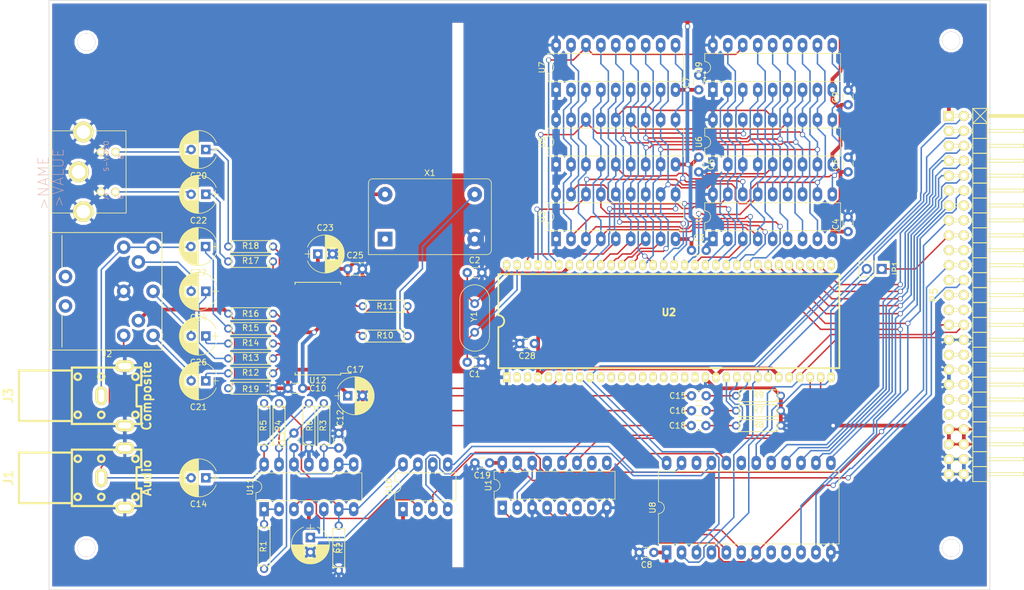
<source format=kicad_pcb>
(kicad_pcb (version 4) (host pcbnew 4.0.7-e2-6376~61~ubuntu18.04.1)
  (layers (0 F.Cu signal) (31 B.Cu signal) (35 F.Paste user) (37 F.SilkS user) (39 F.Mask user) (44 Edge.Cuts user))
  (net 0 "")
  (net 1 GND)
  (net 2 VCC)
  (net 3 PHI2)
  (net 4 /RESET)
  (net 5 /RW)
  (net 6 /OE)
  (net 7 /CS_UART)
  (net 8 /CS_VIA)
  (net 9 /WE)
  (net 10 /NMI)
  (net 11 /IRQ)
  (net 12 "Net-(P5-Pad5)")
  (net 13 RDY)
  (net 14 "Net-(P5-Pad39)")
  (net 15 "Net-(P5-Pad40)")
  (net 16 "Net-(P5-Pad41)")
  (net 17 "Net-(P5-Pad42)")
  (net 18 "Net-(C21-Pad2)")
  (net 19 "Net-(C26-Pad2)")
  (net 20 "Net-(C27-Pad2)")
  (net 21 /D7)
  (net 22 /D6)
  (net 23 /D5)
  (net 24 /D4)
  (net 25 /D3)
  (net 26 /D2)
  (net 27 /D1)
  (net 28 /D0)
  (net 29 "Net-(P5-Pad14)")
  (net 30 "Net-(P5-Pad16)")
  (net 31 "Net-(P5-Pad18)")
  (net 32 /CS_IO2)
  (net 33 /CS_IO1)
  (net 34 /CS_IO0)
  (net 35 /CS_VDP)
  (net 36 "/50pin connector/A5")
  (net 37 "/50pin connector/A4")
  (net 38 "/50pin connector/A3")
  (net 39 "/50pin connector/A2")
  (net 40 /A1)
  (net 41 /A0)
  (net 42 "/50pin connector/RESET_TRIG")
  (net 43 "Net-(R1-Pad1)")
  (net 44 "Net-(C13-Pad2)")
  (net 45 "Net-(R2-Pad2)")
  (net 46 "Net-(C12-Pad2)")
  (net 47 "Net-(R4-Pad2)")
  (net 48 "Net-(C14-Pad1)")
  (net 49 /RGB_G)
  (net 50 /RGB_R)
  (net 51 /RGB_B)
  (net 52 "Net-(R10-Pad1)")
  (net 53 "Net-(R10-Pad2)")
  (net 54 /CSYNC)
  (net 55 "Net-(R11-Pad2)")
  (net 56 "Net-(R12-Pad1)")
  (net 57 "Net-(C21-Pad1)")
  (net 58 "Net-(R13-Pad1)")
  (net 59 "Net-(C24-Pad1)")
  (net 60 "Net-(R14-Pad1)")
  (net 61 "Net-(C26-Pad1)")
  (net 62 "Net-(R15-Pad1)")
  (net 63 "Net-(C27-Pad1)")
  (net 64 "Net-(R16-Pad1)")
  (net 65 "Net-(R17-Pad1)")
  (net 66 "Net-(C22-Pad1)")
  (net 67 "Net-(R18-Pad1)")
  (net 68 "Net-(C20-Pad1)")
  (net 69 "Net-(U1-Pad9)")
  (net 70 "Net-(U1-Pad10)")
  (net 71 //CSR_OPL3)
  (net 72 //CSW_OPL3)
  (net 73 "Net-(U1-Pad6)")
  (net 74 "Net-(U1-Pad7)")
  (net 75 /OPL_CLK)
  (net 76 "Net-(JP1-Pad2)")
  (net 77 "Net-(U2-Pad33)")
  (net 78 /RD0)
  (net 79 /RD1)
  (net 80 /RD2)
  (net 81 /RD3)
  (net 82 /RD4)
  (net 83 /RD5)
  (net 84 /RD6)
  (net 85 /RD7)
  (net 86 /AD0)
  (net 87 /AD1)
  (net 88 /AD2)
  (net 89 /AD3)
  (net 90 /AD4)
  (net 91 /AD5)
  (net 92 /AD6)
  (net 93 /AD7)
  (net 94 /R/W)
  (net 95 //CAS_X)
  (net 96 //CAS1)
  (net 97 //CAS0)
  (net 98 //RAS)
  (net 99 "Net-(C1-Pad1)")
  (net 100 "Net-(C2-Pad1)")
  (net 101 /Audio/LOAD)
  (net 102 /Audio/SD)
  (net 103 /Audio/fl)
  (net 104 "Net-(U10-Pad2)")
  (net 105 "Net-(C11-Pad1)")
  (net 106 "Net-(C13-Pad1)")
  (net 107 "Net-(C18-Pad2)")
  (net 108 "Net-(C16-Pad2)")
  (net 109 "Net-(C15-Pad2)")
  (net 110 "Net-(U12-Pad8)")
  (net 111 /Video/Y_OUT)
  (net 112 /Video/C_OUT)
  (net 113 /Audio/AUDIO_OUT)
  (net 114 /Video/G_OUT)
  (net 115 "Net-(X1-Pad1)")
  (net 116 "Net-(U1-Pad11)")
  (net 117 "Net-(U1-Pad12)")
  (module Capacitors_ThroughHole:CP_Radial_D6.3mm_P2.50mm (layer F.Cu) (at 113.03 113.03)
    (fp_text reference C17 (at 1.25 -4.46) (layer F.SilkS))
    (fp_text value 47µF)
    (pad 1 thru_hole rect (at 0 0) (size 1.6 1.6) (drill 0.8) (layers *.Cu *.Mask) (net 2 VCC))
    (pad 2 thru_hole circle (at 2.5 0) (size 1.6 1.6) (drill 0.8) (layers *.Cu *.Mask) (net 1 GND))
  )
  (module w_conn_av:DIN-8 (layer F.Cu) (at 74.93 95.25 90)
    (fp_text reference J2 (at -10.67 -2.83 360) (layer F.SilkS))
    (fp_text value RGB hide)
    (pad "" thru_hole circle (at -2.5 -9.9 90) (size 2.3 2.3) (drill 1.2) (layers *.Cu *.Mask))
    (pad "" thru_hole circle (at 2.5 -9.9 90) (size 2.3 2.3) (drill 1.2) (layers *.Cu *.Mask))
    (pad 5 thru_hole circle (at 5 2.5 90) (size 2.3 2.3) (drill 1.2) (layers *.Cu *.Mask) (net 114 /Video/G_OUT))
    (pad 4 thru_hole circle (at -5 2.5 90) (size 2.3 2.3) (drill 1.2) (layers *.Cu *.Mask) (net 2 VCC))
    (pad 7 thru_hole circle (at 7.5 5 90) (size 2.3 2.3) (drill 1.2) (layers *.Cu *.Mask) (net 20 "Net-(C27-Pad2)"))
    (pad 6 thru_hole circle (at -7.5 5 90) (size 2.3 2.3) (drill 1.2) (layers *.Cu *.Mask) (net 18 "Net-(C21-Pad2)"))
    (pad 3 thru_hole circle (at 7.5 0 90) (size 2.3 2.3) (drill 1.2) (layers *.Cu *.Mask) (net 20 "Net-(C27-Pad2)"))
    (pad 2 thru_hole circle (at 0 0 90) (size 2.3 2.3) (drill 1.2) (layers *.Cu *.Mask) (net 1 GND))
    (pad 1 thru_hole circle (at -7.5 0 90) (size 2.3 2.3) (drill 1.2) (layers *.Cu *.Mask) (net 113 /Audio/AUDIO_OUT))
    (pad 8 thru_hole circle (at 0 5 90) (size 2.3 2.3) (drill 1.2) (layers *.Cu *.Mask) (net 19 "Net-(C26-Pad2)"))
  )
  (module SDIP:SDIP64 (layer F.Cu) (at 167.64 100.33)
    (fp_text reference U2 (at 0 -1.5) (layer F.SilkS) (effects (font (size 1.2 1.2) (thickness 0.3))))
    (fp_text value V9958 hide)
    (pad 1 thru_hole rect (at -27.59 9.5504) (size 1.2 1.7) (drill 0.7) (layers *.Cu *.Mask F.SilkS) (net 1 GND))
    (pad 2 thru_hole oval (at -25.81 9.5504) (size 1.2 1.7) (drill 0.7) (layers *.Cu *.Mask F.SilkS))
    (pad 3 thru_hole oval (at -24.03 9.5504) (size 1.2 1.7) (drill 0.7) (layers *.Cu *.Mask F.SilkS))
    (pad 4 thru_hole oval (at -22.25 9.5504) (size 1.2 1.7) (drill 0.7) (layers *.Cu *.Mask F.SilkS) (net 2 VCC))
    (pad 5 thru_hole oval (at -20.47 9.5504) (size 1.2 1.7) (drill 0.7) (layers *.Cu *.Mask F.SilkS))
    (pad 6 thru_hole oval (at -18.69 9.5504) (size 1.2 1.7) (drill 0.7) (layers *.Cu *.Mask F.SilkS) (net 54 /CSYNC))
    (pad 7 thru_hole oval (at -16.91 9.5504) (size 1.2 1.7) (drill 0.7) (layers *.Cu *.Mask F.SilkS))
    (pad 8 thru_hole oval (at -15.13 9.5504) (size 1.2 1.7) (drill 0.7) (layers *.Cu *.Mask F.SilkS) (net 75 /OPL_CLK))
    (pad 9 thru_hole oval (at -13.35 9.5504) (size 1.2 1.7) (drill 0.7) (layers *.Cu *.Mask F.SilkS) (net 4 /RESET))
    (pad 10 thru_hole oval (at -11.57 9.5504) (size 1.2 1.7) (drill 0.7) (layers *.Cu *.Mask F.SilkS))
    (pad 11 thru_hole oval (at -9.79 9.5504) (size 1.2 1.7) (drill 0.7) (layers *.Cu *.Mask F.SilkS))
    (pad 12 thru_hole oval (at -8.01 9.5504) (size 1.2 1.7) (drill 0.7) (layers *.Cu *.Mask F.SilkS))
    (pad 13 thru_hole oval (at -6.23 9.5504) (size 1.2 1.7) (drill 0.7) (layers *.Cu *.Mask F.SilkS))
    (pad 14 thru_hole oval (at -4.45 9.5504) (size 1.2 1.7) (drill 0.7) (layers *.Cu *.Mask F.SilkS))
    (pad 15 thru_hole oval (at -2.67 9.5504) (size 1.2 1.7) (drill 0.7) (layers *.Cu *.Mask F.SilkS))
    (pad 16 thru_hole oval (at -0.89 9.5504) (size 1.2 1.7) (drill 0.7) (layers *.Cu *.Mask F.SilkS))
    (pad 17 thru_hole oval (at 0.89 9.5504) (size 1.2 1.7) (drill 0.7) (layers *.Cu *.Mask F.SilkS))
    (pad 18 thru_hole oval (at 2.67 9.5504) (size 1.2 1.7) (drill 0.7) (layers *.Cu *.Mask F.SilkS))
    (pad 19 thru_hole oval (at 4.45 9.5504) (size 1.2 1.7) (drill 0.7) (layers *.Cu *.Mask F.SilkS))
    (pad 20 thru_hole oval (at 6.23 9.5504) (size 1.2 1.7) (drill 0.7) (layers *.Cu *.Mask F.SilkS) (net 1 GND))
    (pad 21 thru_hole oval (at 8.01 9.5504) (size 1.2 1.7) (drill 0.7) (layers *.Cu *.Mask F.SilkS) (net 2 VCC))
    (pad 22 thru_hole oval (at 9.79 9.5504) (size 1.2 1.7) (drill 0.7) (layers *.Cu *.Mask F.SilkS) (net 49 /RGB_G))
    (pad 23 thru_hole oval (at 11.57 9.5504) (size 1.2 1.7) (drill 0.7) (layers *.Cu *.Mask F.SilkS) (net 50 /RGB_R))
    (pad 24 thru_hole oval (at 13.35 9.5504) (size 1.2 1.7) (drill 0.7) (layers *.Cu *.Mask F.SilkS) (net 51 /RGB_B))
    (pad 25 thru_hole oval (at 15.13 9.5504) (size 1.2 1.7) (drill 0.7) (layers *.Cu *.Mask F.SilkS) (net 11 /IRQ))
    (pad 26 thru_hole oval (at 16.91 9.5504) (size 1.2 1.7) (drill 0.7) (layers *.Cu *.Mask F.SilkS) (net 76 "Net-(JP1-Pad2)"))
    (pad 27 thru_hole oval (at 18.69 9.5504) (size 1.2 1.7) (drill 0.7) (layers *.Cu *.Mask F.SilkS) (net 2 VCC))
    (pad 28 thru_hole oval (at 20.47 9.5504) (size 1.2 1.7) (drill 0.7) (layers *.Cu *.Mask F.SilkS) (net 40 /A1))
    (pad 29 thru_hole oval (at 22.25 9.5504) (size 1.2 1.7) (drill 0.7) (layers *.Cu *.Mask F.SilkS) (net 41 /A0))
    (pad 30 thru_hole oval (at 24.03 9.5504) (size 1.2 1.7) (drill 0.7) (layers *.Cu *.Mask F.SilkS) (net 117 "Net-(U1-Pad12)"))
    (pad 31 thru_hole oval (at 25.81 9.5504) (size 1.2 1.7) (drill 0.7) (layers *.Cu *.Mask F.SilkS) (net 116 "Net-(U1-Pad11)"))
    (pad 32 thru_hole oval (at 27.59 9.5504) (size 1.2 1.7) (drill 0.7) (layers *.Cu *.Mask F.SilkS) (net 21 /D7))
    (pad 33 thru_hole oval (at 27.59 -9.5504) (size 1.2 1.7) (drill 0.7) (layers *.Cu *.Mask F.SilkS) (net 77 "Net-(U2-Pad33)"))
    (pad 34 thru_hole oval (at 25.81 -9.5504) (size 1.2 1.7) (drill 0.7) (layers *.Cu *.Mask F.SilkS) (net 22 /D6))
    (pad 35 thru_hole oval (at 24.03 -9.5504) (size 1.2 1.7) (drill 0.7) (layers *.Cu *.Mask F.SilkS) (net 23 /D5))
    (pad 36 thru_hole oval (at 22.25 -9.5504) (size 1.2 1.7) (drill 0.7) (layers *.Cu *.Mask F.SilkS) (net 24 /D4))
    (pad 37 thru_hole oval (at 20.47 -9.5504) (size 1.2 1.7) (drill 0.7) (layers *.Cu *.Mask F.SilkS) (net 25 /D3))
    (pad 38 thru_hole oval (at 18.69 -9.5504) (size 1.2 1.7) (drill 0.7) (layers *.Cu *.Mask F.SilkS) (net 26 /D2))
    (pad 39 thru_hole oval (at 16.91 -9.5504) (size 1.2 1.7) (drill 0.7) (layers *.Cu *.Mask F.SilkS) (net 27 /D1))
    (pad 40 thru_hole oval (at 15.13 -9.5504) (size 1.2 1.7) (drill 0.7) (layers *.Cu *.Mask F.SilkS) (net 28 /D0))
    (pad 41 thru_hole oval (at 13.35 -9.5504) (size 1.2 1.7) (drill 0.7) (layers *.Cu *.Mask F.SilkS) (net 78 /RD0))
    (pad 42 thru_hole oval (at 11.57 -9.5504) (size 1.2 1.7) (drill 0.7) (layers *.Cu *.Mask F.SilkS) (net 79 /RD1))
    (pad 43 thru_hole oval (at 9.79 -9.5504) (size 1.2 1.7) (drill 0.7) (layers *.Cu *.Mask F.SilkS) (net 80 /RD2))
    (pad 44 thru_hole oval (at 8.01 -9.5504) (size 1.2 1.7) (drill 0.7) (layers *.Cu *.Mask F.SilkS) (net 81 /RD3))
    (pad 45 thru_hole oval (at 6.23 -9.5504) (size 1.2 1.7) (drill 0.7) (layers *.Cu *.Mask F.SilkS) (net 82 /RD4))
    (pad 46 thru_hole oval (at 4.45 -9.5504) (size 1.2 1.7) (drill 0.7) (layers *.Cu *.Mask F.SilkS) (net 83 /RD5))
    (pad 47 thru_hole oval (at 2.67 -9.5504) (size 1.2 1.7) (drill 0.7) (layers *.Cu *.Mask F.SilkS) (net 84 /RD6))
    (pad 48 thru_hole oval (at 0.89 -9.5504) (size 1.2 1.7) (drill 0.7) (layers *.Cu *.Mask F.SilkS) (net 85 /RD7))
    (pad 49 thru_hole oval (at -0.89 -9.5504) (size 1.2 1.7) (drill 0.7) (layers *.Cu *.Mask F.SilkS) (net 86 /AD0))
    (pad 50 thru_hole oval (at -2.67 -9.5504) (size 1.2 1.7) (drill 0.7) (layers *.Cu *.Mask F.SilkS) (net 87 /AD1))
    (pad 51 thru_hole oval (at -4.45 -9.5504) (size 1.2 1.7) (drill 0.7) (layers *.Cu *.Mask F.SilkS) (net 88 /AD2))
    (pad 52 thru_hole oval (at -6.23 -9.5504) (size 1.2 1.7) (drill 0.7) (layers *.Cu *.Mask F.SilkS) (net 89 /AD3))
    (pad 53 thru_hole oval (at -8.01 -9.5504) (size 1.2 1.7) (drill 0.7) (layers *.Cu *.Mask F.SilkS) (net 90 /AD4))
    (pad 54 thru_hole oval (at -9.79 -9.5504) (size 1.2 1.7) (drill 0.7) (layers *.Cu *.Mask F.SilkS) (net 91 /AD5))
    (pad 55 thru_hole oval (at -11.57 -9.5504) (size 1.2 1.7) (drill 0.7) (layers *.Cu *.Mask F.SilkS) (net 92 /AD6))
    (pad 56 thru_hole oval (at -13.35 -9.5504) (size 1.2 1.7) (drill 0.7) (layers *.Cu *.Mask F.SilkS) (net 93 /AD7))
    (pad 57 thru_hole oval (at -15.13 -9.5504) (size 1.2 1.7) (drill 0.7) (layers *.Cu *.Mask F.SilkS) (net 94 /R/W))
    (pad 58 thru_hole oval (at -16.91 -9.5504) (size 1.2 1.7) (drill 0.7) (layers *.Cu *.Mask F.SilkS) (net 2 VCC))
    (pad 59 thru_hole oval (at -18.69 -9.5504) (size 1.2 1.7) (drill 0.7) (layers *.Cu *.Mask F.SilkS) (net 95 //CAS_X))
    (pad 60 thru_hole oval (at -20.47 -9.5504) (size 1.2 1.7) (drill 0.7) (layers *.Cu *.Mask F.SilkS) (net 96 //CAS1))
    (pad 61 thru_hole oval (at -22.25 -9.5504) (size 1.2 1.7) (drill 0.7) (layers *.Cu *.Mask F.SilkS) (net 97 //CAS0))
    (pad 62 thru_hole oval (at -24.03 -9.5504) (size 1.2 1.7) (drill 0.7) (layers *.Cu *.Mask F.SilkS) (net 98 //RAS))
    (pad 63 thru_hole oval (at -25.81 -9.5504) (size 1.2 1.7) (drill 0.7) (layers *.Cu *.Mask F.SilkS) (net 99 "Net-(C1-Pad1)"))
    (pad 64 thru_hole oval (at -27.59 -9.5504) (size 1.2 1.7) (drill 0.7) (layers *.Cu *.Mask F.SilkS) (net 100 "Net-(C2-Pad1)"))
  )
  (module Pin_Headers:Pin_Header_Angled_2x25 (layer F.Cu) (at 216.535 95.885 270)
    (fp_text reference P5 (at 0 3.81 270) (layer F.SilkS) (effects (font (size 1.27 1.27) (thickness 0.2032))))
    (fp_text value CONN_02X25 hide)
    (pad 1 thru_hole rect (at -30.48 1.27 270) (size 1.7272 1.7272) (drill 1.016) (layers *.Cu *.Mask F.SilkS) (net 2 VCC))
    (pad 2 thru_hole oval (at -30.48 -1.27 270) (size 1.7272 1.7272) (drill 1.016) (layers *.Cu *.Mask F.SilkS) (net 4 /RESET))
    (pad 3 thru_hole oval (at -27.94 1.27 270) (size 1.7272 1.7272) (drill 1.016) (layers *.Cu *.Mask F.SilkS) (net 10 /NMI))
    (pad 4 thru_hole oval (at -27.94 -1.27 270) (size 1.7272 1.7272) (drill 1.016) (layers *.Cu *.Mask F.SilkS) (net 11 /IRQ))
    (pad 5 thru_hole oval (at -25.4 1.27 270) (size 1.7272 1.7272) (drill 1.016) (layers *.Cu *.Mask F.SilkS) (net 12 "Net-(P5-Pad5)"))
    (pad 6 thru_hole oval (at -25.4 -1.27 270) (size 1.7272 1.7272) (drill 1.016) (layers *.Cu *.Mask F.SilkS) (net 21 /D7))
    (pad 7 thru_hole oval (at -22.86 1.27 270) (size 1.7272 1.7272) (drill 1.016) (layers *.Cu *.Mask F.SilkS) (net 22 /D6))
    (pad 8 thru_hole oval (at -22.86 -1.27 270) (size 1.7272 1.7272) (drill 1.016) (layers *.Cu *.Mask F.SilkS) (net 23 /D5))
    (pad 9 thru_hole oval (at -20.32 1.27 270) (size 1.7272 1.7272) (drill 1.016) (layers *.Cu *.Mask F.SilkS) (net 24 /D4))
    (pad 10 thru_hole oval (at -20.32 -1.27 270) (size 1.7272 1.7272) (drill 1.016) (layers *.Cu *.Mask F.SilkS) (net 25 /D3))
    (pad 11 thru_hole oval (at -17.78 1.27 270) (size 1.7272 1.7272) (drill 1.016) (layers *.Cu *.Mask F.SilkS) (net 26 /D2))
    (pad 12 thru_hole oval (at -17.78 -1.27 270) (size 1.7272 1.7272) (drill 1.016) (layers *.Cu *.Mask F.SilkS) (net 27 /D1))
    (pad 13 thru_hole oval (at -15.24 1.27 270) (size 1.7272 1.7272) (drill 1.016) (layers *.Cu *.Mask F.SilkS) (net 28 /D0))
    (pad 14 thru_hole oval (at -15.24 -1.27 270) (size 1.7272 1.7272) (drill 1.016) (layers *.Cu *.Mask F.SilkS) (net 29 "Net-(P5-Pad14)"))
    (pad 15 thru_hole oval (at -12.7 1.27 270) (size 1.7272 1.7272) (drill 1.016) (layers *.Cu *.Mask F.SilkS) (net 5 /RW))
    (pad 16 thru_hole oval (at -12.7 -1.27 270) (size 1.7272 1.7272) (drill 1.016) (layers *.Cu *.Mask F.SilkS) (net 30 "Net-(P5-Pad16)"))
    (pad 17 thru_hole oval (at -10.16 1.27 270) (size 1.7272 1.7272) (drill 1.016) (layers *.Cu *.Mask F.SilkS) (net 13 RDY))
    (pad 18 thru_hole oval (at -10.16 -1.27 270) (size 1.7272 1.7272) (drill 1.016) (layers *.Cu *.Mask F.SilkS) (net 31 "Net-(P5-Pad18)"))
    (pad 19 thru_hole oval (at -7.62 1.27 270) (size 1.7272 1.7272) (drill 1.016) (layers *.Cu *.Mask F.SilkS) (net 32 /CS_IO2))
    (pad 20 thru_hole oval (at -7.62 -1.27 270) (size 1.7272 1.7272) (drill 1.016) (layers *.Cu *.Mask F.SilkS) (net 33 /CS_IO1))
    (pad 21 thru_hole oval (at -5.08 1.27 270) (size 1.7272 1.7272) (drill 1.016) (layers *.Cu *.Mask F.SilkS) (net 34 /CS_IO0))
    (pad 22 thru_hole oval (at -5.08 -1.27 270) (size 1.7272 1.7272) (drill 1.016) (layers *.Cu *.Mask F.SilkS) (net 8 /CS_VIA))
    (pad 23 thru_hole oval (at -2.54 1.27 270) (size 1.7272 1.7272) (drill 1.016) (layers *.Cu *.Mask F.SilkS) (net 7 /CS_UART))
    (pad 24 thru_hole oval (at -2.54 -1.27 270) (size 1.7272 1.7272) (drill 1.016) (layers *.Cu *.Mask F.SilkS) (net 35 /CS_VDP))
    (pad 25 thru_hole oval (at 0 1.27 270) (size 1.7272 1.7272) (drill 1.016) (layers *.Cu *.Mask F.SilkS) (net 36 "/50pin connector/A5"))
    (pad 26 thru_hole oval (at 0 -1.27 270) (size 1.7272 1.7272) (drill 1.016) (layers *.Cu *.Mask F.SilkS) (net 37 "/50pin connector/A4"))
    (pad 27 thru_hole oval (at 2.54 1.27 270) (size 1.7272 1.7272) (drill 1.016) (layers *.Cu *.Mask F.SilkS) (net 38 "/50pin connector/A3"))
    (pad 28 thru_hole oval (at 2.54 -1.27 270) (size 1.7272 1.7272) (drill 1.016) (layers *.Cu *.Mask F.SilkS) (net 39 "/50pin connector/A2"))
    (pad 29 thru_hole oval (at 5.08 1.27 270) (size 1.7272 1.7272) (drill 1.016) (layers *.Cu *.Mask F.SilkS) (net 40 /A1))
    (pad 30 thru_hole oval (at 5.08 -1.27 270) (size 1.7272 1.7272) (drill 1.016) (layers *.Cu *.Mask F.SilkS) (net 41 /A0))
    (pad 31 thru_hole oval (at 7.62 1.27 270) (size 1.7272 1.7272) (drill 1.016) (layers *.Cu *.Mask F.SilkS) (net 1 GND))
    (pad 32 thru_hole oval (at 7.62 -1.27 270) (size 1.7272 1.7272) (drill 1.016) (layers *.Cu *.Mask F.SilkS) (net 1 GND))
    (pad 33 thru_hole oval (at 10.16 1.27 270) (size 1.7272 1.7272) (drill 1.016) (layers *.Cu *.Mask F.SilkS) (net 6 /OE))
    (pad 34 thru_hole oval (at 10.16 -1.27 270) (size 1.7272 1.7272) (drill 1.016) (layers *.Cu *.Mask F.SilkS) (net 9 /WE))
    (pad 35 thru_hole oval (at 12.7 1.27 270) (size 1.7272 1.7272) (drill 1.016) (layers *.Cu *.Mask F.SilkS) (net 1 GND))
    (pad 36 thru_hole oval (at 12.7 -1.27 270) (size 1.7272 1.7272) (drill 1.016) (layers *.Cu *.Mask F.SilkS) (net 3 PHI2))
    (pad 37 thru_hole oval (at 15.24 1.27 270) (size 1.7272 1.7272) (drill 1.016) (layers *.Cu *.Mask F.SilkS) (net 1 GND))
    (pad 38 thru_hole oval (at 15.24 -1.27 270) (size 1.7272 1.7272) (drill 1.016) (layers *.Cu *.Mask F.SilkS) (net 42 "/50pin connector/RESET_TRIG"))
    (pad 39 thru_hole oval (at 17.78 1.27 270) (size 1.7272 1.7272) (drill 1.016) (layers *.Cu *.Mask F.SilkS) (net 14 "Net-(P5-Pad39)"))
    (pad 40 thru_hole oval (at 17.78 -1.27 270) (size 1.7272 1.7272) (drill 1.016) (layers *.Cu *.Mask F.SilkS) (net 15 "Net-(P5-Pad40)"))
    (pad 41 thru_hole oval (at 20.32 1.27 270) (size 1.7272 1.7272) (drill 1.016) (layers *.Cu *.Mask F.SilkS) (net 16 "Net-(P5-Pad41)"))
    (pad 42 thru_hole oval (at 20.32 -1.27 270) (size 1.7272 1.7272) (drill 1.016) (layers *.Cu *.Mask F.SilkS) (net 17 "Net-(P5-Pad42)"))
    (pad 43 thru_hole oval (at 22.86 1.27 270) (size 1.7272 1.7272) (drill 1.016) (layers *.Cu *.Mask F.SilkS) (net 2 VCC))
    (pad 44 thru_hole oval (at 22.86 -1.27 270) (size 1.7272 1.7272) (drill 1.016) (layers *.Cu *.Mask F.SilkS) (net 2 VCC))
    (pad 45 thru_hole oval (at 25.4 1.27 270) (size 1.7272 1.7272) (drill 1.016) (layers *.Cu *.Mask F.SilkS) (net 2 VCC))
    (pad 46 thru_hole oval (at 25.4 -1.27 270) (size 1.7272 1.7272) (drill 1.016) (layers *.Cu *.Mask F.SilkS) (net 2 VCC))
    (pad 47 thru_hole oval (at 27.94 1.27 270) (size 1.7272 1.7272) (drill 1.016) (layers *.Cu *.Mask F.SilkS) (net 1 GND))
    (pad 48 thru_hole oval (at 27.94 -1.27 270) (size 1.7272 1.7272) (drill 1.016) (layers *.Cu *.Mask F.SilkS) (net 1 GND))
    (pad 49 thru_hole oval (at 30.48 1.27 270) (size 1.7272 1.7272) (drill 1.016) (layers *.Cu *.Mask F.SilkS) (net 1 GND))
    (pad 50 thru_hole oval (at 30.48 -1.27 270) (size 1.7272 1.7272) (drill 1.016) (layers *.Cu *.Mask F.SilkS) (net 1 GND))
  )
  (module Mounting_Holes:MountingHole_3mm (layer F.Cu) (at 68.58 52.832)
    (fp_text reference MH1 hide)
    (fp_text value MountingHole_3mm_RevA_Date21Jun2010 hide)
    (pad 1 thru_hole circle (at 0 0) (size 2.99974 2.99974) (drill 2.99974) (layers))
  )
  (module Mounting_Holes:MountingHole_3mm (layer F.Cu) (at 215.646 52.578)
    (fp_text reference MH2 hide)
    (fp_text value MountingHole_3mm_RevA_Date21Jun2010 hide)
    (pad 1 thru_hole circle (at 0 0) (size 2.99974 2.99974) (drill 2.99974) (layers))
  )
  (module Mounting_Holes:MountingHole_3mm (layer F.Cu) (at 68.58 138.938)
    (fp_text reference MH4 hide)
    (fp_text value MountingHole_3mm_RevA_Date21Jun2010 hide)
    (pad 1 thru_hole circle (at 0 0) (size 2.99974 2.99974) (drill 2.99974) (layers))
  )
  (module Mounting_Holes:MountingHole_3mm (layer F.Cu) (at 215.646 138.938)
    (fp_text reference MH3 hide)
    (fp_text value MountingHole_3mm_RevA_Date21Jun2010 hide)
    (pad 1 thru_hole circle (at 0 0) (size 2.99974 2.99974) (drill 2.99974) (layers))
  )
  (module w_conn_av:rca_black (layer F.Cu) (at 71.12 127 270)
    (fp_text reference J1 (at 0 15.7988 270) (layer F.SilkS) (effects (font (thickness 0.3048))))
    (fp_text value Audio (at 0 -7.69874 270) (layer F.SilkS) (effects (font (thickness 0.3048))))
    (pad 2 thru_hole oval (at 5.0546 -3.99796 270) (size 1.99898 3.19786) (drill oval 0.99568 2.1971) (layers *.Cu *.Mask F.SilkS) (net 1 GND))
    (pad 1 thru_hole oval (at 0 0 270) (size 3.19786 1.99898) (drill oval 2.1971 0.99568) (layers *.Cu *.Mask F.SilkS) (net 113 /Audio/AUDIO_OUT))
    (pad 2 thru_hole oval (at -5.0546 -3.99796 270) (size 1.99898 3.19786) (drill oval 0.99568 2.1971) (layers *.Cu *.Mask F.SilkS) (net 1 GND))
  )
  (module Discret:R3 (layer F.Cu) (at 98.806 138.684 270)
    (fp_text reference R1 (at 0 0.127 270) (layer F.SilkS))
    (fp_text value 33K)
    (pad 1 thru_hole circle (at -3.81 0 270) (size 1.397 1.397) (drill 0.8128) (layers *.Cu *.Mask) (net 43 "Net-(R1-Pad1)"))
    (pad 2 thru_hole circle (at 3.81 0 270) (size 1.397 1.397) (drill 0.8128) (layers *.Cu *.Mask) (net 44 "Net-(C13-Pad2)"))
  )
  (module Discret:R3 (layer F.Cu) (at 111.506 138.938 90)
    (fp_text reference R2 (at 0 0.127 90) (layer F.SilkS))
    (fp_text value 4K7)
    (pad 1 thru_hole circle (at -3.81 0 90) (size 1.397 1.397) (drill 0.8128) (layers *.Cu *.Mask) (net 1 GND))
    (pad 2 thru_hole circle (at 3.81 0 90) (size 1.397 1.397) (drill 0.8128) (layers *.Cu *.Mask) (net 45 "Net-(R2-Pad2)"))
  )
  (module Discret:R3 (layer F.Cu) (at 108.966 118.11 270)
    (fp_text reference R3 (at 0 0.127 270) (layer F.SilkS))
    (fp_text value 33K)
    (pad 1 thru_hole circle (at -3.81 0 270) (size 1.397 1.397) (drill 0.8128) (layers *.Cu *.Mask) (net 44 "Net-(C13-Pad2)"))
    (pad 2 thru_hole circle (at 3.81 0 270) (size 1.397 1.397) (drill 0.8128) (layers *.Cu *.Mask) (net 46 "Net-(C12-Pad2)"))
  )
  (module Discret:R3 (layer F.Cu) (at 101.346 118.11 270)
    (fp_text reference R4 (at 0 0.127 270) (layer F.SilkS))
    (fp_text value 15K)
    (pad 1 thru_hole circle (at -3.81 0 270) (size 1.397 1.397) (drill 0.8128) (layers *.Cu *.Mask) (net 45 "Net-(R2-Pad2)"))
    (pad 2 thru_hole circle (at 3.81 0 270) (size 1.397 1.397) (drill 0.8128) (layers *.Cu *.Mask) (net 47 "Net-(R4-Pad2)"))
  )
  (module Discret:R3 (layer F.Cu) (at 98.806 118.11 270)
    (fp_text reference R5 (at 0 0.127 270) (layer F.SilkS))
    (fp_text value 27K)
    (pad 1 thru_hole circle (at -3.81 0 270) (size 1.397 1.397) (drill 0.8128) (layers *.Cu *.Mask) (net 47 "Net-(R4-Pad2)"))
    (pad 2 thru_hole circle (at 3.81 0 270) (size 1.397 1.397) (drill 0.8128) (layers *.Cu *.Mask) (net 48 "Net-(C14-Pad1)"))
  )
  (module Discret:R3 (layer F.Cu) (at 106.426 118.11 90)
    (fp_text reference R6 (at 0 0.127 90) (layer F.SilkS))
    (fp_text value 4K7)
    (pad 1 thru_hole circle (at -3.81 0 90) (size 1.397 1.397) (drill 0.8128) (layers *.Cu *.Mask) (net 1 GND))
    (pad 2 thru_hole circle (at 3.81 0 90) (size 1.397 1.397) (drill 0.8128) (layers *.Cu *.Mask) (net 48 "Net-(C14-Pad1)"))
  )
  (module Discret:R3 (layer F.Cu) (at 182.88 115.57 180)
    (fp_text reference R7 (at 0 0.127 180) (layer F.SilkS))
    (fp_text value 470)
    (pad 1 thru_hole circle (at -3.81 0 180) (size 1.397 1.397) (drill 0.8128) (layers *.Cu *.Mask) (net 1 GND))
    (pad 2 thru_hole circle (at 3.81 0 180) (size 1.397 1.397) (drill 0.8128) (layers *.Cu *.Mask) (net 49 /RGB_G))
  )
  (module Discret:R3 (layer F.Cu) (at 182.88 118.11 180)
    (fp_text reference R8 (at 0 0.127 180) (layer F.SilkS))
    (fp_text value 470)
    (pad 1 thru_hole circle (at -3.81 0 180) (size 1.397 1.397) (drill 0.8128) (layers *.Cu *.Mask) (net 1 GND))
    (pad 2 thru_hole circle (at 3.81 0 180) (size 1.397 1.397) (drill 0.8128) (layers *.Cu *.Mask) (net 50 /RGB_R))
  )
  (module Discret:R3 (layer F.Cu) (at 182.88 113.03 180)
    (fp_text reference R9 (at 0 0.127 180) (layer F.SilkS))
    (fp_text value 470)
    (pad 1 thru_hole circle (at -3.81 0 180) (size 1.397 1.397) (drill 0.8128) (layers *.Cu *.Mask) (net 1 GND))
    (pad 2 thru_hole circle (at 3.81 0 180) (size 1.397 1.397) (drill 0.8128) (layers *.Cu *.Mask) (net 51 /RGB_B))
  )
  (module Discret:R3 (layer F.Cu) (at 119.38 102.87 180)
    (fp_text reference R10 (at 0 0.127 180) (layer F.SilkS))
    (fp_text value 2.2k)
    (pad 1 thru_hole circle (at -3.81 0 180) (size 1.397 1.397) (drill 0.8128) (layers *.Cu *.Mask) (net 52 "Net-(R10-Pad1)"))
    (pad 2 thru_hole circle (at 3.81 0 180) (size 1.397 1.397) (drill 0.8128) (layers *.Cu *.Mask) (net 53 "Net-(R10-Pad2)"))
  )
  (module Discret:R3 (layer F.Cu) (at 119.38 97.79 180)
    (fp_text reference R11 (at 0 0 180) (layer F.SilkS))
    (fp_text value 2.2k)
    (pad 1 thru_hole circle (at -3.81 0 180) (size 1.397 1.397) (drill 0.8128) (layers *.Cu *.Mask) (net 54 /CSYNC))
    (pad 2 thru_hole circle (at 3.81 0 180) (size 1.397 1.397) (drill 0.8128) (layers *.Cu *.Mask) (net 55 "Net-(R11-Pad2)"))
  )
  (module Discret:R3 (layer F.Cu) (at 96.52 109.22 180)
    (fp_text reference R12 (at 0 0.127 180) (layer F.SilkS))
    (fp_text value 75)
    (pad 1 thru_hole circle (at -3.81 0 180) (size 1.397 1.397) (drill 0.8128) (layers *.Cu *.Mask) (net 56 "Net-(R12-Pad1)"))
    (pad 2 thru_hole circle (at 3.81 0 180) (size 1.397 1.397) (drill 0.8128) (layers *.Cu *.Mask) (net 57 "Net-(C21-Pad1)"))
  )
  (module Discret:R3 (layer F.Cu) (at 96.52 106.68 180)
    (fp_text reference R13 (at 0 0.127 180) (layer F.SilkS))
    (fp_text value 75)
    (pad 1 thru_hole circle (at -3.81 0 180) (size 1.397 1.397) (drill 0.8128) (layers *.Cu *.Mask) (net 58 "Net-(R13-Pad1)"))
    (pad 2 thru_hole circle (at 3.81 0 180) (size 1.397 1.397) (drill 0.8128) (layers *.Cu *.Mask) (net 59 "Net-(C24-Pad1)"))
  )
  (module Discret:R3 (layer F.Cu) (at 96.52 104.14 180)
    (fp_text reference R14 (at 0 0.127 180) (layer F.SilkS))
    (fp_text value 75)
    (pad 1 thru_hole circle (at -3.81 0 180) (size 1.397 1.397) (drill 0.8128) (layers *.Cu *.Mask) (net 60 "Net-(R14-Pad1)"))
    (pad 2 thru_hole circle (at 3.81 0 180) (size 1.397 1.397) (drill 0.8128) (layers *.Cu *.Mask) (net 61 "Net-(C26-Pad1)"))
  )
  (module Discret:R3 (layer F.Cu) (at 96.52 101.6 180)
    (fp_text reference R15 (at 0 0.127 180) (layer F.SilkS))
    (fp_text value 43)
    (pad 1 thru_hole circle (at -3.81 0 180) (size 1.397 1.397) (drill 0.8128) (layers *.Cu *.Mask) (net 62 "Net-(R15-Pad1)"))
    (pad 2 thru_hole circle (at 3.81 0 180) (size 1.397 1.397) (drill 0.8128) (layers *.Cu *.Mask) (net 63 "Net-(C27-Pad1)"))
  )
  (module Discret:R3 (layer F.Cu) (at 96.52 99.06 180)
    (fp_text reference R16 (at 0 0 180) (layer F.SilkS))
    (fp_text value 2.61k/10%)
    (pad 1 thru_hole circle (at -3.81 0 180) (size 1.397 1.397) (drill 0.8128) (layers *.Cu *.Mask) (net 64 "Net-(R16-Pad1)"))
    (pad 2 thru_hole circle (at 3.81 0 180) (size 1.397 1.397) (drill 0.8128) (layers *.Cu *.Mask) (net 2 VCC))
  )
  (module Discret:R3 (layer F.Cu) (at 96.52 90.17 180)
    (fp_text reference R17 (at 0 0.127 180) (layer F.SilkS))
    (fp_text value 75)
    (pad 1 thru_hole circle (at -3.81 0 180) (size 1.397 1.397) (drill 0.8128) (layers *.Cu *.Mask) (net 65 "Net-(R17-Pad1)"))
    (pad 2 thru_hole circle (at 3.81 0 180) (size 1.397 1.397) (drill 0.8128) (layers *.Cu *.Mask) (net 66 "Net-(C22-Pad1)"))
  )
  (module Discret:R3 (layer F.Cu) (at 96.52 87.63 180)
    (fp_text reference R18 (at 0 0.127 180) (layer F.SilkS))
    (fp_text value 75)
    (pad 1 thru_hole circle (at -3.81 0 180) (size 1.397 1.397) (drill 0.8128) (layers *.Cu *.Mask) (net 67 "Net-(R18-Pad1)"))
    (pad 2 thru_hole circle (at 3.81 0 180) (size 1.397 1.397) (drill 0.8128) (layers *.Cu *.Mask) (net 68 "Net-(C20-Pad1)"))
  )
  (module Discret:R3 (layer F.Cu) (at 96.52 111.76)
    (fp_text reference R19 (at 0 0.127) (layer F.SilkS))
    (fp_text value 240)
    (pad 1 thru_hole circle (at -3.81 0) (size 1.397 1.397) (drill 0.8128) (layers *.Cu *.Mask) (net 63 "Net-(C27-Pad1)"))
    (pad 2 thru_hole circle (at 3.81 0) (size 1.397 1.397) (drill 0.8128) (layers *.Cu *.Mask) (net 1 GND))
  )
  (module Housings_DIP:DIP-16_W7.62mm_LongPads (layer F.Cu) (at 139.319 132.08 90)
    (fp_text reference U1 (at 3.81 -2.39 90) (layer F.SilkS))
    (fp_text value 74LS139)
    (pad 1 thru_hole rect (at 0 0 90) (size 2.4 1.6) (drill 0.8) (layers *.Cu *.Mask) (net 34 /CS_IO0))
    (pad 9 thru_hole oval (at 7.62 17.78 90) (size 2.4 1.6) (drill 0.8) (layers *.Cu *.Mask) (net 69 "Net-(U1-Pad9)"))
    (pad 2 thru_hole oval (at 0 2.54 90) (size 2.4 1.6) (drill 0.8) (layers *.Cu *.Mask) (net 5 /RW))
    (pad 10 thru_hole oval (at 7.62 15.24 90) (size 2.4 1.6) (drill 0.8) (layers *.Cu *.Mask) (net 70 "Net-(U1-Pad10)"))
    (pad 3 thru_hole oval (at 0 5.08 90) (size 2.4 1.6) (drill 0.8) (layers *.Cu *.Mask) (net 1 GND))
    (pad 11 thru_hole oval (at 7.62 12.7 90) (size 2.4 1.6) (drill 0.8) (layers *.Cu *.Mask) (net 116 "Net-(U1-Pad11)"))
    (pad 4 thru_hole oval (at 0 7.62 90) (size 2.4 1.6) (drill 0.8) (layers *.Cu *.Mask) (net 72 //CSW_OPL3))
    (pad 12 thru_hole oval (at 7.62 10.16 90) (size 2.4 1.6) (drill 0.8) (layers *.Cu *.Mask) (net 117 "Net-(U1-Pad12)"))
    (pad 5 thru_hole oval (at 0 10.16 90) (size 2.4 1.6) (drill 0.8) (layers *.Cu *.Mask) (net 71 //CSR_OPL3))
    (pad 13 thru_hole oval (at 7.62 7.62 90) (size 2.4 1.6) (drill 0.8) (layers *.Cu *.Mask) (net 1 GND))
    (pad 6 thru_hole oval (at 0 12.7 90) (size 2.4 1.6) (drill 0.8) (layers *.Cu *.Mask) (net 73 "Net-(U1-Pad6)"))
    (pad 14 thru_hole oval (at 7.62 5.08 90) (size 2.4 1.6) (drill 0.8) (layers *.Cu *.Mask) (net 5 /RW))
    (pad 7 thru_hole oval (at 0 15.24 90) (size 2.4 1.6) (drill 0.8) (layers *.Cu *.Mask) (net 74 "Net-(U1-Pad7)"))
    (pad 15 thru_hole oval (at 7.62 2.54 90) (size 2.4 1.6) (drill 0.8) (layers *.Cu *.Mask) (net 35 /CS_VDP))
    (pad 8 thru_hole oval (at 0 17.78 90) (size 2.4 1.6) (drill 0.8) (layers *.Cu *.Mask) (net 1 GND))
    (pad 16 thru_hole oval (at 7.62 0 90) (size 2.4 1.6) (drill 0.8) (layers *.Cu *.Mask) (net 2 VCC))
  )
  (module Housings_DIP:DIP-18_W7.62mm_LongPads (layer F.Cu) (at 148.463 86.36 90)
    (fp_text reference U3 (at 3.81 -2.39 90) (layer F.SilkS))
    (fp_text value DRAM_64KX4)
    (pad 1 thru_hole rect (at 0 0 90) (size 2.4 1.6) (drill 0.8) (layers *.Cu *.Mask) (net 1 GND))
    (pad 10 thru_hole oval (at 7.62 20.32 90) (size 2.4 1.6) (drill 0.8) (layers *.Cu *.Mask) (net 93 /AD7))
    (pad 2 thru_hole oval (at 0 2.54 90) (size 2.4 1.6) (drill 0.8) (layers *.Cu *.Mask) (net 78 /RD0))
    (pad 11 thru_hole oval (at 7.62 17.78 90) (size 2.4 1.6) (drill 0.8) (layers *.Cu *.Mask) (net 89 /AD3))
    (pad 3 thru_hole oval (at 0 5.08 90) (size 2.4 1.6) (drill 0.8) (layers *.Cu *.Mask) (net 79 /RD1))
    (pad 12 thru_hole oval (at 7.62 15.24 90) (size 2.4 1.6) (drill 0.8) (layers *.Cu *.Mask) (net 88 /AD2))
    (pad 4 thru_hole oval (at 0 7.62 90) (size 2.4 1.6) (drill 0.8) (layers *.Cu *.Mask) (net 94 /R/W))
    (pad 13 thru_hole oval (at 7.62 12.7 90) (size 2.4 1.6) (drill 0.8) (layers *.Cu *.Mask) (net 87 /AD1))
    (pad 5 thru_hole oval (at 0 10.16 90) (size 2.4 1.6) (drill 0.8) (layers *.Cu *.Mask) (net 98 //RAS))
    (pad 14 thru_hole oval (at 7.62 10.16 90) (size 2.4 1.6) (drill 0.8) (layers *.Cu *.Mask) (net 86 /AD0))
    (pad 6 thru_hole oval (at 0 12.7 90) (size 2.4 1.6) (drill 0.8) (layers *.Cu *.Mask) (net 92 /AD6))
    (pad 15 thru_hole oval (at 7.62 7.62 90) (size 2.4 1.6) (drill 0.8) (layers *.Cu *.Mask) (net 80 /RD2))
    (pad 7 thru_hole oval (at 0 15.24 90) (size 2.4 1.6) (drill 0.8) (layers *.Cu *.Mask) (net 91 /AD5))
    (pad 16 thru_hole oval (at 7.62 5.08 90) (size 2.4 1.6) (drill 0.8) (layers *.Cu *.Mask) (net 97 //CAS0))
    (pad 8 thru_hole oval (at 0 17.78 90) (size 2.4 1.6) (drill 0.8) (layers *.Cu *.Mask) (net 90 /AD4))
    (pad 17 thru_hole oval (at 7.62 2.54 90) (size 2.4 1.6) (drill 0.8) (layers *.Cu *.Mask) (net 81 /RD3))
    (pad 9 thru_hole oval (at 0 20.32 90) (size 2.4 1.6) (drill 0.8) (layers *.Cu *.Mask) (net 2 VCC))
    (pad 18 thru_hole oval (at 7.62 0 90) (size 2.4 1.6) (drill 0.8) (layers *.Cu *.Mask) (net 1 GND))
  )
  (module Housings_DIP:DIP-18_W7.62mm_LongPads (layer F.Cu) (at 175.133 86.36 90)
    (fp_text reference U4 (at 3.81 -2.39 90) (layer F.SilkS))
    (fp_text value DRAM_64KX4)
    (pad 1 thru_hole rect (at 0 0 90) (size 2.4 1.6) (drill 0.8) (layers *.Cu *.Mask) (net 1 GND))
    (pad 10 thru_hole oval (at 7.62 20.32 90) (size 2.4 1.6) (drill 0.8) (layers *.Cu *.Mask) (net 93 /AD7))
    (pad 2 thru_hole oval (at 0 2.54 90) (size 2.4 1.6) (drill 0.8) (layers *.Cu *.Mask) (net 82 /RD4))
    (pad 11 thru_hole oval (at 7.62 17.78 90) (size 2.4 1.6) (drill 0.8) (layers *.Cu *.Mask) (net 89 /AD3))
    (pad 3 thru_hole oval (at 0 5.08 90) (size 2.4 1.6) (drill 0.8) (layers *.Cu *.Mask) (net 83 /RD5))
    (pad 12 thru_hole oval (at 7.62 15.24 90) (size 2.4 1.6) (drill 0.8) (layers *.Cu *.Mask) (net 88 /AD2))
    (pad 4 thru_hole oval (at 0 7.62 90) (size 2.4 1.6) (drill 0.8) (layers *.Cu *.Mask) (net 94 /R/W))
    (pad 13 thru_hole oval (at 7.62 12.7 90) (size 2.4 1.6) (drill 0.8) (layers *.Cu *.Mask) (net 87 /AD1))
    (pad 5 thru_hole oval (at 0 10.16 90) (size 2.4 1.6) (drill 0.8) (layers *.Cu *.Mask) (net 98 //RAS))
    (pad 14 thru_hole oval (at 7.62 10.16 90) (size 2.4 1.6) (drill 0.8) (layers *.Cu *.Mask) (net 86 /AD0))
    (pad 6 thru_hole oval (at 0 12.7 90) (size 2.4 1.6) (drill 0.8) (layers *.Cu *.Mask) (net 92 /AD6))
    (pad 15 thru_hole oval (at 7.62 7.62 90) (size 2.4 1.6) (drill 0.8) (layers *.Cu *.Mask) (net 84 /RD6))
    (pad 7 thru_hole oval (at 0 15.24 90) (size 2.4 1.6) (drill 0.8) (layers *.Cu *.Mask) (net 91 /AD5))
    (pad 16 thru_hole oval (at 7.62 5.08 90) (size 2.4 1.6) (drill 0.8) (layers *.Cu *.Mask) (net 97 //CAS0))
    (pad 8 thru_hole oval (at 0 17.78 90) (size 2.4 1.6) (drill 0.8) (layers *.Cu *.Mask) (net 90 /AD4))
    (pad 17 thru_hole oval (at 7.62 2.54 90) (size 2.4 1.6) (drill 0.8) (layers *.Cu *.Mask) (net 85 /RD7))
    (pad 9 thru_hole oval (at 0 20.32 90) (size 2.4 1.6) (drill 0.8) (layers *.Cu *.Mask) (net 2 VCC))
    (pad 18 thru_hole oval (at 7.62 0 90) (size 2.4 1.6) (drill 0.8) (layers *.Cu *.Mask) (net 1 GND))
  )
  (module Housings_DIP:DIP-18_W7.62mm_LongPads (layer F.Cu) (at 148.463 73.66 90)
    (fp_text reference U5 (at 3.81 -2.39 90) (layer F.SilkS))
    (fp_text value DRAM_64KX4)
    (pad 1 thru_hole rect (at 0 0 90) (size 2.4 1.6) (drill 0.8) (layers *.Cu *.Mask) (net 1 GND))
    (pad 10 thru_hole oval (at 7.62 20.32 90) (size 2.4 1.6) (drill 0.8) (layers *.Cu *.Mask) (net 93 /AD7))
    (pad 2 thru_hole oval (at 0 2.54 90) (size 2.4 1.6) (drill 0.8) (layers *.Cu *.Mask) (net 78 /RD0))
    (pad 11 thru_hole oval (at 7.62 17.78 90) (size 2.4 1.6) (drill 0.8) (layers *.Cu *.Mask) (net 89 /AD3))
    (pad 3 thru_hole oval (at 0 5.08 90) (size 2.4 1.6) (drill 0.8) (layers *.Cu *.Mask) (net 79 /RD1))
    (pad 12 thru_hole oval (at 7.62 15.24 90) (size 2.4 1.6) (drill 0.8) (layers *.Cu *.Mask) (net 88 /AD2))
    (pad 4 thru_hole oval (at 0 7.62 90) (size 2.4 1.6) (drill 0.8) (layers *.Cu *.Mask) (net 94 /R/W))
    (pad 13 thru_hole oval (at 7.62 12.7 90) (size 2.4 1.6) (drill 0.8) (layers *.Cu *.Mask) (net 87 /AD1))
    (pad 5 thru_hole oval (at 0 10.16 90) (size 2.4 1.6) (drill 0.8) (layers *.Cu *.Mask) (net 98 //RAS))
    (pad 14 thru_hole oval (at 7.62 10.16 90) (size 2.4 1.6) (drill 0.8) (layers *.Cu *.Mask) (net 86 /AD0))
    (pad 6 thru_hole oval (at 0 12.7 90) (size 2.4 1.6) (drill 0.8) (layers *.Cu *.Mask) (net 92 /AD6))
    (pad 15 thru_hole oval (at 7.62 7.62 90) (size 2.4 1.6) (drill 0.8) (layers *.Cu *.Mask) (net 80 /RD2))
    (pad 7 thru_hole oval (at 0 15.24 90) (size 2.4 1.6) (drill 0.8) (layers *.Cu *.Mask) (net 91 /AD5))
    (pad 16 thru_hole oval (at 7.62 5.08 90) (size 2.4 1.6) (drill 0.8) (layers *.Cu *.Mask) (net 96 //CAS1))
    (pad 8 thru_hole oval (at 0 17.78 90) (size 2.4 1.6) (drill 0.8) (layers *.Cu *.Mask) (net 90 /AD4))
    (pad 17 thru_hole oval (at 7.62 2.54 90) (size 2.4 1.6) (drill 0.8) (layers *.Cu *.Mask) (net 81 /RD3))
    (pad 9 thru_hole oval (at 0 20.32 90) (size 2.4 1.6) (drill 0.8) (layers *.Cu *.Mask) (net 2 VCC))
    (pad 18 thru_hole oval (at 7.62 0 90) (size 2.4 1.6) (drill 0.8) (layers *.Cu *.Mask) (net 1 GND))
  )
  (module Housings_DIP:DIP-18_W7.62mm_LongPads (layer F.Cu) (at 175.133 73.66 90)
    (fp_text reference U6 (at 3.81 -2.39 90) (layer F.SilkS))
    (fp_text value DRAM_64KX4)
    (pad 1 thru_hole rect (at 0 0 90) (size 2.4 1.6) (drill 0.8) (layers *.Cu *.Mask) (net 1 GND))
    (pad 10 thru_hole oval (at 7.62 20.32 90) (size 2.4 1.6) (drill 0.8) (layers *.Cu *.Mask) (net 93 /AD7))
    (pad 2 thru_hole oval (at 0 2.54 90) (size 2.4 1.6) (drill 0.8) (layers *.Cu *.Mask) (net 82 /RD4))
    (pad 11 thru_hole oval (at 7.62 17.78 90) (size 2.4 1.6) (drill 0.8) (layers *.Cu *.Mask) (net 89 /AD3))
    (pad 3 thru_hole oval (at 0 5.08 90) (size 2.4 1.6) (drill 0.8) (layers *.Cu *.Mask) (net 83 /RD5))
    (pad 12 thru_hole oval (at 7.62 15.24 90) (size 2.4 1.6) (drill 0.8) (layers *.Cu *.Mask) (net 88 /AD2))
    (pad 4 thru_hole oval (at 0 7.62 90) (size 2.4 1.6) (drill 0.8) (layers *.Cu *.Mask) (net 94 /R/W))
    (pad 13 thru_hole oval (at 7.62 12.7 90) (size 2.4 1.6) (drill 0.8) (layers *.Cu *.Mask) (net 87 /AD1))
    (pad 5 thru_hole oval (at 0 10.16 90) (size 2.4 1.6) (drill 0.8) (layers *.Cu *.Mask) (net 98 //RAS))
    (pad 14 thru_hole oval (at 7.62 10.16 90) (size 2.4 1.6) (drill 0.8) (layers *.Cu *.Mask) (net 86 /AD0))
    (pad 6 thru_hole oval (at 0 12.7 90) (size 2.4 1.6) (drill 0.8) (layers *.Cu *.Mask) (net 92 /AD6))
    (pad 15 thru_hole oval (at 7.62 7.62 90) (size 2.4 1.6) (drill 0.8) (layers *.Cu *.Mask) (net 84 /RD6))
    (pad 7 thru_hole oval (at 0 15.24 90) (size 2.4 1.6) (drill 0.8) (layers *.Cu *.Mask) (net 91 /AD5))
    (pad 16 thru_hole oval (at 7.62 5.08 90) (size 2.4 1.6) (drill 0.8) (layers *.Cu *.Mask) (net 96 //CAS1))
    (pad 8 thru_hole oval (at 0 17.78 90) (size 2.4 1.6) (drill 0.8) (layers *.Cu *.Mask) (net 90 /AD4))
    (pad 17 thru_hole oval (at 7.62 2.54 90) (size 2.4 1.6) (drill 0.8) (layers *.Cu *.Mask) (net 85 /RD7))
    (pad 9 thru_hole oval (at 0 20.32 90) (size 2.4 1.6) (drill 0.8) (layers *.Cu *.Mask) (net 2 VCC))
    (pad 18 thru_hole oval (at 7.62 0 90) (size 2.4 1.6) (drill 0.8) (layers *.Cu *.Mask) (net 1 GND))
  )
  (module Housings_DIP:DIP-18_W7.62mm_LongPads (layer F.Cu) (at 148.463 60.96 90)
    (fp_text reference U7 (at 3.81 -2.39 90) (layer F.SilkS))
    (fp_text value DRAM_64KX4)
    (pad 1 thru_hole rect (at 0 0 90) (size 2.4 1.6) (drill 0.8) (layers *.Cu *.Mask) (net 1 GND))
    (pad 10 thru_hole oval (at 7.62 20.32 90) (size 2.4 1.6) (drill 0.8) (layers *.Cu *.Mask) (net 93 /AD7))
    (pad 2 thru_hole oval (at 0 2.54 90) (size 2.4 1.6) (drill 0.8) (layers *.Cu *.Mask) (net 78 /RD0))
    (pad 11 thru_hole oval (at 7.62 17.78 90) (size 2.4 1.6) (drill 0.8) (layers *.Cu *.Mask) (net 89 /AD3))
    (pad 3 thru_hole oval (at 0 5.08 90) (size 2.4 1.6) (drill 0.8) (layers *.Cu *.Mask) (net 79 /RD1))
    (pad 12 thru_hole oval (at 7.62 15.24 90) (size 2.4 1.6) (drill 0.8) (layers *.Cu *.Mask) (net 88 /AD2))
    (pad 4 thru_hole oval (at 0 7.62 90) (size 2.4 1.6) (drill 0.8) (layers *.Cu *.Mask) (net 94 /R/W))
    (pad 13 thru_hole oval (at 7.62 12.7 90) (size 2.4 1.6) (drill 0.8) (layers *.Cu *.Mask) (net 87 /AD1))
    (pad 5 thru_hole oval (at 0 10.16 90) (size 2.4 1.6) (drill 0.8) (layers *.Cu *.Mask) (net 98 //RAS))
    (pad 14 thru_hole oval (at 7.62 10.16 90) (size 2.4 1.6) (drill 0.8) (layers *.Cu *.Mask) (net 86 /AD0))
    (pad 6 thru_hole oval (at 0 12.7 90) (size 2.4 1.6) (drill 0.8) (layers *.Cu *.Mask) (net 92 /AD6))
    (pad 15 thru_hole oval (at 7.62 7.62 90) (size 2.4 1.6) (drill 0.8) (layers *.Cu *.Mask) (net 80 /RD2))
    (pad 7 thru_hole oval (at 0 15.24 90) (size 2.4 1.6) (drill 0.8) (layers *.Cu *.Mask) (net 91 /AD5))
    (pad 16 thru_hole oval (at 7.62 5.08 90) (size 2.4 1.6) (drill 0.8) (layers *.Cu *.Mask) (net 95 //CAS_X))
    (pad 8 thru_hole oval (at 0 17.78 90) (size 2.4 1.6) (drill 0.8) (layers *.Cu *.Mask) (net 90 /AD4))
    (pad 17 thru_hole oval (at 7.62 2.54 90) (size 2.4 1.6) (drill 0.8) (layers *.Cu *.Mask) (net 81 /RD3))
    (pad 9 thru_hole oval (at 0 20.32 90) (size 2.4 1.6) (drill 0.8) (layers *.Cu *.Mask) (net 2 VCC))
    (pad 18 thru_hole oval (at 7.62 0 90) (size 2.4 1.6) (drill 0.8) (layers *.Cu *.Mask) (net 1 GND))
  )
  (module Housings_DIP:DIP-24_W15.24mm_LongPads (layer F.Cu) (at 167.259 139.7 90)
    (fp_text reference U8 (at 7.62 -2.39 90) (layer F.SilkS))
    (fp_text value YM3812)
    (pad 1 thru_hole rect (at 0 0 90) (size 2.4 1.6) (drill 0.8) (layers *.Cu *.Mask) (net 2 VCC))
    (pad 13 thru_hole oval (at 15.24 27.94 90) (size 2.4 1.6) (drill 0.8) (layers *.Cu *.Mask) (net 26 /D2))
    (pad 2 thru_hole oval (at 0 2.54 90) (size 2.4 1.6) (drill 0.8) (layers *.Cu *.Mask) (net 11 /IRQ))
    (pad 14 thru_hole oval (at 15.24 25.4 90) (size 2.4 1.6) (drill 0.8) (layers *.Cu *.Mask) (net 25 /D3))
    (pad 3 thru_hole oval (at 0 5.08 90) (size 2.4 1.6) (drill 0.8) (layers *.Cu *.Mask) (net 4 /RESET))
    (pad 15 thru_hole oval (at 15.24 22.86 90) (size 2.4 1.6) (drill 0.8) (layers *.Cu *.Mask) (net 24 /D4))
    (pad 4 thru_hole oval (at 0 7.62 90) (size 2.4 1.6) (drill 0.8) (layers *.Cu *.Mask) (net 41 /A0))
    (pad 16 thru_hole oval (at 15.24 20.32 90) (size 2.4 1.6) (drill 0.8) (layers *.Cu *.Mask) (net 23 /D5))
    (pad 5 thru_hole oval (at 0 10.16 90) (size 2.4 1.6) (drill 0.8) (layers *.Cu *.Mask) (net 72 //CSW_OPL3))
    (pad 17 thru_hole oval (at 15.24 17.78 90) (size 2.4 1.6) (drill 0.8) (layers *.Cu *.Mask) (net 22 /D6))
    (pad 6 thru_hole oval (at 0 12.7 90) (size 2.4 1.6) (drill 0.8) (layers *.Cu *.Mask) (net 71 //CSR_OPL3))
    (pad 18 thru_hole oval (at 15.24 15.24 90) (size 2.4 1.6) (drill 0.8) (layers *.Cu *.Mask) (net 21 /D7))
    (pad 7 thru_hole oval (at 0 15.24 90) (size 2.4 1.6) (drill 0.8) (layers *.Cu *.Mask) (net 34 /CS_IO0))
    (pad 19 thru_hole oval (at 15.24 12.7 90) (size 2.4 1.6) (drill 0.8) (layers *.Cu *.Mask))
    (pad 8 thru_hole oval (at 0 17.78 90) (size 2.4 1.6) (drill 0.8) (layers *.Cu *.Mask))
    (pad 20 thru_hole oval (at 15.24 10.16 90) (size 2.4 1.6) (drill 0.8) (layers *.Cu *.Mask) (net 101 /Audio/LOAD))
    (pad 9 thru_hole oval (at 0 20.32 90) (size 2.4 1.6) (drill 0.8) (layers *.Cu *.Mask))
    (pad 21 thru_hole oval (at 15.24 7.62 90) (size 2.4 1.6) (drill 0.8) (layers *.Cu *.Mask) (net 102 /Audio/SD))
    (pad 10 thru_hole oval (at 0 22.86 90) (size 2.4 1.6) (drill 0.8) (layers *.Cu *.Mask) (net 28 /D0))
    (pad 22 thru_hole oval (at 15.24 5.08 90) (size 2.4 1.6) (drill 0.8) (layers *.Cu *.Mask))
    (pad 11 thru_hole oval (at 0 25.4 90) (size 2.4 1.6) (drill 0.8) (layers *.Cu *.Mask) (net 27 /D1))
    (pad 23 thru_hole oval (at 15.24 2.54 90) (size 2.4 1.6) (drill 0.8) (layers *.Cu *.Mask) (net 103 /Audio/fl))
    (pad 12 thru_hole oval (at 0 27.94 90) (size 2.4 1.6) (drill 0.8) (layers *.Cu *.Mask) (net 1 GND))
    (pad 24 thru_hole oval (at 15.24 0 90) (size 2.4 1.6) (drill 0.8) (layers *.Cu *.Mask) (net 75 /OPL_CLK))
  )
  (module Housings_DIP:DIP-18_W7.62mm_LongPads (layer F.Cu) (at 175.133 60.96 90)
    (fp_text reference U9 (at 3.81 -2.39 90) (layer F.SilkS))
    (fp_text value DRAM_64KX4)
    (pad 1 thru_hole rect (at 0 0 90) (size 2.4 1.6) (drill 0.8) (layers *.Cu *.Mask) (net 1 GND))
    (pad 10 thru_hole oval (at 7.62 20.32 90) (size 2.4 1.6) (drill 0.8) (layers *.Cu *.Mask) (net 93 /AD7))
    (pad 2 thru_hole oval (at 0 2.54 90) (size 2.4 1.6) (drill 0.8) (layers *.Cu *.Mask) (net 82 /RD4))
    (pad 11 thru_hole oval (at 7.62 17.78 90) (size 2.4 1.6) (drill 0.8) (layers *.Cu *.Mask) (net 89 /AD3))
    (pad 3 thru_hole oval (at 0 5.08 90) (size 2.4 1.6) (drill 0.8) (layers *.Cu *.Mask) (net 83 /RD5))
    (pad 12 thru_hole oval (at 7.62 15.24 90) (size 2.4 1.6) (drill 0.8) (layers *.Cu *.Mask) (net 88 /AD2))
    (pad 4 thru_hole oval (at 0 7.62 90) (size 2.4 1.6) (drill 0.8) (layers *.Cu *.Mask) (net 94 /R/W))
    (pad 13 thru_hole oval (at 7.62 12.7 90) (size 2.4 1.6) (drill 0.8) (layers *.Cu *.Mask) (net 87 /AD1))
    (pad 5 thru_hole oval (at 0 10.16 90) (size 2.4 1.6) (drill 0.8) (layers *.Cu *.Mask) (net 98 //RAS))
    (pad 14 thru_hole oval (at 7.62 10.16 90) (size 2.4 1.6) (drill 0.8) (layers *.Cu *.Mask) (net 86 /AD0))
    (pad 6 thru_hole oval (at 0 12.7 90) (size 2.4 1.6) (drill 0.8) (layers *.Cu *.Mask) (net 92 /AD6))
    (pad 15 thru_hole oval (at 7.62 7.62 90) (size 2.4 1.6) (drill 0.8) (layers *.Cu *.Mask) (net 84 /RD6))
    (pad 7 thru_hole oval (at 0 15.24 90) (size 2.4 1.6) (drill 0.8) (layers *.Cu *.Mask) (net 91 /AD5))
    (pad 16 thru_hole oval (at 7.62 5.08 90) (size 2.4 1.6) (drill 0.8) (layers *.Cu *.Mask) (net 95 //CAS_X))
    (pad 8 thru_hole oval (at 0 17.78 90) (size 2.4 1.6) (drill 0.8) (layers *.Cu *.Mask) (net 90 /AD4))
    (pad 17 thru_hole oval (at 7.62 2.54 90) (size 2.4 1.6) (drill 0.8) (layers *.Cu *.Mask) (net 85 /RD7))
    (pad 9 thru_hole oval (at 0 20.32 90) (size 2.4 1.6) (drill 0.8) (layers *.Cu *.Mask) (net 2 VCC))
    (pad 18 thru_hole oval (at 7.62 0 90) (size 2.4 1.6) (drill 0.8) (layers *.Cu *.Mask) (net 1 GND))
  )
  (module Housings_DIP:DIP-8_W7.62mm_LongPads (layer F.Cu) (at 122.428 132.334 90)
    (fp_text reference U10 (at 3.81 -2.39 90) (layer F.SilkS))
    (fp_text value Y3014B)
    (pad 1 thru_hole rect (at 0 0 90) (size 2.4 1.6) (drill 0.8) (layers *.Cu *.Mask) (net 2 VCC))
    (pad 5 thru_hole oval (at 7.62 7.62 90) (size 2.4 1.6) (drill 0.8) (layers *.Cu *.Mask) (net 103 /Audio/fl))
    (pad 2 thru_hole oval (at 0 2.54 90) (size 2.4 1.6) (drill 0.8) (layers *.Cu *.Mask) (net 104 "Net-(U10-Pad2)"))
    (pad 6 thru_hole oval (at 7.62 5.08 90) (size 2.4 1.6) (drill 0.8) (layers *.Cu *.Mask) (net 1 GND))
    (pad 3 thru_hole oval (at 0 5.08 90) (size 2.4 1.6) (drill 0.8) (layers *.Cu *.Mask) (net 101 /Audio/LOAD))
    (pad 7 thru_hole oval (at 7.62 2.54 90) (size 2.4 1.6) (drill 0.8) (layers *.Cu *.Mask) (net 105 "Net-(C11-Pad1)"))
    (pad 4 thru_hole oval (at 0 7.62 90) (size 2.4 1.6) (drill 0.8) (layers *.Cu *.Mask) (net 102 /Audio/SD))
    (pad 8 thru_hole oval (at 7.62 0 90) (size 2.4 1.6) (drill 0.8) (layers *.Cu *.Mask) (net 45 "Net-(R2-Pad2)"))
  )
  (module Housings_SOIC:SOIC-24W_7.5x15.4mm_Pitch1.27mm (layer F.Cu) (at 107.95 101.6 180)
    (fp_text reference U12 (at 0 -8.8 180) (layer F.SilkS))
    (fp_text value cxa2075M)
    (pad 1 smd rect (at -4.7 -6.985 180) (size 2 0.6) (layers F.Cu F.Paste F.Mask) (net 1 GND))
    (pad 2 smd rect (at -4.7 -5.715 180) (size 2 0.6) (layers F.Cu F.Paste F.Mask) (net 107 "Net-(C18-Pad2)"))
    (pad 3 smd rect (at -4.7 -4.445 180) (size 2 0.6) (layers F.Cu F.Paste F.Mask) (net 108 "Net-(C16-Pad2)"))
    (pad 4 smd rect (at -4.7 -3.175 180) (size 2 0.6) (layers F.Cu F.Paste F.Mask) (net 109 "Net-(C15-Pad2)"))
    (pad 5 smd rect (at -4.7 -1.905 180) (size 2 0.6) (layers F.Cu F.Paste F.Mask))
    (pad 6 smd rect (at -4.7 -0.635 180) (size 2 0.6) (layers F.Cu F.Paste F.Mask) (net 53 "Net-(R10-Pad2)"))
    (pad 7 smd rect (at -4.7 0.635 180) (size 2 0.6) (layers F.Cu F.Paste F.Mask) (net 1 GND))
    (pad 8 smd rect (at -4.7 1.905 180) (size 2 0.6) (layers F.Cu F.Paste F.Mask) (net 110 "Net-(U12-Pad8)"))
    (pad 9 smd rect (at -4.7 3.175 180) (size 2 0.6) (layers F.Cu F.Paste F.Mask))
    (pad 10 smd rect (at -4.7 4.445 180) (size 2 0.6) (layers F.Cu F.Paste F.Mask) (net 55 "Net-(R11-Pad2)"))
    (pad 11 smd rect (at -4.7 5.715 180) (size 2 0.6) (layers F.Cu F.Paste F.Mask))
    (pad 12 smd rect (at -4.7 6.985 180) (size 2 0.6) (layers F.Cu F.Paste F.Mask) (net 2 VCC))
    (pad 13 smd rect (at 4.7 6.985 180) (size 2 0.6) (layers F.Cu F.Paste F.Mask))
    (pad 14 smd rect (at 4.7 5.715 180) (size 2 0.6) (layers F.Cu F.Paste F.Mask))
    (pad 15 smd rect (at 4.7 4.445 180) (size 2 0.6) (layers F.Cu F.Paste F.Mask) (net 67 "Net-(R18-Pad1)"))
    (pad 16 smd rect (at 4.7 3.175 180) (size 2 0.6) (layers F.Cu F.Paste F.Mask) (net 65 "Net-(R17-Pad1)"))
    (pad 17 smd rect (at 4.7 1.905 180) (size 2 0.6) (layers F.Cu F.Paste F.Mask) (net 64 "Net-(R16-Pad1)"))
    (pad 18 smd rect (at 4.7 0.635 180) (size 2 0.6) (layers F.Cu F.Paste F.Mask))
    (pad 19 smd rect (at 4.7 -0.635 180) (size 2 0.6) (layers F.Cu F.Paste F.Mask) (net 2 VCC))
    (pad 20 smd rect (at 4.7 -1.905 180) (size 2 0.6) (layers F.Cu F.Paste F.Mask) (net 62 "Net-(R15-Pad1)"))
    (pad 21 smd rect (at 4.7 -3.175 180) (size 2 0.6) (layers F.Cu F.Paste F.Mask) (net 60 "Net-(R14-Pad1)"))
    (pad 22 smd rect (at 4.7 -4.445 180) (size 2 0.6) (layers F.Cu F.Paste F.Mask) (net 58 "Net-(R13-Pad1)"))
    (pad 23 smd rect (at 4.7 -5.715 180) (size 2 0.6) (layers F.Cu F.Paste F.Mask) (net 56 "Net-(R12-Pad1)"))
    (pad 24 smd rect (at 4.7 -6.985 180) (size 2 0.6) (layers F.Cu F.Paste F.Mask) (net 1 GND))
  )
  (module Crystals:Crystal_HC49-U_Vertical (layer F.Cu) (at 134.62 102.235 90)
    (fp_text reference Y1 (at 2.667 -0.127 90) (layer F.SilkS))
    (fp_text value 21,443Mhz)
    (pad 1 thru_hole circle (at 0 0 90) (size 1.5 1.5) (drill 0.8) (layers *.Cu *.Mask) (net 99 "Net-(C1-Pad1)"))
    (pad 2 thru_hole circle (at 4.88 0 90) (size 1.5 1.5) (drill 0.8) (layers *.Cu *.Mask) (net 100 "Net-(C2-Pad1)"))
  )
  (module Capacitors_ThroughHole:C_Disc_D3.0mm_W1.6mm_P2.50mm (layer F.Cu) (at 133.35 107.315)
    (fp_text reference C1 (at 1.27 2.032) (layer F.SilkS))
    (fp_text value 22p)
    (pad 1 thru_hole circle (at 0 0) (size 1.6 1.6) (drill 0.8) (layers *.Cu *.Mask) (net 99 "Net-(C1-Pad1)"))
    (pad 2 thru_hole circle (at 2.5 0) (size 1.6 1.6) (drill 0.8) (layers *.Cu *.Mask) (net 1 GND))
  )
  (module Capacitors_ThroughHole:C_Disc_D3.0mm_W1.6mm_P2.50mm (layer F.Cu) (at 133.35 92.075)
    (fp_text reference C2 (at 1.25 -2.11) (layer F.SilkS))
    (fp_text value 22p)
    (pad 1 thru_hole circle (at 0 0) (size 1.6 1.6) (drill 0.8) (layers *.Cu *.Mask) (net 100 "Net-(C2-Pad1)"))
    (pad 2 thru_hole circle (at 2.5 0) (size 1.6 1.6) (drill 0.8) (layers *.Cu *.Mask) (net 1 GND))
  )
  (module Capacitors_ThroughHole:C_Disc_D3.0mm_W1.6mm_P2.50mm (layer F.Cu) (at 171.49 88.265)
    (fp_text reference C3 (at 1.25 -2.11) (layer F.SilkS))
    (fp_text value 100n)
    (pad 1 thru_hole circle (at 0 0) (size 1.6 1.6) (drill 0.8) (layers *.Cu *.Mask) (net 2 VCC))
    (pad 2 thru_hole circle (at 2.5 0) (size 1.6 1.6) (drill 0.8) (layers *.Cu *.Mask) (net 1 GND))
  )
  (module Capacitors_ThroughHole:C_Disc_D3.0mm_W1.6mm_P2.50mm (layer F.Cu) (at 198.12 85.09 90)
    (fp_text reference C4 (at 1.25 -2.11 90) (layer F.SilkS))
    (fp_text value 100n)
    (pad 1 thru_hole circle (at 0 0 90) (size 1.6 1.6) (drill 0.8) (layers *.Cu *.Mask) (net 2 VCC))
    (pad 2 thru_hole circle (at 2.5 0 90) (size 1.6 1.6) (drill 0.8) (layers *.Cu *.Mask) (net 1 GND))
  )
  (module Capacitors_ThroughHole:C_Disc_D3.0mm_W1.6mm_P2.50mm (layer F.Cu) (at 172.72 72.43 270)
    (fp_text reference C5 (at 1.25 -2.11 270) (layer F.SilkS))
    (fp_text value 100n)
    (pad 1 thru_hole circle (at 0 0 270) (size 1.6 1.6) (drill 0.8) (layers *.Cu *.Mask) (net 2 VCC))
    (pad 2 thru_hole circle (at 2.5 0 270) (size 1.6 1.6) (drill 0.8) (layers *.Cu *.Mask) (net 1 GND))
  )
  (module Capacitors_ThroughHole:C_Disc_D3.0mm_W1.6mm_P2.50mm (layer F.Cu) (at 198.12 74.93 90)
    (fp_text reference C6 (at 1.25 -2.11 90) (layer F.SilkS))
    (fp_text value 100n)
    (pad 1 thru_hole circle (at 0 0 90) (size 1.6 1.6) (drill 0.8) (layers *.Cu *.Mask) (net 2 VCC))
    (pad 2 thru_hole circle (at 2.5 0 90) (size 1.6 1.6) (drill 0.8) (layers *.Cu *.Mask) (net 1 GND))
  )
  (module Capacitors_ThroughHole:C_Disc_D3.0mm_W1.6mm_P2.50mm (layer F.Cu) (at 172.72 60.96 90)
    (fp_text reference C7 (at 1.25 -2.11 90) (layer F.SilkS))
    (fp_text value 100n)
    (pad 1 thru_hole circle (at 0 0 90) (size 1.6 1.6) (drill 0.8) (layers *.Cu *.Mask) (net 2 VCC))
    (pad 2 thru_hole circle (at 2.5 0 90) (size 1.6 1.6) (drill 0.8) (layers *.Cu *.Mask) (net 1 GND))
  )
  (module Capacitors_ThroughHole:C_Disc_D3.0mm_W1.6mm_P2.50mm (layer F.Cu) (at 165.1 139.7 180)
    (fp_text reference C8 (at 1.25 -2.11 180) (layer F.SilkS))
    (fp_text value 100n)
    (pad 1 thru_hole circle (at 0 0 180) (size 1.6 1.6) (drill 0.8) (layers *.Cu *.Mask) (net 2 VCC))
    (pad 2 thru_hole circle (at 2.5 0 180) (size 1.6 1.6) (drill 0.8) (layers *.Cu *.Mask) (net 1 GND))
  )
  (module Capacitors_ThroughHole:C_Disc_D3.0mm_W1.6mm_P2.50mm (layer F.Cu) (at 198.12 63.5 90)
    (fp_text reference C9 (at 1.25 -2.11 90) (layer F.SilkS))
    (fp_text value 100n)
    (pad 1 thru_hole circle (at 0 0 90) (size 1.6 1.6) (drill 0.8) (layers *.Cu *.Mask) (net 2 VCC))
    (pad 2 thru_hole circle (at 2.5 0 90) (size 1.6 1.6) (drill 0.8) (layers *.Cu *.Mask) (net 1 GND))
  )
  (module Capacitors_ThroughHole:C_Disc_D3.0mm_W1.6mm_P2.50mm (layer F.Cu) (at 105.37 111.76 180)
    (fp_text reference C10 (at -2.58 0 180) (layer F.SilkS))
    (fp_text value 100n)
    (pad 1 thru_hole circle (at 0 0 180) (size 1.6 1.6) (drill 0.8) (layers *.Cu *.Mask) (net 2 VCC))
    (pad 2 thru_hole circle (at 2.5 0 180) (size 1.6 1.6) (drill 0.8) (layers *.Cu *.Mask) (net 1 GND))
  )
  (module Capacitors_ThroughHole:CP_Radial_D6.3mm_P2.50mm (layer F.Cu) (at 106.68 137.16 270)
    (fp_text reference C11 (at 1.25 -4.46 270) (layer F.SilkS))
    (fp_text value 10µF)
    (pad 1 thru_hole rect (at 0 0 270) (size 1.6 1.6) (drill 0.8) (layers *.Cu *.Mask) (net 105 "Net-(C11-Pad1)"))
    (pad 2 thru_hole circle (at 2.5 0 270) (size 1.6 1.6) (drill 0.8) (layers *.Cu *.Mask) (net 1 GND))
  )
  (module Capacitors_ThroughHole:C_Disc_D3.0mm_W1.6mm_P2.50mm (layer F.Cu) (at 111.506 119.42 270)
    (fp_text reference C12 (at -2.58 -0.254 270) (layer F.SilkS))
    (fp_text value 470p)
    (pad 1 thru_hole circle (at 0 0 270) (size 1.6 1.6) (drill 0.8) (layers *.Cu *.Mask) (net 1 GND))
    (pad 2 thru_hole circle (at 2.5 0 270) (size 1.6 1.6) (drill 0.8) (layers *.Cu *.Mask) (net 46 "Net-(C12-Pad2)"))
  )
  (module Capacitors_ThroughHole:C_Disc_D3.0mm_W1.6mm_P2.50mm (layer F.Cu) (at 103.886 121.88 90)
    (fp_text reference C13 (at 1.25 -2.11 90) (layer F.SilkS))
    (fp_text value 470p)
    (pad 1 thru_hole circle (at 0 0 90) (size 1.6 1.6) (drill 0.8) (layers *.Cu *.Mask) (net 106 "Net-(C13-Pad1)"))
    (pad 2 thru_hole circle (at 2.5 0 90) (size 1.6 1.6) (drill 0.8) (layers *.Cu *.Mask) (net 44 "Net-(C13-Pad2)"))
  )
  (module Capacitors_ThroughHole:CP_Radial_D6.3mm_P2.50mm (layer F.Cu) (at 88.9 127 180)
    (fp_text reference C14 (at 1.25 -4.46 180) (layer F.SilkS))
    (fp_text value 10µF)
    (pad 1 thru_hole rect (at 0 0 180) (size 1.6 1.6) (drill 0.8) (layers *.Cu *.Mask) (net 48 "Net-(C14-Pad1)"))
    (pad 2 thru_hole circle (at 2.5 0 180) (size 1.6 1.6) (drill 0.8) (layers *.Cu *.Mask) (net 113 /Audio/AUDIO_OUT))
  )
  (module Capacitors_ThroughHole:C_Disc_D3.0mm_W1.6mm_P2.50mm (layer F.Cu) (at 173.99 113.03 180)
    (fp_text reference C15 (at 4.826 0 180) (layer F.SilkS))
    (fp_text value 100n)
    (pad 1 thru_hole circle (at 0 0 180) (size 1.6 1.6) (drill 0.8) (layers *.Cu *.Mask) (net 51 /RGB_B))
    (pad 2 thru_hole circle (at 2.5 0 180) (size 1.6 1.6) (drill 0.8) (layers *.Cu *.Mask) (net 109 "Net-(C15-Pad2)"))
  )
  (module Capacitors_ThroughHole:C_Disc_D3.0mm_W1.6mm_P2.50mm (layer F.Cu) (at 173.99 115.57 180)
    (fp_text reference C16 (at 4.826 0 180) (layer F.SilkS))
    (fp_text value 100n)
    (pad 1 thru_hole circle (at 0 0 180) (size 1.6 1.6) (drill 0.8) (layers *.Cu *.Mask) (net 49 /RGB_G))
    (pad 2 thru_hole circle (at 2.5 0 180) (size 1.6 1.6) (drill 0.8) (layers *.Cu *.Mask) (net 108 "Net-(C16-Pad2)"))
  )
  (module Capacitors_ThroughHole:C_Disc_D3.0mm_W1.6mm_P2.50mm (layer F.Cu) (at 173.95 118.11 180)
    (fp_text reference C18 (at 4.826 0 180) (layer F.SilkS))
    (fp_text value 100n)
    (pad 1 thru_hole circle (at 0 0 180) (size 1.6 1.6) (drill 0.8) (layers *.Cu *.Mask) (net 50 /RGB_R))
    (pad 2 thru_hole circle (at 2.5 0 180) (size 1.6 1.6) (drill 0.8) (layers *.Cu *.Mask) (net 107 "Net-(C18-Pad2)"))
  )
  (module Capacitors_ThroughHole:C_Disc_D3.0mm_W1.6mm_P2.50mm (layer F.Cu) (at 137.16 124.46 180)
    (fp_text reference C19 (at 1.25 -2.11 180) (layer F.SilkS))
    (fp_text value 100n)
    (pad 1 thru_hole circle (at 0 0 180) (size 1.6 1.6) (drill 0.8) (layers *.Cu *.Mask) (net 2 VCC))
    (pad 2 thru_hole circle (at 2.5 0 180) (size 1.6 1.6) (drill 0.8) (layers *.Cu *.Mask) (net 1 GND))
  )
  (module Capacitors_ThroughHole:CP_Radial_D6.3mm_P2.50mm (layer F.Cu) (at 88.9 71.12 180)
    (fp_text reference C20 (at 1.25 -4.46 180) (layer F.SilkS))
    (fp_text value 220µF)
    (pad 1 thru_hole rect (at 0 0 180) (size 1.6 1.6) (drill 0.8) (layers *.Cu *.Mask) (net 68 "Net-(C20-Pad1)"))
    (pad 2 thru_hole circle (at 2.5 0 180) (size 1.6 1.6) (drill 0.8) (layers *.Cu *.Mask) (net 112 /Video/C_OUT))
  )
  (module Capacitors_ThroughHole:CP_Radial_D6.3mm_P2.50mm (layer F.Cu) (at 88.9 110.49 180)
    (fp_text reference C21 (at 1.25 -4.46 180) (layer F.SilkS))
    (fp_text value 220µF)
    (pad 1 thru_hole rect (at 0 0 180) (size 1.6 1.6) (drill 0.8) (layers *.Cu *.Mask) (net 57 "Net-(C21-Pad1)"))
    (pad 2 thru_hole circle (at 2.5 0 180) (size 1.6 1.6) (drill 0.8) (layers *.Cu *.Mask) (net 18 "Net-(C21-Pad2)"))
  )
  (module Capacitors_ThroughHole:CP_Radial_D6.3mm_P2.50mm (layer F.Cu) (at 88.9 78.74 180)
    (fp_text reference C22 (at 1.25 -4.46 180) (layer F.SilkS))
    (fp_text value 220µF)
    (pad 1 thru_hole rect (at 0 0 180) (size 1.6 1.6) (drill 0.8) (layers *.Cu *.Mask) (net 66 "Net-(C22-Pad1)"))
    (pad 2 thru_hole circle (at 2.5 0 180) (size 1.6 1.6) (drill 0.8) (layers *.Cu *.Mask) (net 111 /Video/Y_OUT))
  )
  (module Capacitors_ThroughHole:CP_Radial_D6.3mm_P2.50mm (layer F.Cu) (at 107.95 88.9)
    (fp_text reference C23 (at 1.25 -4.46) (layer F.SilkS))
    (fp_text value 47µF)
    (pad 1 thru_hole rect (at 0 0) (size 1.6 1.6) (drill 0.8) (layers *.Cu *.Mask) (net 2 VCC))
    (pad 2 thru_hole circle (at 2.5 0) (size 1.6 1.6) (drill 0.8) (layers *.Cu *.Mask) (net 1 GND))
  )
  (module Capacitors_ThroughHole:CP_Radial_D6.3mm_P2.50mm (layer F.Cu) (at 88.9 95.25 180)
    (fp_text reference C24 (at 1.25 -4.46 180) (layer F.SilkS))
    (fp_text value 220µF)
    (pad 1 thru_hole rect (at 0 0 180) (size 1.6 1.6) (drill 0.8) (layers *.Cu *.Mask) (net 59 "Net-(C24-Pad1)"))
    (pad 2 thru_hole circle (at 2.5 0 180) (size 1.6 1.6) (drill 0.8) (layers *.Cu *.Mask) (net 114 /Video/G_OUT))
  )
  (module Capacitors_ThroughHole:C_Disc_D3.0mm_W2.0mm_P2.50mm (layer F.Cu) (at 113.03 91.44)
    (fp_text reference C25 (at 1.25 -2.31) (layer F.SilkS))
    (fp_text value 100n)
    (pad 1 thru_hole circle (at 0 0) (size 1.6 1.6) (drill 0.8) (layers *.Cu *.Mask) (net 2 VCC))
    (pad 2 thru_hole circle (at 2.5 0) (size 1.6 1.6) (drill 0.8) (layers *.Cu *.Mask) (net 1 GND))
  )
  (module Capacitors_ThroughHole:CP_Radial_D6.3mm_P2.50mm (layer F.Cu) (at 88.9 102.87 180)
    (fp_text reference C26 (at 1.25 -4.46 180) (layer F.SilkS))
    (fp_text value 220µF)
    (pad 1 thru_hole rect (at 0 0 180) (size 1.6 1.6) (drill 0.8) (layers *.Cu *.Mask) (net 61 "Net-(C26-Pad1)"))
    (pad 2 thru_hole circle (at 2.5 0 180) (size 1.6 1.6) (drill 0.8) (layers *.Cu *.Mask) (net 19 "Net-(C26-Pad2)"))
  )
  (module Capacitors_ThroughHole:CP_Radial_D6.3mm_P2.50mm (layer F.Cu) (at 88.86 87.63 180)
    (fp_text reference C27 (at 1.25 -4.46 180) (layer F.SilkS))
    (fp_text value 220µF)
    (pad 1 thru_hole rect (at 0 0 180) (size 1.6 1.6) (drill 0.8) (layers *.Cu *.Mask) (net 63 "Net-(C27-Pad1)"))
    (pad 2 thru_hole circle (at 2.5 0 180) (size 1.6 1.6) (drill 0.8) (layers *.Cu *.Mask) (net 20 "Net-(C27-Pad2)"))
  )
  (module w_conn_av:rca_yellow (layer F.Cu) (at 71.12 113.03 270)
    (fp_text reference J3 (at 0 15.7988 270) (layer F.SilkS) (effects (font (thickness 0.3048))))
    (fp_text value Composite (at 0 -7.69874 270) (layer F.SilkS) (effects (font (thickness 0.3048))))
    (pad 2 thru_hole oval (at 5.0546 -3.99796 270) (size 1.99898 3.19786) (drill oval 0.99568 2.1971) (layers *.Cu *.Mask F.SilkS) (net 1 GND))
    (pad 1 thru_hole oval (at 0 0 270) (size 3.19786 1.99898) (drill oval 2.1971 0.99568) (layers *.Cu *.Mask F.SilkS) (net 20 "Net-(C27-Pad2)"))
    (pad 2 thru_hole oval (at -5.0546 -3.99796 270) (size 1.99898 3.19786) (drill oval 0.99568 2.1971) (layers *.Cu *.Mask F.SilkS) (net 1 GND))
  )
  (module mini_din:mini_din-M_DIN4 (layer F.Cu) (at 67.31 74.93 90)
    (fp_text reference J4 (at -4.17322 4.6228 90) (layer B.SilkS) (effects (font (size 0.8128 0.8128) (thickness 0.0889))))
    (fp_text value S-VIDEO (at 2.68478 4.66344 90) (layer B.SilkS) (effects (font (size 0.8128 0.8128) (thickness 0.0889))))
    (fp_text user 6 (at -4.24942 7.12216 90) (layer B.SilkS) (effects (font (size 0.8128 0.8128) (thickness 0.0889))))
    (fp_text user 8 (at 2.51714 7.1628 90) (layer B.SilkS) (effects (font (size 0.8128 0.8128) (thickness 0.0889))))
    (fp_text user >NAME (at -1.905 -6.01726 90) (layer B.SilkS) (effects (font (size 1.778 1.778) (thickness 0.0889))))
    (fp_text user >VALUE (at -1.016 -3.47726 90) (layer B.SilkS) (effects (font (size 1.778 1.778) (thickness 0.0889))))
    (pad 3 thru_hole circle (at -3.39852 3.74904 90) (size 1.4224 2.8448) (drill 0.89916) (layers *.Cu F.Paste F.SilkS F.Mask) (net 1 GND))
    (pad 5 thru_hole circle (at 3.39852 3.74904 90) (size 1.4224 2.8448) (drill 0.89916) (layers *.Cu F.Paste F.SilkS F.Mask) (net 1 GND))
    (pad 6 thru_hole circle (at -3.39852 6.1976 90) (size 1.4224 2.8448) (drill 0.89916) (layers *.Cu F.Paste F.SilkS F.Mask) (net 111 /Video/Y_OUT))
    (pad 8 thru_hole circle (at 3.39852 6.2484 90) (size 1.4224 2.8448) (drill 0.89916) (layers *.Cu F.Paste F.SilkS F.Mask) (net 112 /Video/C_OUT))
    (pad SH1 thru_hole circle (at 6.79958 0.7493 90) (size 3.49758 3.49758) (drill 2.2987) (layers *.Cu F.Paste F.SilkS F.Mask) (net 1 GND))
    (pad SH2 thru_hole circle (at 0 -0.04826 90) (size 3.49758 3.49758) (drill 2.2987) (layers *.Cu F.Paste F.SilkS F.Mask) (net 1 GND))
    (pad SH3 thru_hole circle (at -6.74878 0.7493 90) (size 3.49758 3.49758) (drill 2.2987) (layers *.Cu F.Paste F.SilkS F.Mask) (net 1 GND))
  )
  (module Oscillators:Oscillator_DIP-14_LargePads (layer F.Cu) (at 119.38 86.36)
    (fp_text reference X1 (at 7.62 -11.26) (layer F.SilkS))
    (fp_text value OSC)
    (pad 1 thru_hole rect (at 0 0) (size 2.5 2.5) (drill 1) (layers *.Cu *.Mask) (net 115 "Net-(X1-Pad1)"))
    (pad 14 thru_hole circle (at 0 -7.62) (size 2.5 2.5) (drill 1) (layers *.Cu *.Mask) (net 2 VCC))
    (pad 8 thru_hole circle (at 15.24 -7.62) (size 2.5 2.5) (drill 1) (layers *.Cu *.Mask) (net 52 "Net-(R10-Pad1)"))
    (pad 7 thru_hole circle (at 15.24 0) (size 2.5 2.5) (drill 1) (layers *.Cu *.Mask) (net 1 GND))
  )
  (module Capacitors_ThroughHole:C_Disc_D3.0mm_W1.6mm_P2.50mm (layer F.Cu) (at 144.78 104.14 180)
    (fp_text reference C28 (at 1.25 -2.11 180) (layer F.SilkS))
    (fp_text value 100n)
    (pad 1 thru_hole circle (at 0 0 180) (size 1.6 1.6) (drill 0.8) (layers *.Cu *.Mask) (net 2 VCC))
    (pad 2 thru_hole circle (at 2.5 0 180) (size 1.6 1.6) (drill 0.8) (layers *.Cu *.Mask) (net 1 GND))
  )
  (module Housings_DIP:DIP-14_W7.62mm_LongPads (layer F.Cu) (at 98.806 132.334 90)
    (fp_text reference U11 (at 3.81 -2.39 90) (layer F.SilkS))
    (fp_text value LM324)
    (pad 1 thru_hole rect (at 0 0 90) (size 2.4 1.6) (drill 0.8) (layers *.Cu *.Mask) (net 43 "Net-(R1-Pad1)"))
    (pad 8 thru_hole oval (at 7.62 15.24 90) (size 2.4 1.6) (drill 0.8) (layers *.Cu *.Mask) (net 106 "Net-(C13-Pad1)"))
    (pad 2 thru_hole oval (at 0 2.54 90) (size 2.4 1.6) (drill 0.8) (layers *.Cu *.Mask) (net 43 "Net-(R1-Pad1)"))
    (pad 9 thru_hole oval (at 7.62 12.7 90) (size 2.4 1.6) (drill 0.8) (layers *.Cu *.Mask) (net 106 "Net-(C13-Pad1)"))
    (pad 3 thru_hole oval (at 0 5.08 90) (size 2.4 1.6) (drill 0.8) (layers *.Cu *.Mask) (net 104 "Net-(U10-Pad2)"))
    (pad 10 thru_hole oval (at 7.62 10.16 90) (size 2.4 1.6) (drill 0.8) (layers *.Cu *.Mask) (net 46 "Net-(C12-Pad2)"))
    (pad 4 thru_hole oval (at 0 7.62 90) (size 2.4 1.6) (drill 0.8) (layers *.Cu *.Mask) (net 2 VCC))
    (pad 11 thru_hole oval (at 7.62 7.62 90) (size 2.4 1.6) (drill 0.8) (layers *.Cu *.Mask) (net 1 GND))
    (pad 5 thru_hole oval (at 0 10.16 90) (size 2.4 1.6) (drill 0.8) (layers *.Cu *.Mask) (net 105 "Net-(C11-Pad1)"))
    (pad 12 thru_hole oval (at 7.62 5.08 90) (size 2.4 1.6) (drill 0.8) (layers *.Cu *.Mask) (net 106 "Net-(C13-Pad1)"))
    (pad 6 thru_hole oval (at 0 12.7 90) (size 2.4 1.6) (drill 0.8) (layers *.Cu *.Mask) (net 45 "Net-(R2-Pad2)"))
    (pad 13 thru_hole oval (at 7.62 2.54 90) (size 2.4 1.6) (drill 0.8) (layers *.Cu *.Mask) (net 47 "Net-(R4-Pad2)"))
    (pad 7 thru_hole oval (at 0 15.24 90) (size 2.4 1.6) (drill 0.8) (layers *.Cu *.Mask) (net 45 "Net-(R2-Pad2)"))
    (pad 14 thru_hole oval (at 7.62 0 90) (size 2.4 1.6) (drill 0.8) (layers *.Cu *.Mask) (net 48 "Net-(C14-Pad1)"))
  )
  (module Pin_Headers:Pin_Header_Straight_1x02_Pitch2.54mm (layer F.Cu) (at 203.835 91.44 270)
    (fp_text reference JP1 (at 0 -2.33 270) (layer F.SilkS))
    (fp_text value JUMPER)
    (pad 1 thru_hole rect (at 0 0 270) (size 1.7 1.7) (drill 1) (layers *.Cu *.Mask) (net 13 RDY))
    (pad 2 thru_hole oval (at 0 2.54 270) (size 1.7 1.7) (drill 1) (layers *.Cu *.Mask) (net 76 "Net-(JP1-Pad2)"))
  )
  (gr_line (start 62.23 146.05) (end 62.23 45.72) (angle 90) (layer Edge.Cuts) (width 0.1))
  (gr_line (start 222.25 146.05) (end 62.23 146.05) (angle 90) (layer Edge.Cuts) (width 0.1))
  (gr_line (start 222.25 45.72) (end 222.25 146.05) (angle 90) (layer Edge.Cuts) (width 0.1))
  (gr_line (start 62.23 45.72) (end 222.25 45.72) (angle 90) (layer Edge.Cuts) (width 0.1))
  (segment (start 213.829899 122.389899) (end 214.401401 122.961401) (width 0.635) (layer F.Cu) (net 1))
  (segment (start 195.58 118.11) (end 212.852 118.11) (width 0.635) (layer F.Cu) (net 1))
  (segment (start 212.852 118.11) (end 213.829899 119.087899) (width 0.635) (layer F.Cu) (net 1))
  (segment (start 213.829899 119.087899) (end 213.829899 122.389899) (width 0.635) (layer F.Cu) (net 1))
  (segment (start 214.401401 122.961401) (end 215.265 123.825) (width 0.635) (layer F.Cu) (net 1))
  (segment (start 115.53 91.44) (end 115.53 92.57137) (width 0.635) (layer F.Cu) (net 1))
  (segment (start 115.53 92.57137) (end 117.221 94.26237) (width 0.635) (layer F.Cu) (net 1))
  (segment (start 117.221 94.26237) (end 117.221 98.029) (width 0.635) (layer F.Cu) (net 1))
  (segment (start 117.221 98.029) (end 114.285 100.965) (width 0.635) (layer F.Cu) (net 1))
  (segment (start 114.285 100.965) (end 112.65 100.965) (width 0.635) (layer F.Cu) (net 1))
  (segment (start 135.89 90.90363) (end 135.89 86.36) (width 0.635) (layer B.Cu) (net 1))
  (segment (start 135.89 86.36) (end 135.89 80.899) (width 0.635) (layer B.Cu) (net 1))
  (segment (start 134.62 86.36) (end 135.89 86.36) (width 0.635) (layer B.Cu) (net 1))
  (segment (start 135.85 92.075) (end 135.85 90.94363) (width 0.635) (layer B.Cu) (net 1))
  (segment (start 135.85 90.94363) (end 135.89 90.90363) (width 0.635) (layer B.Cu) (net 1))
  (segment (start 136.525 48.895) (end 135.89 48.26) (width 0.635) (layer B.Cu) (net 1))
  (segment (start 135.89 80.899) (end 136.525 80.264) (width 0.635) (layer B.Cu) (net 1))
  (segment (start 136.525 80.264) (end 136.525 48.895) (width 0.635) (layer B.Cu) (net 1))
  (segment (start 115.53 91.44) (end 115.53 90.30863) (width 0.635) (layer B.Cu) (net 1))
  (segment (start 115.53 90.30863) (end 114.12137 88.9) (width 0.635) (layer B.Cu) (net 1))
  (segment (start 114.12137 88.9) (end 111.58137 88.9) (width 0.635) (layer B.Cu) (net 1))
  (segment (start 111.58137 88.9) (end 110.45 88.9) (width 0.635) (layer B.Cu) (net 1))
  (segment (start 111.506 119.42) (end 115.57 115.356) (width 0.635) (layer F.Cu) (net 1))
  (segment (start 115.57 115.356) (end 115.57 113.03) (width 0.635) (layer F.Cu) (net 1))
  (segment (start 142.28 104.14) (end 141.14863 104.14) (width 0.635) (layer B.Cu) (net 1))
  (segment (start 141.14863 104.14) (end 140.05 105.23863) (width 0.635) (layer B.Cu) (net 1))
  (segment (start 140.05 105.23863) (end 140.05 108.3954) (width 0.635) (layer B.Cu) (net 1))
  (segment (start 140.05 108.3954) (end 140.05 109.8804) (width 0.635) (layer B.Cu) (net 1))
  (segment (start 186.69 118.11) (end 195.58 118.11) (width 0.635) (layer B.Cu) (net 1))
  (via (at 195.58 118.11) (size 0.889) (drill 0.635) (layers F.Cu B.Cu) (net 1))
  (segment (start 104.885 108.585) (end 110.617 108.585) (width 0.635) (layer F.Cu) (net 1))
  (segment (start 110.617 108.585) (end 112.65 108.585) (width 0.635) (layer F.Cu) (net 1))
  (segment (start 112.65 100.965) (end 111.015 100.965) (width 0.635) (layer F.Cu) (net 1))
  (segment (start 111.015 100.965) (end 110.617 101.363) (width 0.635) (layer F.Cu) (net 1))
  (segment (start 110.617 101.363) (end 110.617 108.585) (width 0.635) (layer F.Cu) (net 1))
  (segment (start 100.33 111.76) (end 99.342172 111.76) (width 0.635) (layer B.Cu) (net 1))
  (segment (start 99.342172 111.76) (end 98.072171 113.030001) (width 0.635) (layer B.Cu) (net 1))
  (segment (start 77.35189 107.9754) (end 75.11796 107.9754) (width 0.635) (layer B.Cu) (net 1))
  (segment (start 98.072171 113.030001) (end 82.406491 113.030001) (width 0.635) (layer B.Cu) (net 1))
  (segment (start 82.406491 113.030001) (end 77.35189 107.9754) (width 0.635) (layer B.Cu) (net 1))
  (segment (start 74.93 95.25) (end 73.208499 96.971501) (width 0.635) (layer B.Cu) (net 1))
  (segment (start 73.208499 96.971501) (end 73.208499 104.431449) (width 0.635) (layer B.Cu) (net 1))
  (segment (start 73.208499 104.431449) (end 75.11796 106.34091) (width 0.635) (layer B.Cu) (net 1))
  (segment (start 75.11796 106.34091) (end 75.11796 107.9754) (width 0.635) (layer B.Cu) (net 1))
  (segment (start 75.11796 118.0846) (end 63.5254 118.0846) (width 0.635) (layer B.Cu) (net 1))
  (segment (start 75.11796 118.0846) (end 75.11796 121.9454) (width 0.635) (layer B.Cu) (net 1))
  (segment (start 75.11796 107.9754) (end 75.11796 118.0846) (width 0.635) (layer B.Cu) (net 1))
  (segment (start 100.33 111.76) (end 102.87 111.76) (width 0.635) (layer F.Cu) (net 1))
  (segment (start 115.57 113.03) (end 115.57 111.505) (width 0.635) (layer F.Cu) (net 1))
  (segment (start 115.57 111.505) (end 112.65 108.585) (width 0.635) (layer F.Cu) (net 1))
  (segment (start 103.25 108.585) (end 104.885 108.585) (width 0.635) (layer F.Cu) (net 1))
  (segment (start 102.87 111.76) (end 102.87 108.965) (width 0.635) (layer F.Cu) (net 1))
  (segment (start 102.87 108.965) (end 103.25 108.585) (width 0.635) (layer F.Cu) (net 1))
  (segment (start 71.05904 71.53148) (end 71.05904 71.13016) (width 0.635) (layer B.Cu) (net 1))
  (segment (start 71.05904 71.13016) (end 68.0593 68.13042) (width 0.635) (layer B.Cu) (net 1))
  (segment (start 71.05904 71.53148) (end 70.66026 71.53148) (width 0.635) (layer B.Cu) (net 1))
  (segment (start 70.66026 71.53148) (end 67.26174 74.93) (width 0.635) (layer B.Cu) (net 1))
  (segment (start 71.05904 78.32852) (end 70.66026 78.32852) (width 0.635) (layer B.Cu) (net 1))
  (segment (start 70.66026 78.32852) (end 67.26174 74.93) (width 0.635) (layer B.Cu) (net 1))
  (segment (start 71.05904 78.32852) (end 71.05904 78.67904) (width 0.635) (layer B.Cu) (net 1))
  (segment (start 71.05904 78.67904) (end 68.0593 81.67878) (width 0.635) (layer B.Cu) (net 1))
  (segment (start 65.568358 81.661) (end 63.5 81.661) (width 0.635) (layer B.Cu) (net 1))
  (segment (start 68.0593 81.67878) (end 65.586138 81.67878) (width 0.635) (layer B.Cu) (net 1))
  (segment (start 65.586138 81.67878) (end 65.568358 81.661) (width 0.635) (layer B.Cu) (net 1))
  (segment (start 63.5 74.93) (end 64.788578 74.93) (width 0.635) (layer B.Cu) (net 1))
  (segment (start 64.788578 74.93) (end 67.26174 74.93) (width 0.635) (layer B.Cu) (net 1))
  (segment (start 65.527718 68.072) (end 63.373 68.072) (width 0.635) (layer B.Cu) (net 1))
  (segment (start 68.0593 68.13042) (end 65.586138 68.13042) (width 0.635) (layer B.Cu) (net 1))
  (segment (start 65.586138 68.13042) (end 65.527718 68.072) (width 0.635) (layer B.Cu) (net 1))
  (segment (start 186.69 115.57) (end 186.69 118.11) (width 0.635) (layer F.Cu) (net 1))
  (segment (start 186.69 113.03) (end 186.69 115.57) (width 0.635) (layer F.Cu) (net 1))
  (segment (start 186.69 113.03) (end 185.419999 111.759999) (width 0.635) (layer F.Cu) (net 1))
  (segment (start 185.419999 111.759999) (end 175.499599 111.759999) (width 0.635) (layer F.Cu) (net 1))
  (segment (start 175.499599 111.759999) (end 173.87 110.1304) (width 0.635) (layer F.Cu) (net 1))
  (segment (start 173.87 110.1304) (end 173.87 109.8804) (width 0.635) (layer F.Cu) (net 1))
  (segment (start 140.05 110.1304) (end 140.05 109.8804) (width 0.635) (layer F.Cu) (net 1))
  (segment (start 173.87 109.8804) (end 173.87 110.1304) (width 0.635) (layer B.Cu) (net 1))
  (segment (start 75.11796 132.0546) (end 63.5254 132.0546) (width 0.635) (layer B.Cu) (net 1))
  (segment (start 75.11796 121.9454) (end 63.5254 121.9454) (width 0.635) (layer B.Cu) (net 1))
  (segment (start 111.506 142.748) (end 111.506 143.735828) (width 0.635) (layer B.Cu) (net 1))
  (segment (start 111.506 142.748) (end 109.768 142.748) (width 0.635) (layer B.Cu) (net 1))
  (segment (start 109.768 142.748) (end 106.68 139.66) (width 0.635) (layer B.Cu) (net 1))
  (segment (start 106.426 121.92) (end 108.926 119.42) (width 0.635) (layer B.Cu) (net 1))
  (segment (start 108.926 119.42) (end 111.506 119.42) (width 0.635) (layer B.Cu) (net 1))
  (segment (start 106.426 124.714) (end 106.426 121.92) (width 0.635) (layer B.Cu) (net 1))
  (segment (start 132.126479 126.993521) (end 133.860001 125.259999) (width 0.635) (layer B.Cu) (net 1))
  (segment (start 133.860001 125.259999) (end 134.66 124.46) (width 0.635) (layer B.Cu) (net 1))
  (segment (start 127.952521 126.993521) (end 132.126479 126.993521) (width 0.635) (layer B.Cu) (net 1))
  (segment (start 127.508 124.714) (end 127.508 126.549) (width 0.635) (layer B.Cu) (net 1))
  (segment (start 127.508 126.549) (end 127.952521 126.993521) (width 0.635) (layer B.Cu) (net 1))
  (segment (start 199.491501 73.801501) (end 198.919999 73.229999) (width 0.635) (layer B.Cu) (net 1))
  (segment (start 199.491501 80.087129) (end 199.491501 73.801501) (width 0.635) (layer B.Cu) (net 1))
  (segment (start 198.12 81.45863) (end 199.491501 80.087129) (width 0.635) (layer B.Cu) (net 1))
  (segment (start 198.12 82.59) (end 198.12 81.45863) (width 0.635) (layer B.Cu) (net 1))
  (segment (start 198.919999 73.229999) (end 198.12 72.43) (width 0.635) (layer B.Cu) (net 1))
  (segment (start 134.66 124.46) (end 134.66 143.597) (width 0.635) (layer B.Cu) (net 1))
  (segment (start 215.265 103.505) (end 213.829899 104.940101) (width 0.635) (layer B.Cu) (net 1))
  (segment (start 213.829899 104.940101) (end 213.829899 107.149899) (width 0.635) (layer B.Cu) (net 1))
  (segment (start 213.829899 107.149899) (end 214.401401 107.721401) (width 0.635) (layer B.Cu) (net 1))
  (segment (start 214.401401 107.721401) (end 215.265 108.585) (width 0.635) (layer B.Cu) (net 1))
  (segment (start 215.265 111.125) (end 213.829899 112.560101) (width 0.635) (layer B.Cu) (net 1))
  (segment (start 213.829899 112.560101) (end 213.829899 122.389899) (width 0.635) (layer B.Cu) (net 1))
  (segment (start 213.829899 122.389899) (end 214.401401 122.961401) (width 0.635) (layer B.Cu) (net 1))
  (segment (start 214.401401 122.961401) (end 215.265 123.825) (width 0.635) (layer B.Cu) (net 1))
  (segment (start 215.265 123.825) (end 215.265 126.365) (width 0.635) (layer B.Cu) (net 1))
  (segment (start 217.805 123.825) (end 217.805 126.365) (width 0.635) (layer B.Cu) (net 1))
  (segment (start 219.026314 126.365) (end 220.98 126.365) (width 0.635) (layer B.Cu) (net 1))
  (segment (start 217.805 126.365) (end 219.026314 126.365) (width 0.635) (layer B.Cu) (net 1))
  (segment (start 215.265 126.365) (end 217.805 126.365) (width 0.635) (layer B.Cu) (net 1))
  (segment (start 215.265 123.825) (end 220.98 123.825) (width 0.635) (layer B.Cu) (net 1))
  (segment (start 195.199 141.535) (end 195.199 143.383) (width 0.635) (layer B.Cu) (net 1))
  (segment (start 195.199 139.7) (end 195.199 141.535) (width 0.635) (layer B.Cu) (net 1))
  (segment (start 157.099 132.08) (end 157.099 134.199) (width 0.635) (layer B.Cu) (net 1))
  (segment (start 157.099 134.199) (end 162.6 139.7) (width 0.635) (layer B.Cu) (net 1))
  (segment (start 162.6 139.7) (end 162.6 143.47) (width 0.635) (layer B.Cu) (net 1))
  (segment (start 173.99 88.265) (end 173.99 87.503) (width 0.635) (layer B.Cu) (net 1))
  (segment (start 173.99 87.503) (end 175.133 86.36) (width 0.635) (layer B.Cu) (net 1))
  (segment (start 175.133 78.74) (end 175.133 80.575) (width 0.635) (layer B.Cu) (net 1))
  (segment (start 175.213767 80.655767) (end 175.213767 86.279233) (width 0.635) (layer B.Cu) (net 1))
  (segment (start 175.133 80.575) (end 175.213767 80.655767) (width 0.635) (layer B.Cu) (net 1))
  (segment (start 175.213767 86.279233) (end 175.133 86.36) (width 0.635) (layer B.Cu) (net 1))
  (segment (start 172.72 74.93) (end 173.863 74.93) (width 0.635) (layer B.Cu) (net 1))
  (segment (start 173.863 74.93) (end 175.133 73.66) (width 0.635) (layer B.Cu) (net 1))
  (segment (start 148.463 51.505) (end 148.463 48.26) (width 0.635) (layer B.Cu) (net 1))
  (segment (start 148.463 53.34) (end 148.463 51.505) (width 0.635) (layer B.Cu) (net 1))
  (segment (start 175.133 51.505) (end 175.133 48.26) (width 0.635) (layer B.Cu) (net 1))
  (segment (start 175.133 53.34) (end 175.133 51.505) (width 0.635) (layer B.Cu) (net 1))
  (segment (start 175.133 53.34) (end 175.133 58.42) (width 0.635) (layer B.Cu) (net 1))
  (segment (start 175.133 58.42) (end 175.133 60.96) (width 0.635) (layer B.Cu) (net 1))
  (segment (start 172.72 58.46) (end 175.093 58.46) (width 0.635) (layer B.Cu) (net 1))
  (segment (start 175.093 58.46) (end 175.133 58.42) (width 0.635) (layer B.Cu) (net 1))
  (segment (start 198.12 59.86863) (end 198.12 48.26) (width 0.635) (layer B.Cu) (net 1))
  (segment (start 198.12 61) (end 198.12 59.86863) (width 0.635) (layer B.Cu) (net 1))
  (segment (start 198.12 72.43) (end 199.491501 71.058499) (width 0.635) (layer B.Cu) (net 1))
  (segment (start 199.491501 71.058499) (end 199.491501 62.371501) (width 0.635) (layer B.Cu) (net 1))
  (segment (start 199.491501 62.371501) (end 198.919999 61.799999) (width 0.635) (layer B.Cu) (net 1))
  (segment (start 198.919999 61.799999) (end 198.12 61) (width 0.635) (layer B.Cu) (net 1))
  (segment (start 215.265 111.125) (end 215.265 108.585) (width 0.635) (layer B.Cu) (net 1))
  (segment (start 215.265 103.505) (end 217.805 103.505) (width 0.635) (layer B.Cu) (net 1))
  (segment (start 217.805 103.505) (end 217.932 103.632) (width 0.635) (layer B.Cu) (net 1))
  (segment (start 217.932 103.632) (end 219.202 103.632) (width 0.635) (layer B.Cu) (net 1))
  (segment (start 175.133 73.66) (end 175.133 78.74) (width 0.635) (layer B.Cu) (net 1))
  (segment (start 175.133 66.04) (end 175.133 67.875) (width 0.635) (layer B.Cu) (net 1))
  (segment (start 175.133 67.875) (end 175.133 73.66) (width 0.635) (layer B.Cu) (net 1))
  (segment (start 148.463 73.66) (end 148.463 71.825) (width 0.635) (layer B.Cu) (net 1))
  (segment (start 148.463 71.825) (end 148.463 66.04) (width 0.635) (layer B.Cu) (net 1))
  (segment (start 148.463 78.74) (end 148.463 73.66) (width 0.635) (layer B.Cu) (net 1))
  (segment (start 148.463 86.36) (end 148.463 78.74) (width 0.635) (layer B.Cu) (net 1))
  (segment (start 156.898608 132.08) (end 155.127098 133.85151) (width 0.635) (layer B.Cu) (net 1))
  (segment (start 146.17051 133.85151) (end 144.399 132.08) (width 0.635) (layer B.Cu) (net 1))
  (segment (start 157.099 132.08) (end 156.898608 132.08) (width 0.635) (layer B.Cu) (net 1))
  (segment (start 155.127098 133.85151) (end 146.17051 133.85151) (width 0.635) (layer B.Cu) (net 1))
  (segment (start 146.939 127) (end 144.399 129.54) (width 0.635) (layer B.Cu) (net 1))
  (segment (start 144.399 129.54) (end 144.399 132.08) (width 0.635) (layer B.Cu) (net 1))
  (segment (start 146.939 124.46) (end 146.939 127) (width 0.635) (layer B.Cu) (net 1))
  (segment (start 135.85 107.315) (end 138.4154 109.8804) (width 0.635) (layer B.Cu) (net 1))
  (segment (start 138.4154 109.8804) (end 140.05 109.8804) (width 0.635) (layer B.Cu) (net 1))
  (segment (start 135.85 92.075) (end 135.85 93.20637) (width 0.635) (layer B.Cu) (net 1))
  (segment (start 135.85 93.20637) (end 133.298499 95.757871) (width 0.635) (layer B.Cu) (net 1))
  (segment (start 133.298499 95.757871) (end 133.298499 104.763499) (width 0.635) (layer B.Cu) (net 1))
  (segment (start 133.298499 104.763499) (end 135.050001 106.515001) (width 0.635) (layer B.Cu) (net 1))
  (segment (start 135.050001 106.515001) (end 135.85 107.315) (width 0.635) (layer B.Cu) (net 1))
  (segment (start 148.463 66.04) (end 148.463 60.96) (width 0.635) (layer B.Cu) (net 1))
  (segment (start 148.463 60.96) (end 148.463 53.34) (width 0.635) (layer B.Cu) (net 1))
  (segment (start 175.133 60.96) (end 175.133 66.04) (width 0.635) (layer B.Cu) (net 1))
  (segment (start 114.3 78.867) (end 114.3 48.26) (width 0.635) (layer F.Cu) (net 2))
  (segment (start 113.03 91.44) (end 114.3 90.17) (width 0.635) (layer F.Cu) (net 2))
  (segment (start 114.3 90.17) (end 114.3 78.867) (width 0.635) (layer F.Cu) (net 2))
  (segment (start 114.3 78.867) (end 114.427 78.74) (width 0.635) (layer F.Cu) (net 2))
  (segment (start 114.427 78.74) (end 119.38 78.74) (width 0.635) (layer F.Cu) (net 2))
  (segment (start 103.25 102.235) (end 102.616 102.235) (width 0.254) (layer F.Cu) (net 2))
  (segment (start 102.616 102.235) (end 100.711 100.33) (width 0.254) (layer F.Cu) (net 2))
  (segment (start 100.711 100.33) (end 93.98 100.33) (width 0.254) (layer F.Cu) (net 2))
  (segment (start 93.98 100.33) (end 92.71 99.06) (width 0.254) (layer F.Cu) (net 2))
  (segment (start 113.03 91.44) (end 109.055 91.44) (width 0.635) (layer F.Cu) (net 2))
  (segment (start 109.055 91.44) (end 107.95 90.335) (width 0.635) (layer F.Cu) (net 2))
  (segment (start 107.95 90.335) (end 107.95 88.9) (width 0.635) (layer F.Cu) (net 2))
  (segment (start 145.415 108.3704) (end 145.415 104.14) (width 0.635) (layer F.Cu) (net 2))
  (segment (start 145.415 104.14) (end 145.415 92.20111) (width 0.635) (layer F.Cu) (net 2))
  (segment (start 144.78 104.14) (end 145.415 104.14) (width 0.635) (layer F.Cu) (net 2))
  (segment (start 170.815 50.165) (end 170.815 49.536383) (width 0.635) (layer F.Cu) (net 2))
  (segment (start 170.815 49.536383) (end 170.789576 49.510959) (width 0.635) (layer F.Cu) (net 2))
  (segment (start 170.789576 49.510959) (end 170.789576 48.920424) (width 0.635) (layer F.Cu) (net 2))
  (segment (start 170.789576 60.96) (end 170.789576 50.190424) (width 0.635) (layer B.Cu) (net 2))
  (segment (start 170.789576 50.190424) (end 170.815 50.165) (width 0.635) (layer B.Cu) (net 2))
  (via (at 170.815 50.165) (size 0.889) (drill 0.635) (layers F.Cu B.Cu) (net 2))
  (segment (start 104.521 136.074) (end 104.521 143.51) (width 0.635) (layer F.Cu) (net 2))
  (segment (start 106.426 132.334) (end 106.426 134.169) (width 0.635) (layer F.Cu) (net 2))
  (segment (start 106.426 134.169) (end 104.521 136.074) (width 0.635) (layer F.Cu) (net 2))
  (segment (start 105.37 111.76) (end 105.37 104.18) (width 0.635) (layer B.Cu) (net 2))
  (segment (start 105.37 104.18) (end 107.315 102.235) (width 0.635) (layer B.Cu) (net 2))
  (via (at 107.315 102.235) (size 0.889) (drill 0.635) (layers F.Cu B.Cu) (net 2))
  (segment (start 168.783 73.66) (end 170.87851 73.66) (width 0.635) (layer F.Cu) (net 2))
  (via (at 170.87851 73.66) (size 0.889) (drill 0.635) (layers F.Cu B.Cu) (net 2))
  (segment (start 171.323009 82.550009) (end 171.323009 74.104499) (width 0.635) (layer B.Cu) (net 2))
  (segment (start 171.45 86.36) (end 171.894499 85.915501) (width 0.635) (layer B.Cu) (net 2))
  (segment (start 171.894499 85.915501) (end 171.894499 83.121499) (width 0.635) (layer B.Cu) (net 2))
  (segment (start 170.789576 60.96) (end 170.789576 73.571066) (width 0.635) (layer B.Cu) (net 2))
  (segment (start 171.894499 83.121499) (end 171.323009 82.550009) (width 0.635) (layer B.Cu) (net 2))
  (segment (start 171.323009 74.104499) (end 170.87851 73.66) (width 0.635) (layer B.Cu) (net 2))
  (segment (start 170.789576 73.571066) (end 170.87851 73.66) (width 0.635) (layer B.Cu) (net 2))
  (segment (start 172.72 72.43) (end 171.49 73.66) (width 0.635) (layer F.Cu) (net 2))
  (segment (start 171.49 73.66) (end 170.87851 73.66) (width 0.635) (layer F.Cu) (net 2))
  (segment (start 171.45 48.26) (end 170.789576 48.920424) (width 0.635) (layer F.Cu) (net 2))
  (segment (start 172.72 60.96) (end 171.45 60.96) (width 0.635) (layer F.Cu) (net 2))
  (segment (start 171.45 60.96) (end 170.789576 60.96) (width 0.635) (layer F.Cu) (net 2))
  (via (at 170.789576 60.96) (size 0.889) (drill 0.635) (layers F.Cu B.Cu) (net 2))
  (segment (start 168.783 60.96) (end 170.789576 60.96) (width 0.635) (layer F.Cu) (net 2))
  (segment (start 113.07 113.03) (end 113.07 112.816) (width 0.635) (layer F.Cu) (net 2))
  (segment (start 113.07 112.816) (end 112.014 111.76) (width 0.635) (layer F.Cu) (net 2))
  (segment (start 112.014 111.76) (end 105.37 111.76) (width 0.635) (layer F.Cu) (net 2))
  (segment (start 113.03 91.44) (end 113.03 94.235) (width 0.635) (layer F.Cu) (net 2))
  (segment (start 113.03 94.235) (end 112.65 94.615) (width 0.635) (layer F.Cu) (net 2))
  (segment (start 112.65 94.615) (end 111.591298 94.615) (width 0.635) (layer F.Cu) (net 2))
  (segment (start 111.591298 94.615) (end 109.22 96.986298) (width 0.635) (layer F.Cu) (net 2))
  (segment (start 109.22 96.986298) (end 109.22 100.33) (width 0.635) (layer F.Cu) (net 2))
  (segment (start 109.22 100.33) (end 107.315 102.235) (width 0.635) (layer F.Cu) (net 2))
  (segment (start 107.315 102.235) (end 103.25 102.235) (width 0.635) (layer F.Cu) (net 2))
  (segment (start 92.71 99.06) (end 92.011501 98.361501) (width 0.635) (layer F.Cu) (net 2))
  (segment (start 92.011501 98.361501) (end 79.318499 98.361501) (width 0.635) (layer F.Cu) (net 2))
  (segment (start 79.318499 98.361501) (end 78.579999 99.100001) (width 0.635) (layer F.Cu) (net 2))
  (segment (start 78.579999 99.100001) (end 77.43 100.25) (width 0.635) (layer F.Cu) (net 2))
  (segment (start 122.428 134.169) (end 122.428 143.51) (width 0.635) (layer F.Cu) (net 2))
  (segment (start 122.428 132.334) (end 122.428 134.169) (width 0.635) (layer F.Cu) (net 2))
  (segment (start 145.39 109.8804) (end 145.39 109.6304) (width 0.635) (layer F.Cu) (net 2))
  (segment (start 145.39 109.6304) (end 146.625 108.3954) (width 0.635) (layer F.Cu) (net 2))
  (segment (start 174.415 108.3954) (end 175.65 109.6304) (width 0.635) (layer F.Cu) (net 2))
  (segment (start 175.65 109.6304) (end 175.65 109.8804) (width 0.635) (layer F.Cu) (net 2))
  (segment (start 146.625 108.3954) (end 174.415 108.3954) (width 0.635) (layer F.Cu) (net 2))
  (segment (start 186.33 109.8804) (end 186.33 109.6304) (width 0.635) (layer F.Cu) (net 2))
  (segment (start 186.33 109.6304) (end 185.095 108.3954) (width 0.635) (layer F.Cu) (net 2))
  (segment (start 185.095 108.3954) (end 176.885 108.3954) (width 0.635) (layer F.Cu) (net 2))
  (segment (start 176.885 108.3954) (end 175.65 109.6304) (width 0.635) (layer F.Cu) (net 2))
  (segment (start 149.55849 92.20111) (end 145.415 92.20111) (width 0.635) (layer F.Cu) (net 2))
  (segment (start 145.415 92.20111) (end 139.564745 92.20111) (width 0.635) (layer F.Cu) (net 2))
  (segment (start 145.39 109.8804) (end 145.39 108.3954) (width 0.635) (layer F.Cu) (net 2))
  (segment (start 145.39 108.3954) (end 145.415 108.3704) (width 0.635) (layer F.Cu) (net 2))
  (segment (start 137.16 124.46) (end 139.319 124.46) (width 0.635) (layer F.Cu) (net 2))
  (segment (start 217.805 118.745) (end 217.805 121.285) (width 0.635) (layer F.Cu) (net 2))
  (segment (start 219.026314 121.285) (end 220.98 121.285) (width 0.635) (layer F.Cu) (net 2))
  (segment (start 217.805 121.285) (end 219.026314 121.285) (width 0.635) (layer F.Cu) (net 2))
  (segment (start 215.265 121.285) (end 217.805 121.285) (width 0.635) (layer F.Cu) (net 2))
  (segment (start 215.265 118.745) (end 220.98 118.745) (width 0.635) (layer F.Cu) (net 2))
  (segment (start 215.265 118.745) (end 215.265 121.285) (width 0.635) (layer F.Cu) (net 2))
  (segment (start 167.259 141.535) (end 167.259 143.383) (width 0.635) (layer F.Cu) (net 2))
  (segment (start 167.259 139.7) (end 167.259 141.535) (width 0.635) (layer F.Cu) (net 2))
  (segment (start 165.1 139.7) (end 167.259 139.7) (width 0.635) (layer F.Cu) (net 2))
  (segment (start 137.16 128.454) (end 137.16 143.51) (width 0.635) (layer F.Cu) (net 2))
  (segment (start 139.319 124.46) (end 139.319 126.295) (width 0.635) (layer F.Cu) (net 2))
  (segment (start 139.319 126.295) (end 137.16 128.454) (width 0.635) (layer F.Cu) (net 2))
  (segment (start 171.49 88.265) (end 171.49 86.4) (width 0.635) (layer F.Cu) (net 2))
  (segment (start 171.49 86.4) (end 171.45 86.36) (width 0.635) (layer F.Cu) (net 2))
  (segment (start 195.453 86.36) (end 195.453 85.09) (width 0.635) (layer F.Cu) (net 2))
  (segment (start 195.453 85.09) (end 195.453 81.079608) (width 0.635) (layer F.Cu) (net 2))
  (segment (start 198.12 85.09) (end 195.453 85.09) (width 0.635) (layer F.Cu) (net 2))
  (segment (start 198.12 74.93) (end 196.92602 74.93) (width 0.635) (layer F.Cu) (net 2))
  (segment (start 196.92602 74.93) (end 196.82451 75.03151) (width 0.635) (layer F.Cu) (net 2))
  (segment (start 198.12 63.5) (end 196.98863 63.5) (width 0.635) (layer F.Cu) (net 2))
  (segment (start 196.82451 63.66412) (end 196.82451 64.16651) (width 0.635) (layer F.Cu) (net 2))
  (segment (start 196.98863 63.5) (end 196.82451 63.66412) (width 0.635) (layer F.Cu) (net 2))
  (segment (start 138.43 91.066365) (end 138.43 48.26) (width 0.635) (layer F.Cu) (net 2))
  (segment (start 150.73 90.7796) (end 150.73 91.0296) (width 0.635) (layer F.Cu) (net 2))
  (segment (start 150.73 91.0296) (end 149.55849 92.20111) (width 0.635) (layer F.Cu) (net 2))
  (segment (start 139.564745 92.20111) (end 138.43 91.066365) (width 0.635) (layer F.Cu) (net 2))
  (segment (start 196.85 57.728) (end 196.85 48.26) (width 0.635) (layer F.Cu) (net 2))
  (segment (start 195.453 60.96) (end 195.453 59.125) (width 0.635) (layer F.Cu) (net 2))
  (segment (start 195.453 59.125) (end 196.85 57.728) (width 0.635) (layer F.Cu) (net 2))
  (via (at 171.45 86.36) (size 0.889) (drill 0.635) (layers F.Cu B.Cu) (net 2))
  (segment (start 170.218 86.36) (end 171.45 86.36) (width 0.635) (layer F.Cu) (net 2))
  (segment (start 168.783 86.36) (end 170.218 86.36) (width 0.635) (layer F.Cu) (net 2))
  (segment (start 195.453 60.96) (end 195.453 62.795) (width 0.635) (layer F.Cu) (net 2))
  (segment (start 196.82451 64.16651) (end 196.82451 70.45349) (width 0.635) (layer F.Cu) (net 2))
  (segment (start 195.453 62.795) (end 196.82451 64.16651) (width 0.635) (layer F.Cu) (net 2))
  (segment (start 196.82451 70.45349) (end 195.453 71.825) (width 0.635) (layer F.Cu) (net 2))
  (segment (start 195.453 71.825) (end 195.453 73.66) (width 0.635) (layer F.Cu) (net 2))
  (segment (start 195.453 81.079608) (end 196.82451 79.708098) (width 0.635) (layer F.Cu) (net 2))
  (segment (start 196.82451 79.708098) (end 196.82451 75.03151) (width 0.635) (layer F.Cu) (net 2))
  (segment (start 196.82451 75.03151) (end 195.453 73.66) (width 0.635) (layer F.Cu) (net 2))
  (segment (start 215.265 65.405) (end 215.265 63.881) (width 0.635) (layer F.Cu) (net 2))
  (segment (start 216.916 62.23) (end 219.71 62.23) (width 0.635) (layer F.Cu) (net 2))
  (segment (start 215.265 63.881) (end 216.916 62.23) (width 0.635) (layer F.Cu) (net 2))
  (segment (start 172.339 139.7) (end 172.339 138.684) (width 0.254) (layer B.Cu) (net 4))
  (segment (start 172.339 138.684) (end 176.149 134.874) (width 0.254) (layer B.Cu) (net 4))
  (segment (start 175.133 122.555) (end 166.497 122.555) (width 0.254) (layer B.Cu) (net 4))
  (segment (start 176.149 134.874) (end 176.149 123.571) (width 0.254) (layer B.Cu) (net 4))
  (segment (start 176.149 123.571) (end 175.133 122.555) (width 0.254) (layer B.Cu) (net 4))
  (segment (start 166.497 122.555) (end 154.29 110.348) (width 0.254) (layer B.Cu) (net 4))
  (segment (start 154.29 110.348) (end 154.29 109.8804) (width 0.254) (layer B.Cu) (net 4))
  (segment (start 210.566 78.472938) (end 210.464322 78.574616) (width 0.254) (layer B.Cu) (net 4))
  (segment (start 182.244682 107.95) (end 155.9704 107.95) (width 0.254) (layer B.Cu) (net 4))
  (segment (start 214.667591 66.700399) (end 210.566 70.80199) (width 0.254) (layer B.Cu) (net 4))
  (segment (start 154.29 109.6304) (end 154.29 109.8804) (width 0.254) (layer B.Cu) (net 4))
  (segment (start 217.805 65.405) (end 216.509601 66.700399) (width 0.254) (layer B.Cu) (net 4))
  (segment (start 216.509601 66.700399) (end 214.667591 66.700399) (width 0.254) (layer B.Cu) (net 4))
  (segment (start 210.566 70.80199) (end 210.566 78.472938) (width 0.254) (layer B.Cu) (net 4))
  (segment (start 210.464322 78.574616) (end 210.464322 79.73036) (width 0.254) (layer B.Cu) (net 4))
  (segment (start 210.464322 79.73036) (end 182.244682 107.95) (width 0.254) (layer B.Cu) (net 4))
  (segment (start 155.9704 107.95) (end 154.29 109.6304) (width 0.254) (layer B.Cu) (net 4))
  (segment (start 215.265 83.185) (end 210.947011 87.502989) (width 0.254) (layer B.Cu) (net 5))
  (segment (start 204.25997 118.681511) (end 203.815471 119.12601) (width 0.254) (layer B.Cu) (net 5))
  (segment (start 210.947011 87.502989) (end 210.947011 111.99447) (width 0.254) (layer B.Cu) (net 5))
  (segment (start 210.947011 111.99447) (end 204.25997 118.681511) (width 0.254) (layer B.Cu) (net 5))
  (segment (start 203.370972 119.570509) (end 203.815471 119.12601) (width 0.254) (layer F.Cu) (net 5))
  (segment (start 196.900471 126.04101) (end 203.370972 119.570509) (width 0.254) (layer F.Cu) (net 5))
  (segment (start 158.306626 126.04101) (end 196.900471 126.04101) (width 0.254) (layer F.Cu) (net 5))
  (segment (start 144.399 124.86) (end 146.088021 126.549021) (width 0.254) (layer F.Cu) (net 5))
  (segment (start 144.399 124.46) (end 144.399 124.86) (width 0.254) (layer F.Cu) (net 5))
  (segment (start 146.088021 126.549021) (end 157.798615 126.549021) (width 0.254) (layer F.Cu) (net 5))
  (segment (start 157.798615 126.549021) (end 158.306626 126.04101) (width 0.254) (layer F.Cu) (net 5))
  (via (at 203.815471 119.12601) (size 0.889) (drill 0.635) (layers F.Cu B.Cu) (net 5))
  (segment (start 144.399 124.46) (end 144.399 127) (width 0.254) (layer B.Cu) (net 5))
  (segment (start 144.399 127) (end 141.859 129.54) (width 0.254) (layer B.Cu) (net 5))
  (segment (start 141.859 129.54) (end 141.859 130.626) (width 0.254) (layer B.Cu) (net 5))
  (segment (start 141.859 130.626) (end 141.859 132.08) (width 0.254) (layer B.Cu) (net 5))
  (segment (start 144.399 124.46) (end 144.399 124.06) (width 0.254) (layer B.Cu) (net 5))
  (segment (start 169.799 139.7) (end 169.799 140.1) (width 0.254) (layer B.Cu) (net 11))
  (segment (start 169.799 140.1) (end 171.05 141.351) (width 0.254) (layer B.Cu) (net 11))
  (segment (start 171.05 141.351) (end 172.7582 141.351) (width 0.254) (layer B.Cu) (net 11))
  (segment (start 172.7582 141.351) (end 173.609 140.5002) (width 0.254) (layer B.Cu) (net 11))
  (segment (start 178.689 123.063011) (end 181.916 119.836011) (width 0.254) (layer B.Cu) (net 11))
  (segment (start 173.609 140.5002) (end 173.609 138.811) (width 0.254) (layer B.Cu) (net 11))
  (segment (start 173.609 138.811) (end 178.689 133.731) (width 0.254) (layer B.Cu) (net 11))
  (segment (start 178.689 133.731) (end 178.689 123.063011) (width 0.254) (layer B.Cu) (net 11))
  (segment (start 181.916 119.836011) (end 181.916 110.9844) (width 0.254) (layer B.Cu) (net 11))
  (segment (start 181.916 110.9844) (end 182.77 110.1304) (width 0.254) (layer B.Cu) (net 11))
  (segment (start 182.77 110.1304) (end 182.77 109.8804) (width 0.254) (layer B.Cu) (net 11))
  (segment (start 216.941401 68.808599) (end 217.805 67.945) (width 0.254) (layer B.Cu) (net 11))
  (segment (start 214.718389 69.189601) (end 216.560399 69.189601) (width 0.254) (layer B.Cu) (net 11))
  (segment (start 211.480345 78.277029) (end 211.480345 72.427645) (width 0.254) (layer B.Cu) (net 11))
  (segment (start 182.77 108.143118) (end 210.972333 79.940785) (width 0.254) (layer B.Cu) (net 11))
  (segment (start 182.77 109.8804) (end 182.77 108.143118) (width 0.254) (layer B.Cu) (net 11))
  (segment (start 210.972333 79.940785) (end 210.972333 78.785041) (width 0.254) (layer B.Cu) (net 11))
  (segment (start 211.480345 72.427645) (end 214.718389 69.189601) (width 0.254) (layer B.Cu) (net 11))
  (segment (start 210.972333 78.785041) (end 211.480345 78.277029) (width 0.254) (layer B.Cu) (net 11))
  (segment (start 216.560399 69.189601) (end 216.941401 68.808599) (width 0.254) (layer B.Cu) (net 11))
  (segment (start 215.265 85.725) (end 209.55 91.44) (width 0.254) (layer F.Cu) (net 13))
  (segment (start 209.55 91.44) (end 203.835 91.44) (width 0.254) (layer F.Cu) (net 13))
  (segment (start 86.4 110.49) (end 86.4 109.22) (width 0.254) (layer B.Cu) (net 18))
  (segment (start 86.4 109.22) (end 79.93 102.75) (width 0.254) (layer B.Cu) (net 18))
  (segment (start 86.4 102.87) (end 86.4 102.021) (width 0.254) (layer B.Cu) (net 19))
  (segment (start 86.4 102.021) (end 79.93 95.551) (width 0.254) (layer B.Cu) (net 19))
  (segment (start 79.93 95.551) (end 79.93 95.25) (width 0.254) (layer B.Cu) (net 19))
  (segment (start 86.36 87.63) (end 86.233 87.757) (width 0.254) (layer B.Cu) (net 20))
  (segment (start 86.233 87.757) (end 79.937 87.757) (width 0.254) (layer B.Cu) (net 20))
  (segment (start 79.937 87.757) (end 79.93 87.75) (width 0.254) (layer B.Cu) (net 20))
  (segment (start 79.93 87.75) (end 79.923 87.757) (width 0.254) (layer B.Cu) (net 20))
  (segment (start 79.923 87.757) (end 74.937 87.757) (width 0.254) (layer B.Cu) (net 20))
  (segment (start 74.937 87.757) (end 74.93 87.75) (width 0.254) (layer B.Cu) (net 20))
  (segment (start 71.12 113.03) (end 71.12 91.56) (width 0.254) (layer B.Cu) (net 20))
  (segment (start 71.12 91.56) (end 74.93 87.75) (width 0.254) (layer B.Cu) (net 20))
  (segment (start 202.526001 92.030881) (end 201.084882 93.472) (width 0.254) (layer B.Cu) (net 21))
  (segment (start 195.199 98.552) (end 195.199 109.982) (width 0.254) (layer B.Cu) (net 21))
  (segment (start 201.084882 93.472) (end 200.279 93.472) (width 0.254) (layer B.Cu) (net 21))
  (segment (start 217.805 70.485) (end 216.560399 71.729601) (width 0.254) (layer B.Cu) (net 21))
  (segment (start 211.480344 78.995466) (end 211.480344 80.15121) (width 0.254) (layer B.Cu) (net 21))
  (segment (start 214.718389 71.729601) (end 211.988356 74.459634) (width 0.254) (layer B.Cu) (net 21))
  (segment (start 211.988356 74.459634) (end 211.988356 78.487454) (width 0.254) (layer B.Cu) (net 21))
  (segment (start 200.279 93.472) (end 195.199 98.552) (width 0.254) (layer B.Cu) (net 21))
  (segment (start 211.480344 80.15121) (end 202.526001 89.105553) (width 0.254) (layer B.Cu) (net 21))
  (segment (start 202.526001 89.105553) (end 202.526001 92.030881) (width 0.254) (layer B.Cu) (net 21))
  (segment (start 216.560399 71.729601) (end 214.718389 71.729601) (width 0.254) (layer B.Cu) (net 21))
  (segment (start 211.988356 78.487454) (end 211.480344 78.995466) (width 0.254) (layer B.Cu) (net 21))
  (segment (start 182.499 124.46) (end 182.499 121.285) (width 0.254) (layer B.Cu) (net 21))
  (segment (start 186.362338 114.3) (end 187.071 114.3) (width 0.254) (layer B.Cu) (net 21))
  (segment (start 190.373 111.125) (end 190.38659 111.11141) (width 0.254) (layer B.Cu) (net 21))
  (segment (start 190.38659 111.11141) (end 192.51841 111.11141) (width 0.254) (layer B.Cu) (net 21))
  (segment (start 194.19659 111.11141) (end 195.199 110.109) (width 0.254) (layer B.Cu) (net 21))
  (segment (start 182.499 121.285) (end 185.166 118.618) (width 0.254) (layer B.Cu) (net 21))
  (segment (start 185.166 118.618) (end 185.166 115.496338) (width 0.254) (layer B.Cu) (net 21))
  (segment (start 185.166 115.496338) (end 186.362338 114.3) (width 0.254) (layer B.Cu) (net 21))
  (segment (start 190.35941 111.11141) (end 190.373 111.125) (width 0.254) (layer B.Cu) (net 21))
  (segment (start 192.51841 111.11141) (end 192.532 111.125) (width 0.254) (layer B.Cu) (net 21))
  (segment (start 187.071 114.3) (end 190.25959 111.11141) (width 0.254) (layer B.Cu) (net 21))
  (segment (start 190.25959 111.11141) (end 190.35941 111.11141) (width 0.254) (layer B.Cu) (net 21))
  (segment (start 192.532 111.125) (end 192.54559 111.11141) (width 0.254) (layer B.Cu) (net 21))
  (segment (start 192.54559 111.11141) (end 194.19659 111.11141) (width 0.254) (layer B.Cu) (net 21))
  (segment (start 195.199 110.109) (end 195.199 109.982) (width 0.254) (layer B.Cu) (net 21))
  (segment (start 195.199 109.982) (end 195.326 109.855) (width 0.254) (layer B.Cu) (net 21))
  (segment (start 185.039 124.46) (end 185.039 124.06) (width 0.254) (layer B.Cu) (net 22))
  (segment (start 206.629 94.488) (end 207.01 94.107) (width 0.254) (layer B.Cu) (net 22))
  (segment (start 204.089 97.028) (end 206.629 94.488) (width 0.254) (layer B.Cu) (net 22))
  (segment (start 187.744039 121.354961) (end 194.450475 121.354961) (width 0.254) (layer B.Cu) (net 22))
  (segment (start 194.450475 121.354961) (end 204.089 111.716436) (width 0.254) (layer B.Cu) (net 22))
  (segment (start 185.039 124.06) (end 187.744039 121.354961) (width 0.254) (layer B.Cu) (net 22))
  (segment (start 204.089 111.716436) (end 204.089 97.028) (width 0.254) (layer B.Cu) (net 22))
  (segment (start 193.45 90.7796) (end 193.45 91.0296) (width 0.254) (layer F.Cu) (net 22))
  (segment (start 193.45 91.0296) (end 196.5274 94.107) (width 0.254) (layer F.Cu) (net 22))
  (segment (start 196.5274 94.107) (end 206.381383 94.107) (width 0.254) (layer F.Cu) (net 22))
  (segment (start 206.381383 94.107) (end 207.01 94.107) (width 0.254) (layer F.Cu) (net 22))
  (segment (start 207.01 93.478383) (end 207.01 94.107) (width 0.254) (layer B.Cu) (net 22))
  (segment (start 207.01 85.33999) (end 207.01 93.478383) (width 0.254) (layer B.Cu) (net 22))
  (segment (start 212.496367 74.670059) (end 212.496366 78.69788) (width 0.254) (layer B.Cu) (net 22))
  (segment (start 211.988355 80.361635) (end 207.01 85.33999) (width 0.254) (layer B.Cu) (net 22))
  (segment (start 211.988355 79.205891) (end 211.988355 80.361635) (width 0.254) (layer B.Cu) (net 22))
  (segment (start 215.265 73.025) (end 214.141426 73.025) (width 0.254) (layer B.Cu) (net 22))
  (segment (start 212.496366 78.69788) (end 211.988355 79.205891) (width 0.254) (layer B.Cu) (net 22))
  (segment (start 214.141426 73.025) (end 212.496367 74.670059) (width 0.254) (layer B.Cu) (net 22))
  (via (at 207.01 94.107) (size 0.889) (drill 0.635) (layers F.Cu B.Cu) (net 22))
  (segment (start 194.660901 121.862971) (end 204.597011 111.926861) (width 0.254) (layer B.Cu) (net 23))
  (segment (start 204.597011 111.926861) (end 204.597011 97.687437) (width 0.254) (layer B.Cu) (net 23))
  (segment (start 189.776028 121.862972) (end 194.660901 121.862971) (width 0.254) (layer B.Cu) (net 23))
  (segment (start 204.597011 97.687437) (end 206.577725 95.706723) (width 0.254) (layer B.Cu) (net 23))
  (segment (start 206.577725 95.706723) (end 207.022224 95.262224) (width 0.254) (layer B.Cu) (net 23))
  (segment (start 187.579 124.06) (end 189.776028 121.862972) (width 0.254) (layer B.Cu) (net 23))
  (segment (start 187.579 124.46) (end 187.579 124.06) (width 0.254) (layer B.Cu) (net 23))
  (segment (start 206.393607 95.262224) (end 207.022224 95.262224) (width 0.254) (layer F.Cu) (net 23))
  (segment (start 207.466723 94.817725) (end 207.022224 95.262224) (width 0.254) (layer B.Cu) (net 23))
  (segment (start 191.67 90.7796) (end 191.67 91.0296) (width 0.254) (layer F.Cu) (net 23))
  (segment (start 207.835502 85.232924) (end 207.835502 94.448946) (width 0.254) (layer B.Cu) (net 23))
  (segment (start 212.496366 79.416316) (end 212.496365 80.572061) (width 0.254) (layer B.Cu) (net 23))
  (segment (start 212.496365 80.572061) (end 207.835502 85.232924) (width 0.254) (layer B.Cu) (net 23))
  (segment (start 214.350601 74.320399) (end 213.004378 75.666622) (width 0.254) (layer B.Cu) (net 23))
  (segment (start 207.835502 94.448946) (end 207.466723 94.817725) (width 0.254) (layer B.Cu) (net 23))
  (segment (start 217.805 73.025) (end 216.509601 74.320399) (width 0.254) (layer B.Cu) (net 23))
  (segment (start 191.67 91.0296) (end 195.902624 95.262224) (width 0.254) (layer F.Cu) (net 23))
  (segment (start 195.902624 95.262224) (end 206.393607 95.262224) (width 0.254) (layer F.Cu) (net 23))
  (segment (start 213.004378 78.908304) (end 212.496366 79.416316) (width 0.254) (layer B.Cu) (net 23))
  (via (at 207.022224 95.262224) (size 0.889) (drill 0.635) (layers F.Cu B.Cu) (net 23))
  (segment (start 216.509601 74.320399) (end 214.350601 74.320399) (width 0.254) (layer B.Cu) (net 23))
  (segment (start 213.004378 75.666622) (end 213.004378 78.908304) (width 0.254) (layer B.Cu) (net 23))
  (segment (start 206.565507 96.964499) (end 207.010006 96.52) (width 0.254) (layer B.Cu) (net 24))
  (segment (start 194.871325 122.370983) (end 205.105022 112.137286) (width 0.254) (layer B.Cu) (net 24))
  (segment (start 190.119 124.06) (end 191.808017 122.370983) (width 0.254) (layer B.Cu) (net 24))
  (segment (start 190.119 124.46) (end 190.119 124.06) (width 0.254) (layer B.Cu) (net 24))
  (segment (start 205.105022 98.424984) (end 206.565507 96.964499) (width 0.254) (layer B.Cu) (net 24))
  (segment (start 205.105022 112.137286) (end 205.105022 98.424984) (width 0.254) (layer B.Cu) (net 24))
  (segment (start 191.808017 122.370983) (end 194.871325 122.370983) (width 0.254) (layer B.Cu) (net 24))
  (segment (start 189.89 90.7796) (end 189.89 91.0296) (width 0.254) (layer F.Cu) (net 24))
  (segment (start 189.89 91.0296) (end 195.3804 96.52) (width 0.254) (layer F.Cu) (net 24))
  (segment (start 195.3804 96.52) (end 207.01 96.52) (width 0.254) (layer F.Cu) (net 24))
  (segment (start 207.01 96.52) (end 207.010003 96.520003) (width 0.254) (layer F.Cu) (net 24))
  (segment (start 207.010003 96.520003) (end 207.010006 96.52) (width 0.254) (layer F.Cu) (net 24))
  (segment (start 208.343512 94.713668) (end 208.216513 94.840667) (width 0.254) (layer B.Cu) (net 24))
  (segment (start 208.216513 94.840667) (end 208.216513 95.313493) (width 0.254) (layer B.Cu) (net 24))
  (segment (start 207.454505 96.075501) (end 207.010006 96.52) (width 0.254) (layer B.Cu) (net 24))
  (segment (start 208.343512 85.44335) (end 208.343512 94.713668) (width 0.254) (layer B.Cu) (net 24))
  (segment (start 214.043686 75.565) (end 213.512389 76.096297) (width 0.254) (layer B.Cu) (net 24))
  (segment (start 215.265 75.565) (end 214.043686 75.565) (width 0.254) (layer B.Cu) (net 24))
  (segment (start 213.512388 79.11873) (end 213.004377 79.626741) (width 0.254) (layer B.Cu) (net 24))
  (segment (start 213.004377 79.626741) (end 213.004377 80.782485) (width 0.254) (layer B.Cu) (net 24))
  (segment (start 213.004377 80.782485) (end 208.343512 85.44335) (width 0.254) (layer B.Cu) (net 24))
  (segment (start 213.512389 76.096297) (end 213.512388 79.11873) (width 0.254) (layer B.Cu) (net 24))
  (segment (start 208.216513 95.313493) (end 207.454505 96.075501) (width 0.254) (layer B.Cu) (net 24))
  (via (at 207.010006 96.52) (size 0.889) (drill 0.635) (layers F.Cu B.Cu) (net 24))
  (segment (start 205.613033 99.098201) (end 206.573395 98.137839) (width 0.254) (layer B.Cu) (net 25))
  (segment (start 195.081751 122.878993) (end 205.613033 112.347711) (width 0.254) (layer B.Cu) (net 25))
  (segment (start 192.659 124.06) (end 193.840006 122.878994) (width 0.254) (layer B.Cu) (net 25))
  (segment (start 192.659 124.46) (end 192.659 124.06) (width 0.254) (layer B.Cu) (net 25))
  (segment (start 193.840006 122.878994) (end 195.081751 122.878993) (width 0.254) (layer B.Cu) (net 25))
  (segment (start 205.613033 112.347711) (end 205.613033 99.098201) (width 0.254) (layer B.Cu) (net 25))
  (segment (start 206.573395 98.137839) (end 207.017894 97.69334) (width 0.254) (layer B.Cu) (net 25))
  (segment (start 188.11 90.7796) (end 188.11 91.0296) (width 0.254) (layer F.Cu) (net 25))
  (segment (start 188.11 91.0296) (end 194.77374 97.69334) (width 0.254) (layer F.Cu) (net 25))
  (segment (start 194.77374 97.69334) (end 206.389277 97.69334) (width 0.254) (layer F.Cu) (net 25))
  (segment (start 206.389277 97.69334) (end 207.017894 97.69334) (width 0.254) (layer F.Cu) (net 25))
  (segment (start 216.560399 76.809601) (end 214.71839 76.809601) (width 0.254) (layer B.Cu) (net 25))
  (segment (start 214.71839 76.809601) (end 214.020399 77.507591) (width 0.254) (layer B.Cu) (net 25))
  (segment (start 213.512387 80.992911) (end 208.851522 85.653776) (width 0.254) (layer B.Cu) (net 25))
  (segment (start 214.020398 79.329156) (end 213.512388 79.837166) (width 0.254) (layer B.Cu) (net 25))
  (via (at 207.017894 97.69334) (size 0.889) (drill 0.635) (layers F.Cu B.Cu) (net 25))
  (segment (start 213.512388 79.837166) (end 213.512387 80.992911) (width 0.254) (layer B.Cu) (net 25))
  (segment (start 217.805 75.565) (end 216.560399 76.809601) (width 0.254) (layer B.Cu) (net 25))
  (segment (start 207.462393 97.248841) (end 207.017894 97.69334) (width 0.254) (layer B.Cu) (net 25))
  (segment (start 214.020399 77.507591) (end 214.020398 79.329156) (width 0.254) (layer B.Cu) (net 25))
  (segment (start 208.851522 85.653776) (end 208.851522 95.859712) (width 0.254) (layer B.Cu) (net 25))
  (segment (start 208.851522 95.859712) (end 207.462393 97.248841) (width 0.254) (layer B.Cu) (net 25))
  (segment (start 195.199 124.46) (end 195.199 123.658128) (width 0.254) (layer B.Cu) (net 26))
  (segment (start 195.199 123.658128) (end 206.184501 112.672627) (width 0.254) (layer B.Cu) (net 26))
  (segment (start 206.565509 99.504499) (end 207.010008 99.06) (width 0.254) (layer B.Cu) (net 26))
  (segment (start 206.184501 112.672627) (end 206.184501 99.885507) (width 0.254) (layer B.Cu) (net 26))
  (segment (start 206.184501 99.885507) (end 206.565509 99.504499) (width 0.254) (layer B.Cu) (net 26))
  (segment (start 186.33 90.7796) (end 186.33 91.0296) (width 0.254) (layer F.Cu) (net 26))
  (segment (start 186.33 91.0296) (end 194.3604 99.06) (width 0.254) (layer F.Cu) (net 26))
  (segment (start 194.3604 99.06) (end 207.010008 99.06) (width 0.254) (layer F.Cu) (net 26))
  (via (at 207.010008 99.06) (size 0.889) (drill 0.635) (layers F.Cu B.Cu) (net 26))
  (segment (start 209.359532 85.864201) (end 209.359532 96.710476) (width 0.254) (layer B.Cu) (net 26))
  (segment (start 207.454507 98.615501) (end 207.010008 99.06) (width 0.254) (layer B.Cu) (net 26))
  (segment (start 215.265 78.105) (end 215.265 78.80299) (width 0.254) (layer B.Cu) (net 26))
  (segment (start 215.265 78.80299) (end 214.020399 80.047591) (width 0.254) (layer B.Cu) (net 26))
  (segment (start 209.359532 96.710476) (end 207.454507 98.615501) (width 0.254) (layer B.Cu) (net 26))
  (segment (start 214.020399 81.203334) (end 209.359532 85.864201) (width 0.254) (layer B.Cu) (net 26))
  (segment (start 214.020399 80.047591) (end 214.020399 81.203334) (width 0.254) (layer B.Cu) (net 26))
  (segment (start 192.659 139.7) (end 192.659 129.905752) (width 0.254) (layer B.Cu) (net 27))
  (segment (start 202.965517 117.328483) (end 208.28 112.014) (width 0.254) (layer B.Cu) (net 27))
  (segment (start 202.965517 119.599235) (end 202.965517 117.328483) (width 0.254) (layer B.Cu) (net 27))
  (segment (start 192.659 129.905752) (end 202.965517 119.599235) (width 0.254) (layer B.Cu) (net 27))
  (segment (start 208.28 112.014) (end 208.28 101.339617) (width 0.254) (layer B.Cu) (net 27))
  (segment (start 208.28 101.339617) (end 208.28 100.711) (width 0.254) (layer B.Cu) (net 27))
  (segment (start 207.651383 100.711) (end 208.28 100.711) (width 0.254) (layer F.Cu) (net 27))
  (segment (start 194.2314 100.711) (end 207.651383 100.711) (width 0.254) (layer F.Cu) (net 27))
  (segment (start 215.862409 81.889601) (end 214.771004 81.889601) (width 0.254) (layer B.Cu) (net 27))
  (segment (start 210.375552 98.615448) (end 208.724499 100.266501) (width 0.254) (layer B.Cu) (net 27))
  (segment (start 210.375552 86.285053) (end 210.375552 98.615448) (width 0.254) (layer B.Cu) (net 27))
  (segment (start 184.55 91.0296) (end 194.2314 100.711) (width 0.254) (layer F.Cu) (net 27))
  (segment (start 216.509601 81.242409) (end 215.862409 81.889601) (width 0.254) (layer B.Cu) (net 27))
  (segment (start 216.509601 79.400399) (end 216.509601 81.242409) (width 0.254) (layer B.Cu) (net 27))
  (segment (start 214.771004 81.889601) (end 210.375552 86.285053) (width 0.254) (layer B.Cu) (net 27))
  (segment (start 217.805 78.105) (end 216.509601 79.400399) (width 0.254) (layer B.Cu) (net 27))
  (segment (start 184.55 90.7796) (end 184.55 91.0296) (width 0.254) (layer F.Cu) (net 27))
  (segment (start 208.724499 100.266501) (end 208.28 100.711) (width 0.254) (layer B.Cu) (net 27))
  (via (at 208.28 100.711) (size 0.889) (drill 0.635) (layers F.Cu B.Cu) (net 27))
  (segment (start 207.010011 112.565553) (end 207.010011 102.355617) (width 0.254) (layer B.Cu) (net 28))
  (segment (start 190.119 139.7) (end 190.119 131.727316) (width 0.254) (layer B.Cu) (net 28))
  (segment (start 202.457506 119.38881) (end 202.457507 117.118057) (width 0.254) (layer B.Cu) (net 28))
  (segment (start 190.119 131.727316) (end 202.457506 119.38881) (width 0.254) (layer B.Cu) (net 28))
  (segment (start 207.010011 102.355617) (end 207.010011 101.727) (width 0.254) (layer B.Cu) (net 28))
  (segment (start 202.457507 117.118057) (end 207.010011 112.565553) (width 0.254) (layer B.Cu) (net 28))
  (segment (start 182.77 90.7796) (end 182.77 91.0296) (width 0.254) (layer F.Cu) (net 28))
  (segment (start 182.77 91.0296) (end 193.4674 101.727) (width 0.254) (layer F.Cu) (net 28))
  (segment (start 193.4674 101.727) (end 207.010011 101.727) (width 0.254) (layer F.Cu) (net 28))
  (segment (start 209.867542 97.551202) (end 207.010011 100.408733) (width 0.254) (layer B.Cu) (net 28))
  (segment (start 209.867542 86.074627) (end 209.867542 97.551202) (width 0.254) (layer B.Cu) (net 28))
  (segment (start 215.265 80.645) (end 215.265 80.677169) (width 0.254) (layer B.Cu) (net 28))
  (segment (start 215.265 80.677169) (end 209.867542 86.074627) (width 0.254) (layer B.Cu) (net 28))
  (segment (start 207.010011 101.098383) (end 207.010011 101.727) (width 0.254) (layer B.Cu) (net 28))
  (segment (start 207.010011 100.408733) (end 207.010011 101.098383) (width 0.254) (layer B.Cu) (net 28))
  (via (at 207.010011 101.727) (size 0.889) (drill 0.635) (layers F.Cu B.Cu) (net 28))
  (segment (start 182.499 139.7) (end 193.929 128.27) (width 0.254) (layer F.Cu) (net 34))
  (segment (start 194.951383 128.27) (end 195.58 128.27) (width 0.254) (layer F.Cu) (net 34))
  (segment (start 193.929 128.27) (end 194.951383 128.27) (width 0.254) (layer F.Cu) (net 34))
  (segment (start 215.265 90.805) (end 211.455022 94.614978) (width 0.254) (layer B.Cu) (net 34))
  (segment (start 211.455022 94.614978) (end 211.455022 112.708203) (width 0.254) (layer B.Cu) (net 34))
  (segment (start 211.455022 112.708203) (end 198.750726 125.412499) (width 0.254) (layer B.Cu) (net 34))
  (segment (start 198.750726 125.412499) (end 198.437501 125.412499) (width 0.254) (layer B.Cu) (net 34))
  (segment (start 198.437501 125.412499) (end 196.024499 127.825501) (width 0.254) (layer B.Cu) (net 34))
  (segment (start 196.024499 127.825501) (end 195.58 128.27) (width 0.254) (layer B.Cu) (net 34))
  (via (at 195.58 128.27) (size 0.889) (drill 0.635) (layers F.Cu B.Cu) (net 34))
  (segment (start 139.319 132.08) (end 139.319 132.48) (width 0.254) (layer F.Cu) (net 34))
  (segment (start 139.319 132.48) (end 144.95799 138.11899) (width 0.254) (layer F.Cu) (net 34))
  (segment (start 144.95799 138.11899) (end 175.36819 138.11899) (width 0.254) (layer F.Cu) (net 34))
  (segment (start 175.36819 138.11899) (end 176.149 138.8998) (width 0.254) (layer F.Cu) (net 34))
  (segment (start 176.149 138.8998) (end 176.149 140.5002) (width 0.254) (layer F.Cu) (net 34))
  (segment (start 176.149 140.5002) (end 176.92981 141.28101) (width 0.254) (layer F.Cu) (net 34))
  (segment (start 176.92981 141.28101) (end 181.31799 141.28101) (width 0.254) (layer F.Cu) (net 34))
  (segment (start 181.31799 141.28101) (end 182.499 140.1) (width 0.254) (layer F.Cu) (net 34))
  (segment (start 182.499 140.1) (end 182.499 139.7) (width 0.254) (layer F.Cu) (net 34))
  (segment (start 141.859 124.46) (end 141.859 124.86) (width 0.254) (layer F.Cu) (net 35))
  (segment (start 174.561501 127.444499) (end 175.006 127) (width 0.254) (layer F.Cu) (net 35))
  (segment (start 141.859 124.86) (end 144.443499 127.444499) (width 0.254) (layer F.Cu) (net 35))
  (segment (start 144.443499 127.444499) (end 174.561501 127.444499) (width 0.254) (layer F.Cu) (net 35))
  (segment (start 175.006 127) (end 198.12 127) (width 0.254) (layer F.Cu) (net 35))
  (segment (start 198.564499 126.555501) (end 198.12 127) (width 0.254) (layer B.Cu) (net 35))
  (segment (start 212.280499 112.839501) (end 198.564499 126.555501) (width 0.254) (layer B.Cu) (net 35))
  (segment (start 212.280499 97.027491) (end 212.280499 112.839501) (width 0.254) (layer B.Cu) (net 35))
  (segment (start 214.718389 94.589601) (end 212.280499 97.027491) (width 0.254) (layer B.Cu) (net 35))
  (segment (start 216.560399 94.589601) (end 214.718389 94.589601) (width 0.254) (layer B.Cu) (net 35))
  (segment (start 217.805 93.345) (end 216.560399 94.589601) (width 0.254) (layer B.Cu) (net 35))
  (via (at 198.12 127) (size 0.889) (drill 0.635) (layers F.Cu B.Cu) (net 35))
  (segment (start 188.11 109.6304) (end 188.11 109.8804) (width 0.254) (layer F.Cu) (net 40))
  (segment (start 195.124411 102.615989) (end 188.11 109.6304) (width 0.254) (layer F.Cu) (net 40))
  (segment (start 212.392697 102.615989) (end 195.124411 102.615989) (width 0.254) (layer F.Cu) (net 40))
  (segment (start 214.043686 100.965) (end 212.392697 102.615989) (width 0.254) (layer F.Cu) (net 40))
  (segment (start 215.265 100.965) (end 214.043686 100.965) (width 0.254) (layer F.Cu) (net 40))
  (segment (start 189.89 109.6304) (end 196.3964 103.124) (width 0.254) (layer F.Cu) (net 41))
  (segment (start 213.951425 102.235011) (end 216.534989 102.235011) (width 0.254) (layer F.Cu) (net 41))
  (segment (start 213.062436 103.124) (end 213.951425 102.235011) (width 0.254) (layer F.Cu) (net 41))
  (segment (start 189.89 109.8804) (end 189.89 109.6304) (width 0.254) (layer F.Cu) (net 41))
  (segment (start 196.3964 103.124) (end 213.062436 103.124) (width 0.254) (layer F.Cu) (net 41))
  (segment (start 216.534989 102.235011) (end 216.941401 101.828599) (width 0.254) (layer F.Cu) (net 41))
  (segment (start 216.941401 101.828599) (end 217.805 100.965) (width 0.254) (layer F.Cu) (net 41))
  (segment (start 174.879 139.7) (end 174.879 139.3) (width 0.254) (layer B.Cu) (net 41))
  (segment (start 174.879 139.3) (end 181.229 132.95) (width 0.254) (layer B.Cu) (net 41))
  (segment (start 181.229 132.95) (end 181.229 121.455564) (width 0.254) (layer B.Cu) (net 41))
  (segment (start 188.595 111.506) (end 189.89 110.211) (width 0.254) (layer B.Cu) (net 41))
  (segment (start 181.229 121.455564) (end 184.404 118.280564) (width 0.254) (layer B.Cu) (net 41))
  (segment (start 184.404 118.280564) (end 184.404 112.649) (width 0.254) (layer B.Cu) (net 41))
  (segment (start 184.404 112.649) (end 185.547 111.506) (width 0.254) (layer B.Cu) (net 41))
  (segment (start 185.547 111.506) (end 188.595 111.506) (width 0.254) (layer B.Cu) (net 41))
  (segment (start 189.89 110.211) (end 189.89 109.8804) (width 0.254) (layer B.Cu) (net 41))
  (segment (start 98.806 132.334) (end 99.86 132.334) (width 0.254) (layer B.Cu) (net 43))
  (segment (start 99.86 132.334) (end 101.346 132.334) (width 0.254) (layer B.Cu) (net 43))
  (segment (start 98.806 134.874) (end 98.806 132.334) (width 0.254) (layer B.Cu) (net 43))
  (segment (start 98.806 142.494) (end 102.616 138.684) (width 0.254) (layer B.Cu) (net 44))
  (segment (start 102.616 138.684) (end 102.616 120.65) (width 0.254) (layer B.Cu) (net 44))
  (segment (start 102.616 120.65) (end 103.086001 120.179999) (width 0.254) (layer B.Cu) (net 44))
  (segment (start 103.086001 120.179999) (end 103.886 119.38) (width 0.254) (layer B.Cu) (net 44))
  (segment (start 108.966 114.3) (end 108.267501 114.998499) (width 0.254) (layer B.Cu) (net 44))
  (segment (start 108.267501 114.998499) (end 103.886 119.38) (width 0.254) (layer B.Cu) (net 44))
  (segment (start 101.346 114.3) (end 105.156 118.11) (width 0.254) (layer F.Cu) (net 45))
  (segment (start 105.156 118.11) (end 105.156 125.584) (width 0.254) (layer F.Cu) (net 45))
  (segment (start 105.156 125.584) (end 111.506 131.934) (width 0.254) (layer F.Cu) (net 45))
  (segment (start 111.506 131.934) (end 111.506 132.334) (width 0.254) (layer F.Cu) (net 45))
  (segment (start 114.046 132.334) (end 114.681 132.334) (width 0.254) (layer B.Cu) (net 45))
  (segment (start 122.301 124.714) (end 122.428 124.714) (width 0.254) (layer B.Cu) (net 45))
  (segment (start 114.681 132.334) (end 122.301 124.714) (width 0.254) (layer B.Cu) (net 45))
  (segment (start 114.046 132.334) (end 112.992 132.334) (width 0.254) (layer B.Cu) (net 45))
  (segment (start 112.992 132.334) (end 111.506 132.334) (width 0.254) (layer B.Cu) (net 45))
  (segment (start 111.506 132.334) (end 111.506 131.934) (width 0.254) (layer B.Cu) (net 45))
  (segment (start 111.506 135.128) (end 111.506 134.140172) (width 0.254) (layer B.Cu) (net 45))
  (segment (start 111.506 134.140172) (end 111.506 132.334) (width 0.254) (layer B.Cu) (net 45))
  (segment (start 111.506 121.92) (end 110.37463 121.92) (width 0.254) (layer B.Cu) (net 46))
  (segment (start 110.37463 121.92) (end 108.966 121.92) (width 0.254) (layer B.Cu) (net 46))
  (segment (start 108.966 124.714) (end 108.966 123.26) (width 0.254) (layer B.Cu) (net 46))
  (segment (start 108.966 123.26) (end 108.966 121.92) (width 0.254) (layer B.Cu) (net 46))
  (segment (start 101.346 121.92) (end 101.346 116.84) (width 0.254) (layer F.Cu) (net 47))
  (segment (start 101.346 116.84) (end 98.806 114.3) (width 0.254) (layer F.Cu) (net 47))
  (segment (start 101.346 124.714) (end 101.346 123.26) (width 0.254) (layer B.Cu) (net 47))
  (segment (start 101.346 123.26) (end 101.346 121.92) (width 0.254) (layer B.Cu) (net 47))
  (segment (start 98.806 121.92) (end 98.806 124.714) (width 0.254) (layer F.Cu) (net 48))
  (segment (start 88.9 127) (end 96.92 127) (width 0.254) (layer B.Cu) (net 48))
  (segment (start 96.92 127) (end 98.806 125.114) (width 0.254) (layer B.Cu) (net 48))
  (segment (start 98.806 125.114) (end 98.806 124.714) (width 0.254) (layer B.Cu) (net 48))
  (segment (start 98.806 121.92) (end 106.426 114.3) (width 0.254) (layer B.Cu) (net 48))
  (segment (start 177.43 109.8804) (end 177.43 113.93) (width 0.254) (layer B.Cu) (net 49))
  (segment (start 177.43 113.93) (end 179.07 115.57) (width 0.254) (layer B.Cu) (net 49))
  (segment (start 173.99 115.57) (end 175.12137 115.57) (width 0.254) (layer F.Cu) (net 49))
  (segment (start 175.12137 115.57) (end 179.07 115.57) (width 0.254) (layer F.Cu) (net 49))
  (segment (start 177.43 109.8804) (end 177.43 110.1304) (width 0.254) (layer F.Cu) (net 49))
  (segment (start 179.21 109.8804) (end 179.21 111.239) (width 0.254) (layer B.Cu) (net 50))
  (segment (start 179.21 111.239) (end 177.990499 112.458501) (width 0.254) (layer B.Cu) (net 50))
  (segment (start 177.990499 112.458501) (end 177.990499 113.548161) (width 0.254) (layer B.Cu) (net 50))
  (segment (start 177.990499 113.548161) (end 178.932837 114.490499) (width 0.254) (layer B.Cu) (net 50))
  (segment (start 178.932837 114.490499) (end 179.588161 114.490499) (width 0.254) (layer B.Cu) (net 50))
  (segment (start 179.588161 114.490499) (end 180.149501 115.051839) (width 0.254) (layer B.Cu) (net 50))
  (segment (start 180.149501 115.051839) (end 180.149501 117.030499) (width 0.254) (layer B.Cu) (net 50))
  (segment (start 180.149501 117.030499) (end 179.768499 117.411501) (width 0.254) (layer B.Cu) (net 50))
  (segment (start 179.768499 117.411501) (end 179.07 118.11) (width 0.254) (layer B.Cu) (net 50))
  (segment (start 173.95 118.11) (end 175.08137 118.11) (width 0.254) (layer F.Cu) (net 50))
  (segment (start 175.08137 118.11) (end 179.07 118.11) (width 0.254) (layer F.Cu) (net 50))
  (segment (start 180.99 109.8804) (end 180.99 111.11) (width 0.254) (layer B.Cu) (net 51))
  (segment (start 180.99 111.11) (end 179.07 113.03) (width 0.254) (layer B.Cu) (net 51))
  (segment (start 173.99 113.03) (end 175.12137 113.03) (width 0.254) (layer F.Cu) (net 51))
  (segment (start 175.12137 113.03) (end 179.07 113.03) (width 0.254) (layer F.Cu) (net 51))
  (segment (start 180.99 110.1304) (end 180.99 109.8804) (width 0.254) (layer F.Cu) (net 51))
  (segment (start 134.62 78.74) (end 125.73 87.63) (width 0.254) (layer B.Cu) (net 52))
  (segment (start 125.73 87.63) (end 125.73 91.44) (width 0.254) (layer B.Cu) (net 52))
  (segment (start 125.73 91.44) (end 121.92 95.25) (width 0.254) (layer B.Cu) (net 52))
  (segment (start 121.92 95.25) (end 121.92 101.6) (width 0.254) (layer B.Cu) (net 52))
  (segment (start 121.92 101.6) (end 123.19 102.87) (width 0.254) (layer B.Cu) (net 52))
  (segment (start 115.57 102.87) (end 114.935 102.235) (width 0.254) (layer F.Cu) (net 53))
  (segment (start 114.935 102.235) (end 112.65 102.235) (width 0.254) (layer F.Cu) (net 53))
  (segment (start 123.19 97.79) (end 123.19 98.777828) (width 0.254) (layer F.Cu) (net 54))
  (segment (start 123.19 98.777828) (end 124.46 100.047828) (width 0.254) (layer F.Cu) (net 54))
  (segment (start 124.46 100.047828) (end 124.46 105.41) (width 0.254) (layer F.Cu) (net 54))
  (segment (start 124.46 105.41) (end 130.81 111.76) (width 0.254) (layer F.Cu) (net 54))
  (segment (start 130.81 111.76) (end 147.3204 111.76) (width 0.254) (layer F.Cu) (net 54))
  (segment (start 147.3204 111.76) (end 148.95 110.1304) (width 0.254) (layer F.Cu) (net 54))
  (segment (start 148.95 110.1304) (end 148.95 109.8804) (width 0.254) (layer F.Cu) (net 54))
  (segment (start 115.57 97.79) (end 114.582172 97.79) (width 0.254) (layer F.Cu) (net 55))
  (segment (start 114.582172 97.79) (end 113.947172 97.155) (width 0.254) (layer F.Cu) (net 55))
  (segment (start 113.947172 97.155) (end 113.904 97.155) (width 0.254) (layer F.Cu) (net 55))
  (segment (start 113.904 97.155) (end 112.65 97.155) (width 0.254) (layer F.Cu) (net 55))
  (segment (start 112.65 97.155) (end 113.35 97.155) (width 0.254) (layer F.Cu) (net 55))
  (segment (start 100.33 109.22) (end 102.235 107.315) (width 0.254) (layer F.Cu) (net 56))
  (segment (start 102.235 107.315) (end 103.25 107.315) (width 0.254) (layer F.Cu) (net 56))
  (segment (start 92.71 109.22) (end 89.116 109.22) (width 0.254) (layer B.Cu) (net 57))
  (segment (start 89.116 109.22) (end 88.9 109.436) (width 0.254) (layer B.Cu) (net 57))
  (segment (start 88.9 109.436) (end 88.9 110.49) (width 0.254) (layer B.Cu) (net 57))
  (segment (start 100.33 106.68) (end 100.965 106.045) (width 0.254) (layer F.Cu) (net 58))
  (segment (start 100.965 106.045) (end 101.6 106.045) (width 0.254) (layer F.Cu) (net 58))
  (segment (start 101.6 106.045) (end 103.25 106.045) (width 0.254) (layer F.Cu) (net 58))
  (segment (start 92.71 106.68) (end 90.424198 106.68) (width 0.254) (layer B.Cu) (net 59))
  (segment (start 90.424198 106.68) (end 87.718999 103.974801) (width 0.254) (layer B.Cu) (net 59))
  (segment (start 87.718999 103.974801) (end 87.718999 97.485001) (width 0.254) (layer B.Cu) (net 59))
  (segment (start 87.718999 97.485001) (end 88.9 96.304) (width 0.254) (layer B.Cu) (net 59))
  (segment (start 88.9 96.304) (end 88.9 95.25) (width 0.254) (layer B.Cu) (net 59))
  (segment (start 100.33 104.14) (end 101.346 104.14) (width 0.254) (layer F.Cu) (net 60))
  (segment (start 101.346 104.14) (end 101.981 104.775) (width 0.254) (layer F.Cu) (net 60))
  (segment (start 101.981 104.775) (end 101.996 104.775) (width 0.254) (layer F.Cu) (net 60))
  (segment (start 101.996 104.775) (end 103.25 104.775) (width 0.254) (layer F.Cu) (net 60))
  (segment (start 92.71 104.14) (end 89.116 104.14) (width 0.254) (layer B.Cu) (net 61))
  (segment (start 89.116 104.14) (end 88.9 103.924) (width 0.254) (layer B.Cu) (net 61))
  (segment (start 88.9 103.924) (end 88.9 102.87) (width 0.254) (layer B.Cu) (net 61))
  (segment (start 100.33 101.6) (end 100.33 102.235) (width 0.254) (layer F.Cu) (net 62))
  (segment (start 100.33 102.235) (end 101.6 103.505) (width 0.254) (layer F.Cu) (net 62))
  (segment (start 101.6 103.505) (end 101.996 103.505) (width 0.254) (layer F.Cu) (net 62))
  (segment (start 101.996 103.505) (end 103.25 103.505) (width 0.254) (layer F.Cu) (net 62))
  (segment (start 92.71 101.6) (end 90.17 99.06) (width 0.254) (layer B.Cu) (net 63))
  (segment (start 90.17 99.06) (end 90.17 89.994) (width 0.254) (layer B.Cu) (net 63))
  (segment (start 90.17 89.994) (end 88.86 88.684) (width 0.254) (layer B.Cu) (net 63))
  (segment (start 88.86 88.684) (end 88.86 87.63) (width 0.254) (layer B.Cu) (net 63))
  (segment (start 92.71 111.76) (end 93.789501 110.680499) (width 0.254) (layer F.Cu) (net 63))
  (segment (start 93.789501 110.680499) (end 93.789501 102.679501) (width 0.254) (layer F.Cu) (net 63))
  (segment (start 93.789501 102.679501) (end 93.408499 102.298499) (width 0.254) (layer F.Cu) (net 63))
  (segment (start 93.408499 102.298499) (end 92.71 101.6) (width 0.254) (layer F.Cu) (net 63))
  (segment (start 100.33 99.06) (end 100.965 99.06) (width 0.254) (layer F.Cu) (net 64))
  (segment (start 101.6 99.695) (end 101.996 99.695) (width 0.254) (layer F.Cu) (net 64))
  (segment (start 100.965 99.06) (end 101.6 99.695) (width 0.254) (layer F.Cu) (net 64))
  (segment (start 101.996 99.695) (end 103.25 99.695) (width 0.254) (layer F.Cu) (net 64))
  (segment (start 100.33 90.17) (end 100.33 96.205) (width 0.254) (layer F.Cu) (net 65))
  (segment (start 100.33 96.205) (end 102.55 98.425) (width 0.254) (layer F.Cu) (net 65))
  (segment (start 102.55 98.425) (end 103.25 98.425) (width 0.254) (layer F.Cu) (net 65))
  (segment (start 88.9 78.74) (end 89.954 78.74) (width 0.254) (layer B.Cu) (net 66))
  (segment (start 89.954 78.74) (end 91.313 80.099) (width 0.254) (layer B.Cu) (net 66))
  (segment (start 91.313 80.099) (end 91.313 88.773) (width 0.254) (layer B.Cu) (net 66))
  (segment (start 91.313 88.773) (end 92.011501 89.471501) (width 0.254) (layer B.Cu) (net 66))
  (segment (start 92.011501 89.471501) (end 92.71 90.17) (width 0.254) (layer B.Cu) (net 66))
  (segment (start 100.33 87.63) (end 101.409501 88.709501) (width 0.254) (layer F.Cu) (net 67))
  (segment (start 101.409501 88.709501) (end 101.409501 96.014501) (width 0.254) (layer F.Cu) (net 67))
  (segment (start 101.409501 96.014501) (end 102.55 97.155) (width 0.254) (layer F.Cu) (net 67))
  (segment (start 102.55 97.155) (end 103.25 97.155) (width 0.254) (layer F.Cu) (net 67))
  (segment (start 92.71 87.63) (end 92.71 73.025) (width 0.254) (layer B.Cu) (net 68))
  (segment (start 92.71 73.025) (end 90.805 71.12) (width 0.254) (layer B.Cu) (net 68))
  (segment (start 90.805 71.12) (end 88.9 71.12) (width 0.254) (layer B.Cu) (net 68))
  (segment (start 179.959 139.7) (end 179.959 139.3) (width 0.254) (layer F.Cu) (net 71))
  (segment (start 179.959 139.3) (end 176.549 135.89) (width 0.254) (layer F.Cu) (net 71))
  (segment (start 176.549 135.89) (end 152.889 135.89) (width 0.254) (layer F.Cu) (net 71))
  (segment (start 152.889 135.89) (end 149.479 132.48) (width 0.254) (layer F.Cu) (net 71))
  (segment (start 149.479 132.48) (end 149.479 132.08) (width 0.254) (layer F.Cu) (net 71))
  (segment (start 146.939 132.08) (end 146.939 132.48) (width 0.254) (layer F.Cu) (net 72))
  (segment (start 146.939 132.48) (end 151.111 136.652) (width 0.254) (layer F.Cu) (net 72))
  (segment (start 151.111 136.652) (end 174.771 136.652) (width 0.254) (layer F.Cu) (net 72))
  (segment (start 174.771 136.652) (end 177.419 139.3) (width 0.254) (layer F.Cu) (net 72))
  (segment (start 177.419 139.3) (end 177.419 139.7) (width 0.254) (layer F.Cu) (net 72))
  (segment (start 152.51 109.8804) (end 152.51 109.9015) (width 0.254) (layer B.Cu) (net 75))
  (segment (start 152.51 109.9015) (end 167.0685 124.46) (width 0.254) (layer B.Cu) (net 75))
  (segment (start 167.0685 124.46) (end 167.259 124.46) (width 0.254) (layer B.Cu) (net 75))
  (segment (start 184.55 109.8804) (end 184.55 108.185) (width 0.254) (layer B.Cu) (net 76))
  (segment (start 184.55 108.185) (end 201.295 91.44) (width 0.254) (layer B.Cu) (net 76))
  (segment (start 151.003 86.36) (end 151.003 85.96) (width 0.254) (layer F.Cu) (net 78))
  (segment (start 170.150848 82.550022) (end 170.976338 83.375512) (width 0.254) (layer F.Cu) (net 78))
  (segment (start 170.976338 83.375512) (end 181.08677 83.375512) (width 0.254) (layer F.Cu) (net 78))
  (segment (start 151.003 85.96) (end 154.412978 82.550022) (width 0.254) (layer F.Cu) (net 78))
  (segment (start 154.412978 82.550022) (end 170.150848 82.550022) (width 0.254) (layer F.Cu) (net 78))
  (segment (start 181.150258 83.439) (end 185.800996 83.439) (width 0.254) (layer F.Cu) (net 78))
  (segment (start 181.08677 83.375512) (end 181.150258 83.439) (width 0.254) (layer F.Cu) (net 78))
  (segment (start 185.800996 83.439) (end 186.118497 83.756501) (width 0.254) (layer F.Cu) (net 78))
  (segment (start 186.118497 83.756501) (end 186.562996 84.201) (width 0.254) (layer F.Cu) (net 78))
  (segment (start 181.97101 89.54859) (end 184.17461 89.54859) (width 0.254) (layer B.Cu) (net 78))
  (segment (start 180.99 90.7796) (end 180.99 90.5296) (width 0.254) (layer B.Cu) (net 78))
  (segment (start 186.562996 84.829617) (end 186.562996 84.201) (width 0.254) (layer B.Cu) (net 78))
  (segment (start 186.562996 87.160204) (end 186.562996 84.829617) (width 0.254) (layer B.Cu) (net 78))
  (segment (start 184.17461 89.54859) (end 186.562996 87.160204) (width 0.254) (layer B.Cu) (net 78))
  (segment (start 180.99 90.5296) (end 181.97101 89.54859) (width 0.254) (layer B.Cu) (net 78))
  (via (at 186.562996 84.201) (size 0.889) (drill 0.635) (layers F.Cu B.Cu) (net 78))
  (segment (start 149.733 81.915) (end 149.733 76.835) (width 0.254) (layer B.Cu) (net 78))
  (segment (start 149.733 69.215) (end 149.733 64.389) (width 0.254) (layer B.Cu) (net 78))
  (segment (start 151.003 86.36) (end 151.003 83.185) (width 0.254) (layer B.Cu) (net 78))
  (segment (start 151.003 83.185) (end 149.733 81.915) (width 0.254) (layer B.Cu) (net 78))
  (segment (start 149.733 76.835) (end 151.003 75.565) (width 0.254) (layer B.Cu) (net 78))
  (segment (start 151.003 75.565) (end 151.003 73.66) (width 0.254) (layer B.Cu) (net 78))
  (segment (start 151.003 73.66) (end 151.003 70.485) (width 0.254) (layer B.Cu) (net 78))
  (segment (start 151.003 70.485) (end 149.733 69.215) (width 0.254) (layer B.Cu) (net 78))
  (segment (start 149.733 64.389) (end 151.003 63.119) (width 0.254) (layer B.Cu) (net 78))
  (segment (start 151.003 63.119) (end 151.003 60.96) (width 0.254) (layer B.Cu) (net 78))
  (segment (start 153.543 75.114) (end 153.543 73.66) (width 0.254) (layer B.Cu) (net 79))
  (segment (start 152.273 76.384) (end 153.543 75.114) (width 0.254) (layer B.Cu) (net 79))
  (segment (start 152.273 81.915) (end 152.273 76.384) (width 0.254) (layer B.Cu) (net 79))
  (segment (start 153.543 83.185) (end 152.273 81.915) (width 0.254) (layer B.Cu) (net 79))
  (segment (start 153.543 86.36) (end 153.543 83.185) (width 0.254) (layer B.Cu) (net 79))
  (segment (start 153.543 86.36) (end 153.543 85.96) (width 0.254) (layer F.Cu) (net 79))
  (segment (start 153.543 85.96) (end 155.232021 84.270979) (width 0.254) (layer F.Cu) (net 79))
  (segment (start 155.232021 84.270979) (end 169.482615 84.270979) (width 0.254) (layer F.Cu) (net 79))
  (segment (start 169.482615 84.270979) (end 169.793625 84.581989) (width 0.254) (layer F.Cu) (net 79))
  (segment (start 182.932369 84.073989) (end 183.5785 84.72012) (width 0.254) (layer F.Cu) (net 79))
  (segment (start 169.793625 84.581989) (end 170.942011 84.581989) (width 0.254) (layer F.Cu) (net 79))
  (segment (start 170.942011 84.581989) (end 171.640479 83.883521) (width 0.254) (layer F.Cu) (net 79))
  (segment (start 180.876343 83.883521) (end 181.066811 84.073989) (width 0.254) (layer F.Cu) (net 79))
  (segment (start 181.066811 84.073989) (end 182.932369 84.073989) (width 0.254) (layer F.Cu) (net 79))
  (segment (start 171.640479 83.883521) (end 180.876343 83.883521) (width 0.254) (layer F.Cu) (net 79))
  (segment (start 183.5785 84.72012) (end 184.022999 85.164619) (width 0.254) (layer F.Cu) (net 79))
  (segment (start 184.022999 85.793236) (end 184.022999 85.164619) (width 0.254) (layer B.Cu) (net 79))
  (segment (start 184.022999 87.160201) (end 184.022999 85.793236) (width 0.254) (layer B.Cu) (net 79))
  (segment (start 182.142621 89.040579) (end 184.022999 87.160201) (width 0.254) (layer B.Cu) (net 79))
  (segment (start 180.699021 89.040579) (end 182.142621 89.040579) (width 0.254) (layer B.Cu) (net 79))
  (segment (start 179.21 90.5296) (end 180.699021 89.040579) (width 0.254) (layer B.Cu) (net 79))
  (segment (start 179.21 90.7796) (end 179.21 90.5296) (width 0.254) (layer B.Cu) (net 79))
  (via (at 184.022999 85.164619) (size 0.889) (drill 0.635) (layers F.Cu B.Cu) (net 79))
  (segment (start 153.543 70.485) (end 153.543 73.66) (width 0.254) (layer B.Cu) (net 79))
  (segment (start 153.543 60.96) (end 153.543 62.865) (width 0.254) (layer B.Cu) (net 79))
  (segment (start 153.543 62.865) (end 152.273 64.135) (width 0.254) (layer B.Cu) (net 79))
  (segment (start 152.273 64.135) (end 152.273 69.215) (width 0.254) (layer B.Cu) (net 79))
  (segment (start 152.273 69.215) (end 153.543 70.485) (width 0.254) (layer B.Cu) (net 79))
  (segment (start 156.083 78.74) (end 156.083 80.953187) (width 0.254) (layer F.Cu) (net 80))
  (segment (start 156.083 80.953187) (end 157.171813 82.042) (width 0.254) (layer F.Cu) (net 80))
  (segment (start 157.171813 82.042) (end 171.196 82.042) (width 0.254) (layer F.Cu) (net 80))
  (segment (start 171.196 82.042) (end 172.021502 82.867502) (width 0.254) (layer F.Cu) (net 80))
  (segment (start 172.021502 82.867502) (end 180.536881 82.867502) (width 0.254) (layer F.Cu) (net 80))
  (segment (start 180.536881 82.867502) (end 180.854383 82.55) (width 0.254) (layer F.Cu) (net 80))
  (segment (start 180.854383 82.55) (end 181.483 82.55) (width 0.254) (layer F.Cu) (net 80))
  (segment (start 181.483 87.1602) (end 181.483 83.178617) (width 0.254) (layer B.Cu) (net 80))
  (segment (start 177.43 90.5296) (end 178.41101 89.54859) (width 0.254) (layer B.Cu) (net 80))
  (segment (start 177.43 90.7796) (end 177.43 90.5296) (width 0.254) (layer B.Cu) (net 80))
  (segment (start 178.41101 89.54859) (end 179.09461 89.54859) (width 0.254) (layer B.Cu) (net 80))
  (segment (start 181.483 83.178617) (end 181.483 82.55) (width 0.254) (layer B.Cu) (net 80))
  (via (at 181.483 82.55) (size 0.889) (drill 0.635) (layers F.Cu B.Cu) (net 80))
  (segment (start 179.09461 89.54859) (end 181.483 87.1602) (width 0.254) (layer B.Cu) (net 80))
  (segment (start 156.083 78.74) (end 156.083 76.835) (width 0.254) (layer B.Cu) (net 80))
  (segment (start 156.083 69.215) (end 156.083 67.494) (width 0.254) (layer B.Cu) (net 80))
  (segment (start 156.083 76.835) (end 157.353 75.565) (width 0.254) (layer B.Cu) (net 80))
  (segment (start 157.353 75.565) (end 157.353 70.485) (width 0.254) (layer B.Cu) (net 80))
  (segment (start 157.353 70.485) (end 156.083 69.215) (width 0.254) (layer B.Cu) (net 80))
  (segment (start 156.083 67.494) (end 156.083 66.04) (width 0.254) (layer B.Cu) (net 80))
  (segment (start 156.083 66.04) (end 156.083 64.135) (width 0.254) (layer B.Cu) (net 80))
  (segment (start 156.083 64.135) (end 157.353 62.865) (width 0.254) (layer B.Cu) (net 80))
  (segment (start 157.353 62.865) (end 157.353 57.785) (width 0.254) (layer B.Cu) (net 80))
  (segment (start 156.083 56.515) (end 156.083 53.34) (width 0.254) (layer B.Cu) (net 80))
  (segment (start 157.353 57.785) (end 156.083 56.515) (width 0.254) (layer B.Cu) (net 80))
  (segment (start 151.003 66.04) (end 151.003 69.215) (width 0.254) (layer B.Cu) (net 81))
  (segment (start 151.003 69.215) (end 152.273 70.485) (width 0.254) (layer B.Cu) (net 81))
  (segment (start 151.003 76.835) (end 151.003 78.74) (width 0.254) (layer B.Cu) (net 81))
  (segment (start 152.273 70.485) (end 152.273 75.565) (width 0.254) (layer B.Cu) (net 81))
  (segment (start 152.273 75.565) (end 151.003 76.835) (width 0.254) (layer B.Cu) (net 81))
  (segment (start 177.355501 80.835501) (end 177.8 81.28) (width 0.254) (layer F.Cu) (net 81))
  (segment (start 177.355456 80.835456) (end 177.355501 80.835501) (width 0.254) (layer F.Cu) (net 81))
  (segment (start 169.109629 80.35318) (end 169.910749 81.1543) (width 0.254) (layer F.Cu) (net 81))
  (segment (start 171.933155 80.835456) (end 177.355456 80.835456) (width 0.254) (layer F.Cu) (net 81))
  (segment (start 152.18401 77.15899) (end 156.57219 77.15899) (width 0.254) (layer F.Cu) (net 81))
  (segment (start 171.61431 81.154301) (end 171.933155 80.835456) (width 0.254) (layer F.Cu) (net 81))
  (segment (start 151.003 78.34) (end 152.18401 77.15899) (width 0.254) (layer F.Cu) (net 81))
  (segment (start 151.003 78.74) (end 151.003 78.34) (width 0.254) (layer F.Cu) (net 81))
  (segment (start 157.26401 77.85081) (end 157.26401 79.62919) (width 0.254) (layer F.Cu) (net 81))
  (segment (start 169.910749 81.1543) (end 171.61431 81.154301) (width 0.254) (layer F.Cu) (net 81))
  (segment (start 156.57219 77.15899) (end 157.26401 77.85081) (width 0.254) (layer F.Cu) (net 81))
  (segment (start 157.988 80.35318) (end 169.109629 80.35318) (width 0.254) (layer F.Cu) (net 81))
  (segment (start 157.26401 79.62919) (end 157.988 80.35318) (width 0.254) (layer F.Cu) (net 81))
  (segment (start 178.943 83.439) (end 177.8 82.296) (width 0.254) (layer B.Cu) (net 81))
  (segment (start 177.8 82.296) (end 177.8 81.908617) (width 0.254) (layer B.Cu) (net 81))
  (segment (start 177.8 81.908617) (end 177.8 81.28) (width 0.254) (layer B.Cu) (net 81))
  (via (at 177.8 81.28) (size 0.889) (drill 0.635) (layers F.Cu B.Cu) (net 81))
  (segment (start 175.65 90.5296) (end 178.943 87.2366) (width 0.254) (layer B.Cu) (net 81))
  (segment (start 175.65 90.7796) (end 175.65 90.5296) (width 0.254) (layer B.Cu) (net 81))
  (segment (start 178.943 87.2366) (end 178.943 83.439) (width 0.254) (layer B.Cu) (net 81))
  (segment (start 151.003 66.04) (end 151.003 64.135) (width 0.254) (layer B.Cu) (net 81))
  (segment (start 151.003 64.135) (end 152.273 62.865) (width 0.254) (layer B.Cu) (net 81))
  (segment (start 152.273 57.785) (end 151.003 56.515) (width 0.254) (layer B.Cu) (net 81))
  (segment (start 152.273 62.865) (end 152.273 57.785) (width 0.254) (layer B.Cu) (net 81))
  (segment (start 151.003 56.515) (end 151.003 53.34) (width 0.254) (layer B.Cu) (net 81))
  (segment (start 177.673 86.36) (end 177.673 83.185) (width 0.254) (layer B.Cu) (net 82))
  (segment (start 177.673 75.114) (end 177.673 73.66) (width 0.254) (layer B.Cu) (net 82))
  (segment (start 177.673 83.185) (end 176.339498 81.851498) (width 0.254) (layer B.Cu) (net 82))
  (segment (start 176.339498 81.851498) (end 176.339498 80.629758) (width 0.254) (layer B.Cu) (net 82))
  (segment (start 176.339498 80.629758) (end 176.403 80.566256) (width 0.254) (layer B.Cu) (net 82))
  (segment (start 176.403 80.566256) (end 176.403 76.454) (width 0.254) (layer B.Cu) (net 82))
  (segment (start 176.403 76.454) (end 177.673 75.184) (width 0.254) (layer B.Cu) (net 82))
  (segment (start 177.673 75.184) (end 177.673 75.114) (width 0.254) (layer B.Cu) (net 82))
  (segment (start 177.673 86.36) (end 177.673 86.76) (width 0.254) (layer B.Cu) (net 82))
  (segment (start 177.673 86.76) (end 173.87 90.563) (width 0.254) (layer B.Cu) (net 82))
  (segment (start 173.87 90.563) (end 173.87 90.7796) (width 0.254) (layer B.Cu) (net 82))
  (segment (start 177.673 73.66) (end 177.673 70.485) (width 0.254) (layer B.Cu) (net 82))
  (segment (start 176.403 69.215) (end 176.403 64.135) (width 0.254) (layer B.Cu) (net 82))
  (segment (start 177.673 70.485) (end 176.403 69.215) (width 0.254) (layer B.Cu) (net 82))
  (segment (start 176.403 64.135) (end 177.673 62.865) (width 0.254) (layer B.Cu) (net 82))
  (segment (start 177.673 62.865) (end 177.673 60.96) (width 0.254) (layer B.Cu) (net 82))
  (segment (start 180.213 86.36) (end 180.213 83.898742) (width 0.254) (layer B.Cu) (net 83))
  (segment (start 179.197 82.882742) (end 179.197 79.7942) (width 0.254) (layer B.Cu) (net 83))
  (segment (start 179.03199 79.62919) (end 179.03199 77.85081) (width 0.254) (layer B.Cu) (net 83))
  (segment (start 180.213 83.898742) (end 179.197 82.882742) (width 0.254) (layer B.Cu) (net 83))
  (segment (start 179.197 76.13) (end 180.213 75.114) (width 0.254) (layer B.Cu) (net 83))
  (segment (start 179.197 79.7942) (end 179.03199 79.62919) (width 0.254) (layer B.Cu) (net 83))
  (segment (start 179.03199 77.85081) (end 179.197 77.6858) (width 0.254) (layer B.Cu) (net 83))
  (segment (start 179.197 77.6858) (end 179.197 76.13) (width 0.254) (layer B.Cu) (net 83))
  (segment (start 180.213 75.114) (end 180.213 73.66) (width 0.254) (layer B.Cu) (net 83))
  (segment (start 180.213 73.66) (end 180.213 70.485) (width 0.254) (layer B.Cu) (net 83))
  (segment (start 180.213 70.485) (end 179.07 69.342) (width 0.254) (layer B.Cu) (net 83))
  (segment (start 179.07 64.008) (end 180.213 62.865) (width 0.254) (layer B.Cu) (net 83))
  (segment (start 179.07 69.342) (end 179.07 66.9672) (width 0.254) (layer B.Cu) (net 83))
  (segment (start 179.07 66.9672) (end 179.03199 66.92919) (width 0.254) (layer B.Cu) (net 83))
  (segment (start 179.03199 66.92919) (end 179.03199 65.15081) (width 0.254) (layer B.Cu) (net 83))
  (segment (start 179.03199 65.15081) (end 179.07 65.1128) (width 0.254) (layer B.Cu) (net 83))
  (segment (start 180.213 62.865) (end 180.213 62.357) (width 0.254) (layer B.Cu) (net 83))
  (segment (start 179.07 65.1128) (end 179.07 64.008) (width 0.254) (layer B.Cu) (net 83))
  (segment (start 180.213 62.357) (end 180.213 60.96) (width 0.254) (layer B.Cu) (net 83))
  (segment (start 172.09 90.7796) (end 172.09 90.5296) (width 0.254) (layer F.Cu) (net 83))
  (segment (start 172.09 90.5296) (end 173.173599 89.446001) (width 0.254) (layer F.Cu) (net 83))
  (segment (start 173.173599 89.446001) (end 177.888999 89.446001) (width 0.254) (layer F.Cu) (net 83))
  (segment (start 177.888999 89.446001) (end 180.086 87.249) (width 0.254) (layer F.Cu) (net 83))
  (segment (start 180.086 87.249) (end 180.086 86.487) (width 0.254) (layer F.Cu) (net 83))
  (segment (start 180.086 86.487) (end 180.213 86.36) (width 0.254) (layer F.Cu) (net 83))
  (segment (start 172.09 90.7796) (end 172.09 90.5296) (width 0.254) (layer B.Cu) (net 83))
  (segment (start 172.719996 88.782886) (end 172.719996 82.670617) (width 0.254) (layer B.Cu) (net 84))
  (segment (start 171.792999 89.446001) (end 172.056881 89.446001) (width 0.254) (layer B.Cu) (net 84))
  (segment (start 171.10899 90.123253) (end 171.683653 89.54859) (width 0.254) (layer B.Cu) (net 84))
  (segment (start 182.753 79.14) (end 179.724044 82.168956) (width 0.254) (layer F.Cu) (net 84))
  (segment (start 171.69041 89.54859) (end 171.792999 89.446001) (width 0.254) (layer B.Cu) (net 84))
  (segment (start 171.10899 90.13001) (end 171.10899 90.123253) (width 0.254) (layer B.Cu) (net 84))
  (segment (start 170.31 90.7796) (end 170.4594 90.7796) (width 0.254) (layer B.Cu) (net 84))
  (segment (start 172.719996 82.670617) (end 172.719996 82.042) (width 0.254) (layer B.Cu) (net 84))
  (via (at 172.719996 82.042) (size 0.889) (drill 0.635) (layers F.Cu B.Cu) (net 84))
  (segment (start 173.348613 82.042) (end 172.719996 82.042) (width 0.254) (layer F.Cu) (net 84))
  (segment (start 173.475569 82.168956) (end 173.348613 82.042) (width 0.254) (layer F.Cu) (net 84))
  (segment (start 182.753 78.74) (end 182.753 79.14) (width 0.254) (layer F.Cu) (net 84))
  (segment (start 170.4594 90.7796) (end 171.10899 90.13001) (width 0.254) (layer B.Cu) (net 84))
  (segment (start 179.724044 82.168956) (end 173.475569 82.168956) (width 0.254) (layer F.Cu) (net 84))
  (segment (start 171.683653 89.54859) (end 171.69041 89.54859) (width 0.254) (layer B.Cu) (net 84))
  (segment (start 172.056881 89.446001) (end 172.719996 88.782886) (width 0.254) (layer B.Cu) (net 84))
  (segment (start 182.753 64.135) (end 182.753 66.04) (width 0.254) (layer B.Cu) (net 84))
  (segment (start 182.753 78.74) (end 182.753 76.835) (width 0.254) (layer B.Cu) (net 84))
  (segment (start 182.753 76.835) (end 184.023 75.565) (width 0.254) (layer B.Cu) (net 84))
  (segment (start 184.023 75.565) (end 184.023 70.485) (width 0.254) (layer B.Cu) (net 84))
  (segment (start 184.023 70.485) (end 182.753 69.215) (width 0.254) (layer B.Cu) (net 84))
  (segment (start 182.753 69.215) (end 182.753 66.04) (width 0.254) (layer B.Cu) (net 84))
  (segment (start 182.753 53.34) (end 182.753 56.515) (width 0.254) (layer B.Cu) (net 84))
  (segment (start 182.753 56.515) (end 184.023 57.785) (width 0.254) (layer B.Cu) (net 84))
  (segment (start 184.023 57.785) (end 184.023 62.865) (width 0.254) (layer B.Cu) (net 84))
  (segment (start 184.023 62.865) (end 182.753 64.135) (width 0.254) (layer B.Cu) (net 84))
  (segment (start 177.673 78.74) (end 177.673 76.454) (width 0.254) (layer B.Cu) (net 85))
  (segment (start 177.673 76.454) (end 178.943 75.184) (width 0.254) (layer B.Cu) (net 85))
  (segment (start 178.943 75.184) (end 178.943 70.485) (width 0.254) (layer B.Cu) (net 85))
  (segment (start 178.943 70.485) (end 177.673 69.215) (width 0.254) (layer B.Cu) (net 85))
  (segment (start 177.673 69.215) (end 177.673 66.04) (width 0.254) (layer B.Cu) (net 85))
  (segment (start 176.485555 80.327445) (end 170.936961 80.327445) (width 0.254) (layer F.Cu) (net 85))
  (segment (start 170.936961 80.327445) (end 170.935607 80.328799) (width 0.254) (layer F.Cu) (net 85))
  (segment (start 170.624499 84.429167) (end 170.931005 84.122661) (width 0.254) (layer B.Cu) (net 85))
  (segment (start 170.30699 80.957416) (end 170.30699 80.328799) (width 0.254) (layer B.Cu) (net 85))
  (segment (start 168.53 90.7796) (end 168.53 89.401636) (width 0.254) (layer B.Cu) (net 85))
  (segment (start 170.624499 87.307137) (end 170.624499 84.429167) (width 0.254) (layer B.Cu) (net 85))
  (segment (start 177.673 79.14) (end 176.485555 80.327445) (width 0.254) (layer F.Cu) (net 85))
  (segment (start 177.673 78.74) (end 177.673 79.14) (width 0.254) (layer F.Cu) (net 85))
  (segment (start 170.30699 82.706162) (end 170.30699 80.957416) (width 0.254) (layer B.Cu) (net 85))
  (segment (start 170.935607 80.328799) (end 170.30699 80.328799) (width 0.254) (layer F.Cu) (net 85))
  (via (at 170.30699 80.328799) (size 0.889) (drill 0.635) (layers F.Cu B.Cu) (net 85))
  (segment (start 170.931005 84.122661) (end 170.931005 83.330177) (width 0.254) (layer B.Cu) (net 85))
  (segment (start 168.53 89.401636) (end 170.624499 87.307137) (width 0.254) (layer B.Cu) (net 85))
  (segment (start 170.931005 83.330177) (end 170.30699 82.706162) (width 0.254) (layer B.Cu) (net 85))
  (segment (start 177.673 66.04) (end 177.673 64.135) (width 0.254) (layer B.Cu) (net 85))
  (segment (start 177.673 64.135) (end 178.943 62.865) (width 0.254) (layer B.Cu) (net 85))
  (segment (start 178.943 62.865) (end 178.943 57.785) (width 0.254) (layer B.Cu) (net 85))
  (segment (start 178.943 57.785) (end 177.673 56.515) (width 0.254) (layer B.Cu) (net 85))
  (segment (start 177.673 56.515) (end 177.673 54.794) (width 0.254) (layer B.Cu) (net 85))
  (segment (start 177.673 54.794) (end 177.673 53.34) (width 0.254) (layer B.Cu) (net 85))
  (segment (start 166.75 90.7796) (end 166.75 89.6756) (width 0.254) (layer B.Cu) (net 86))
  (segment (start 166.75 89.6756) (end 168.48459 87.94101) (width 0.254) (layer B.Cu) (net 86))
  (segment (start 168.48459 87.94101) (end 169.27219 87.94101) (width 0.254) (layer B.Cu) (net 86))
  (segment (start 169.27219 87.94101) (end 170.105503 87.107697) (width 0.254) (layer B.Cu) (net 86))
  (segment (start 170.105503 87.107697) (end 170.105503 84.355036) (width 0.254) (layer B.Cu) (net 86))
  (segment (start 170.105503 84.355036) (end 170.105503 83.726419) (width 0.254) (layer B.Cu) (net 86))
  (segment (start 185.293 78.74) (end 185.293 76.835) (width 0.254) (layer B.Cu) (net 86))
  (segment (start 185.293 76.835) (end 186.563 75.565) (width 0.254) (layer B.Cu) (net 86))
  (segment (start 186.563 70.690746) (end 185.293 69.420746) (width 0.254) (layer B.Cu) (net 86))
  (segment (start 186.563 75.565) (end 186.563 70.690746) (width 0.254) (layer B.Cu) (net 86))
  (segment (start 185.293 69.420746) (end 185.293 67.494) (width 0.254) (layer B.Cu) (net 86))
  (segment (start 185.293 67.494) (end 185.293 66.04) (width 0.254) (layer B.Cu) (net 86))
  (segment (start 159.893 70.675502) (end 159.893 75.565) (width 0.254) (layer B.Cu) (net 86))
  (segment (start 159.893 75.565) (end 158.623 76.835) (width 0.254) (layer B.Cu) (net 86))
  (segment (start 158.623 77.286) (end 158.623 78.74) (width 0.254) (layer B.Cu) (net 86))
  (segment (start 158.623 66.04) (end 158.623 69.405502) (width 0.254) (layer B.Cu) (net 86))
  (segment (start 158.623 76.835) (end 158.623 77.286) (width 0.254) (layer B.Cu) (net 86))
  (segment (start 158.623 69.405502) (end 159.893 70.675502) (width 0.254) (layer B.Cu) (net 86))
  (segment (start 185.293 66.04) (end 185.293 65.64) (width 0.254) (layer F.Cu) (net 86))
  (segment (start 164.910626 64.45899) (end 164.332625 63.880989) (width 0.254) (layer F.Cu) (net 86))
  (segment (start 185.293 65.64) (end 184.11199 64.45899) (width 0.254) (layer F.Cu) (net 86))
  (segment (start 184.11199 64.45899) (end 164.910626 64.45899) (width 0.254) (layer F.Cu) (net 86))
  (segment (start 164.332625 63.880989) (end 160.382011 63.880989) (width 0.254) (layer F.Cu) (net 86))
  (segment (start 160.382011 63.880989) (end 158.623 65.64) (width 0.254) (layer F.Cu) (net 86))
  (segment (start 158.623 65.64) (end 158.623 66.04) (width 0.254) (layer F.Cu) (net 86))
  (segment (start 159.258 83.445397) (end 169.824481 83.445397) (width 0.254) (layer F.Cu) (net 86))
  (segment (start 169.824481 83.445397) (end 170.105503 83.726419) (width 0.254) (layer F.Cu) (net 86))
  (via (at 170.105503 83.726419) (size 0.889) (drill 0.635) (layers F.Cu B.Cu) (net 86))
  (segment (start 158.623 78.74) (end 159.258 79.375) (width 0.254) (layer B.Cu) (net 86))
  (via (at 159.258 83.445397) (size 0.889) (drill 0.635) (layers F.Cu B.Cu) (net 86))
  (segment (start 159.258 79.375) (end 159.258 82.81678) (width 0.254) (layer B.Cu) (net 86))
  (segment (start 159.258 82.81678) (end 159.258 83.445397) (width 0.254) (layer B.Cu) (net 86))
  (segment (start 185.293 66.04) (end 185.293 64.135) (width 0.254) (layer B.Cu) (net 86))
  (segment (start 185.293 64.135) (end 186.563 62.865) (width 0.254) (layer B.Cu) (net 86))
  (segment (start 186.563 62.865) (end 186.563 57.785) (width 0.254) (layer B.Cu) (net 86))
  (segment (start 186.563 57.785) (end 185.293 56.515) (width 0.254) (layer B.Cu) (net 86))
  (segment (start 185.293 56.515) (end 185.293 53.34) (width 0.254) (layer B.Cu) (net 86))
  (segment (start 158.623 64.135) (end 158.623 66.04) (width 0.254) (layer B.Cu) (net 86))
  (segment (start 159.893 62.865) (end 158.623 64.135) (width 0.254) (layer B.Cu) (net 86))
  (segment (start 158.623 53.74) (end 158.623 53.34) (width 0.254) (layer F.Cu) (net 86))
  (segment (start 158.623 53.34) (end 158.623 56.515) (width 0.254) (layer B.Cu) (net 86))
  (segment (start 158.623 56.515) (end 159.893 57.785) (width 0.254) (layer B.Cu) (net 86))
  (segment (start 159.893 57.785) (end 159.893 62.865) (width 0.254) (layer B.Cu) (net 86))
  (segment (start 187.833 66.04) (end 187.833 66.44) (width 0.254) (layer F.Cu) (net 87))
  (segment (start 187.833 66.44) (end 186.65199 67.62101) (width 0.254) (layer F.Cu) (net 87))
  (segment (start 186.65199 67.62101) (end 162.34401 67.62101) (width 0.254) (layer F.Cu) (net 87))
  (segment (start 162.34401 67.62101) (end 161.163 66.44) (width 0.254) (layer F.Cu) (net 87))
  (segment (start 161.163 66.44) (end 161.163 66.04) (width 0.254) (layer F.Cu) (net 87))
  (segment (start 161.163 78.74) (end 161.163 81.915) (width 0.254) (layer B.Cu) (net 87))
  (segment (start 161.163 81.915) (end 162.433 83.185) (width 0.254) (layer B.Cu) (net 87))
  (segment (start 162.433 83.185) (end 162.433 88.156877) (width 0.254) (layer B.Cu) (net 87))
  (segment (start 162.433 88.156877) (end 163.106155 88.830032) (width 0.254) (layer B.Cu) (net 87))
  (segment (start 163.106155 88.830032) (end 163.550654 89.274531) (width 0.254) (layer B.Cu) (net 87))
  (segment (start 189.103 71.071744) (end 187.833 69.801744) (width 0.254) (layer B.Cu) (net 87))
  (segment (start 189.103 75.565) (end 189.103 71.071744) (width 0.254) (layer B.Cu) (net 87))
  (segment (start 187.833 67.494) (end 187.833 66.04) (width 0.254) (layer B.Cu) (net 87))
  (segment (start 187.833 76.835) (end 189.103 75.565) (width 0.254) (layer B.Cu) (net 87))
  (segment (start 187.833 69.801744) (end 187.833 67.494) (width 0.254) (layer B.Cu) (net 87))
  (segment (start 187.833 78.74) (end 187.833 76.835) (width 0.254) (layer B.Cu) (net 87))
  (segment (start 161.163 76.835) (end 161.163 77.286) (width 0.254) (layer B.Cu) (net 87))
  (segment (start 162.433 70.279256) (end 162.433 75.565) (width 0.254) (layer B.Cu) (net 87))
  (segment (start 161.163 77.286) (end 161.163 78.74) (width 0.254) (layer B.Cu) (net 87))
  (segment (start 162.433 75.565) (end 161.163 76.835) (width 0.254) (layer B.Cu) (net 87))
  (segment (start 161.163 69.009256) (end 162.433 70.279256) (width 0.254) (layer B.Cu) (net 87))
  (segment (start 161.163 66.04) (end 161.163 69.009256) (width 0.254) (layer B.Cu) (net 87))
  (via (at 163.550654 89.274531) (size 0.889) (drill 0.635) (layers F.Cu B.Cu) (net 87))
  (segment (start 164.97 90.5296) (end 163.714931 89.274531) (width 0.254) (layer F.Cu) (net 87))
  (segment (start 164.97 90.7796) (end 164.97 90.5296) (width 0.254) (layer F.Cu) (net 87))
  (segment (start 163.714931 89.274531) (end 163.550654 89.274531) (width 0.254) (layer F.Cu) (net 87))
  (segment (start 164.97 90.7796) (end 164.9476 90.7796) (width 0.254) (layer F.Cu) (net 87))
  (segment (start 164.97 90.7796) (end 164.97 90.774429) (width 0.254) (layer F.Cu) (net 87))
  (segment (start 187.833 66.04) (end 187.833 64.135) (width 0.254) (layer B.Cu) (net 87))
  (segment (start 187.833 64.135) (end 189.103 62.865) (width 0.254) (layer B.Cu) (net 87))
  (segment (start 189.103 62.865) (end 189.103 57.785) (width 0.254) (layer B.Cu) (net 87))
  (segment (start 161.163 64.586) (end 161.163 66.04) (width 0.254) (layer B.Cu) (net 87))
  (segment (start 187.833 56.515) (end 187.833 53.34) (width 0.254) (layer B.Cu) (net 87))
  (segment (start 189.103 57.785) (end 187.833 56.515) (width 0.254) (layer B.Cu) (net 87))
  (segment (start 161.163 53.34) (end 161.163 56.515) (width 0.254) (layer B.Cu) (net 87))
  (segment (start 162.433 62.865) (end 161.163 64.135) (width 0.254) (layer B.Cu) (net 87))
  (segment (start 161.163 56.515) (end 162.433 57.785) (width 0.254) (layer B.Cu) (net 87))
  (segment (start 162.433 57.785) (end 162.433 62.865) (width 0.254) (layer B.Cu) (net 87))
  (segment (start 161.163 64.135) (end 161.163 64.586) (width 0.254) (layer B.Cu) (net 87))
  (segment (start 164.973 70.39897) (end 164.170039 69.596009) (width 0.254) (layer B.Cu) (net 88))
  (segment (start 179.816766 69.15151) (end 164.354157 69.15151) (width 0.254) (layer F.Cu) (net 88))
  (segment (start 164.354157 69.15151) (end 163.72554 69.15151) (width 0.254) (layer F.Cu) (net 88))
  (segment (start 179.943758 69.278502) (end 179.816766 69.15151) (width 0.254) (layer F.Cu) (net 88))
  (segment (start 180.863242 69.278502) (end 179.943758 69.278502) (width 0.254) (layer F.Cu) (net 88))
  (segment (start 186.16677 68.516488) (end 181.625256 68.516488) (width 0.254) (layer F.Cu) (net 88))
  (segment (start 186.547755 68.135503) (end 186.16677 68.516488) (width 0.254) (layer F.Cu) (net 88))
  (segment (start 189.928501 68.135503) (end 186.547755 68.135503) (width 0.254) (layer F.Cu) (net 88))
  (segment (start 190.373 68.580002) (end 189.928501 68.135503) (width 0.254) (layer F.Cu) (net 88))
  (segment (start 181.625256 68.516488) (end 180.863242 69.278502) (width 0.254) (layer F.Cu) (net 88))
  (segment (start 164.170039 69.596009) (end 163.72554 69.15151) (width 0.254) (layer B.Cu) (net 88))
  (segment (start 163.703 76.835) (end 164.973 75.565) (width 0.254) (layer B.Cu) (net 88))
  (segment (start 163.703 78.74) (end 163.703 76.835) (width 0.254) (layer B.Cu) (net 88))
  (segment (start 163.703 66.04) (end 163.703 69.12897) (width 0.254) (layer B.Cu) (net 88))
  (segment (start 163.703 69.12897) (end 163.72554 69.15151) (width 0.254) (layer B.Cu) (net 88))
  (via (at 163.72554 69.15151) (size 0.889) (drill 0.635) (layers F.Cu B.Cu) (net 88))
  (segment (start 164.973 75.565) (end 164.973 70.39897) (width 0.254) (layer B.Cu) (net 88))
  (segment (start 190.373 76.835) (end 191.579499 75.628501) (width 0.254) (layer B.Cu) (net 88))
  (segment (start 191.579499 75.628501) (end 191.579499 69.786501) (width 0.254) (layer B.Cu) (net 88))
  (segment (start 191.579499 69.786501) (end 190.817499 69.024501) (width 0.254) (layer B.Cu) (net 88))
  (segment (start 190.817499 69.024501) (end 190.373 68.580002) (width 0.254) (layer B.Cu) (net 88))
  (segment (start 190.373 78.74) (end 190.373 76.835) (width 0.254) (layer B.Cu) (net 88))
  (via (at 190.373 68.580002) (size 0.889) (drill 0.635) (layers F.Cu B.Cu) (net 88))
  (segment (start 190.373 66.04) (end 190.373 68.580002) (width 0.254) (layer B.Cu) (net 88))
  (segment (start 163.19 90.7796) (end 163.4744 90.7796) (width 0.254) (layer B.Cu) (net 88))
  (segment (start 164.973 89.139243) (end 164.973 83.185) (width 0.254) (layer B.Cu) (net 88))
  (segment (start 163.4744 90.7796) (end 163.98899 90.26501) (width 0.254) (layer B.Cu) (net 88))
  (segment (start 163.98899 90.26501) (end 163.98899 90.123253) (width 0.254) (layer B.Cu) (net 88))
  (segment (start 163.98899 90.123253) (end 164.973 89.139243) (width 0.254) (layer B.Cu) (net 88))
  (segment (start 164.973 83.185) (end 163.703 81.915) (width 0.254) (layer B.Cu) (net 88))
  (segment (start 163.703 81.915) (end 163.703 80.194) (width 0.254) (layer B.Cu) (net 88))
  (segment (start 163.703 80.194) (end 163.703 78.74) (width 0.254) (layer B.Cu) (net 88))
  (segment (start 190.373 66.04) (end 190.373 64.135) (width 0.254) (layer B.Cu) (net 88))
  (segment (start 190.373 64.135) (end 191.643 62.865) (width 0.254) (layer B.Cu) (net 88))
  (segment (start 191.643 62.865) (end 191.643 57.785) (width 0.254) (layer B.Cu) (net 88))
  (segment (start 163.703 64.586) (end 163.703 66.04) (width 0.254) (layer B.Cu) (net 88))
  (segment (start 190.373 56.515) (end 190.373 53.34) (width 0.254) (layer B.Cu) (net 88))
  (segment (start 191.643 57.785) (end 190.373 56.515) (width 0.254) (layer B.Cu) (net 88))
  (segment (start 163.703 53.34) (end 163.703 56.515) (width 0.254) (layer B.Cu) (net 88))
  (segment (start 163.703 56.515) (end 164.973 57.785) (width 0.254) (layer B.Cu) (net 88))
  (segment (start 164.973 57.785) (end 164.973 62.865) (width 0.254) (layer B.Cu) (net 88))
  (segment (start 164.973 62.865) (end 163.703 64.135) (width 0.254) (layer B.Cu) (net 88))
  (segment (start 163.703 64.135) (end 163.703 64.586) (width 0.254) (layer B.Cu) (net 88))
  (segment (start 192.913 76.708) (end 182.7148 76.708) (width 0.254) (layer F.Cu) (net 89))
  (segment (start 180.79099 80.32101) (end 179.63501 80.32101) (width 0.254) (layer F.Cu) (net 89))
  (segment (start 169.27219 77.15899) (end 168.211607 77.15899) (width 0.254) (layer F.Cu) (net 89))
  (segment (start 169.748234 77.635034) (end 169.27219 77.15899) (width 0.254) (layer F.Cu) (net 89))
  (segment (start 168.141617 77.089) (end 167.513 77.089) (width 0.254) (layer F.Cu) (net 89))
  (segment (start 174.835436 76.962) (end 174.162402 77.635034) (width 0.254) (layer F.Cu) (net 89))
  (segment (start 178.308 76.962) (end 174.835436 76.962) (width 0.254) (layer F.Cu) (net 89))
  (segment (start 174.162402 77.635034) (end 169.748234 77.635034) (width 0.254) (layer F.Cu) (net 89))
  (segment (start 178.943 79.629) (end 178.943 77.597) (width 0.254) (layer F.Cu) (net 89))
  (segment (start 179.63501 80.32101) (end 178.943 79.629) (width 0.254) (layer F.Cu) (net 89))
  (segment (start 182.7148 76.708) (end 181.483 77.9398) (width 0.254) (layer F.Cu) (net 89))
  (segment (start 181.483 79.629) (end 180.79099 80.32101) (width 0.254) (layer F.Cu) (net 89))
  (segment (start 181.483 77.9398) (end 181.483 79.629) (width 0.254) (layer F.Cu) (net 89))
  (segment (start 168.211607 77.15899) (end 168.141617 77.089) (width 0.254) (layer F.Cu) (net 89))
  (segment (start 178.943 77.597) (end 178.308 76.962) (width 0.254) (layer F.Cu) (net 89))
  (segment (start 167.513 77.089) (end 166.243 78.359) (width 0.254) (layer B.Cu) (net 89))
  (segment (start 166.243 78.359) (end 166.243 78.74) (width 0.254) (layer B.Cu) (net 89))
  (segment (start 167.513 75.819) (end 167.513 77.089) (width 0.254) (layer B.Cu) (net 89))
  (via (at 167.513 77.089) (size 0.889) (drill 0.635) (layers F.Cu B.Cu) (net 89))
  (segment (start 193.357499 76.263501) (end 192.913 76.708) (width 0.254) (layer B.Cu) (net 89))
  (segment (start 192.913 67.494) (end 194.246513 68.827513) (width 0.254) (layer B.Cu) (net 89))
  (segment (start 192.913 66.04) (end 192.913 67.494) (width 0.254) (layer B.Cu) (net 89))
  (segment (start 194.246513 75.374487) (end 193.357499 76.263501) (width 0.254) (layer B.Cu) (net 89))
  (segment (start 194.246513 68.827513) (end 194.246513 75.374487) (width 0.254) (layer B.Cu) (net 89))
  (segment (start 192.913 78.74) (end 192.913 76.708) (width 0.254) (layer B.Cu) (net 89))
  (via (at 192.913 76.708) (size 0.889) (drill 0.635) (layers F.Cu B.Cu) (net 89))
  (segment (start 162.264 89.6756) (end 162.264 89.235872) (width 0.254) (layer F.Cu) (net 89))
  (segment (start 162.264 89.235872) (end 163.050852 88.44902) (width 0.254) (layer F.Cu) (net 89))
  (segment (start 161.41 90.7796) (end 161.41 90.5296) (width 0.254) (layer F.Cu) (net 89))
  (segment (start 161.41 90.5296) (end 162.264 89.6756) (width 0.254) (layer F.Cu) (net 89))
  (segment (start 163.050852 88.44902) (end 166.69397 88.44902) (width 0.254) (layer F.Cu) (net 89))
  (segment (start 166.69397 88.44902) (end 166.719672 88.423318) (width 0.254) (layer F.Cu) (net 89))
  (segment (start 166.719672 88.423318) (end 167.164171 87.978819) (width 0.254) (layer F.Cu) (net 89))
  (segment (start 166.243 66.04) (end 166.243 69.215) (width 0.254) (layer B.Cu) (net 89))
  (segment (start 166.243 69.215) (end 167.513 70.485) (width 0.254) (layer B.Cu) (net 89))
  (segment (start 167.513 70.485) (end 167.513 75.819) (width 0.254) (layer B.Cu) (net 89))
  (segment (start 166.243 78.74) (end 166.243 81.915) (width 0.254) (layer B.Cu) (net 89))
  (segment (start 167.51299 83.18499) (end 167.51299 87.63) (width 0.254) (layer B.Cu) (net 89))
  (segment (start 167.51299 87.63) (end 167.164171 87.978819) (width 0.254) (layer B.Cu) (net 89))
  (segment (start 166.243 81.915) (end 167.51299 83.18499) (width 0.254) (layer B.Cu) (net 89))
  (via (at 167.164171 87.978819) (size 0.889) (drill 0.635) (layers F.Cu B.Cu) (net 89))
  (segment (start 192.913 66.04) (end 192.913 64.135) (width 0.254) (layer B.Cu) (net 89))
  (segment (start 192.913 64.135) (end 194.183 62.865) (width 0.254) (layer B.Cu) (net 89))
  (segment (start 194.183 62.865) (end 194.183 57.785) (width 0.254) (layer B.Cu) (net 89))
  (segment (start 194.183 57.785) (end 192.913 56.515) (width 0.254) (layer B.Cu) (net 89))
  (segment (start 166.243 64.135) (end 166.243 66.04) (width 0.254) (layer B.Cu) (net 89))
  (segment (start 192.913 56.515) (end 192.913 53.34) (width 0.254) (layer B.Cu) (net 89))
  (segment (start 166.243 53.34) (end 166.243 56.515) (width 0.254) (layer B.Cu) (net 89))
  (segment (start 166.243 56.515) (end 167.513 57.785) (width 0.254) (layer B.Cu) (net 89))
  (segment (start 167.513 57.785) (end 167.513 62.865) (width 0.254) (layer B.Cu) (net 89))
  (segment (start 167.513 62.865) (end 166.243 64.135) (width 0.254) (layer B.Cu) (net 89))
  (segment (start 192.913 75.486256) (end 192.913 75.114) (width 0.254) (layer B.Cu) (net 90))
  (segment (start 192.913 75.114) (end 192.913 73.66) (width 0.254) (layer B.Cu) (net 90))
  (segment (start 192.913 83.185) (end 191.643 81.915) (width 0.254) (layer B.Cu) (net 90))
  (segment (start 192.913 86.36) (end 192.913 83.185) (width 0.254) (layer B.Cu) (net 90))
  (segment (start 191.643 76.756256) (end 192.913 75.486256) (width 0.254) (layer B.Cu) (net 90))
  (segment (start 191.643 81.915) (end 191.643 76.756256) (width 0.254) (layer B.Cu) (net 90))
  (segment (start 192.913 60.96) (end 192.913 62.865) (width 0.254) (layer B.Cu) (net 90))
  (segment (start 192.913 62.865) (end 191.643 64.135) (width 0.254) (layer B.Cu) (net 90))
  (segment (start 191.643 68.58) (end 192.912992 69.849992) (width 0.254) (layer B.Cu) (net 90))
  (segment (start 191.643 64.135) (end 191.643 68.58) (width 0.254) (layer B.Cu) (net 90))
  (segment (start 192.912992 69.849992) (end 192.912992 70.491383) (width 0.254) (layer B.Cu) (net 90))
  (segment (start 192.912992 70.491383) (end 192.912992 71.12) (width 0.254) (layer B.Cu) (net 90))
  (segment (start 192.913 71.120008) (end 192.912992 71.12) (width 0.254) (layer B.Cu) (net 90))
  (segment (start 192.913 71.755) (end 192.913 71.120008) (width 0.254) (layer B.Cu) (net 90))
  (segment (start 166.243 71.12) (end 192.912992 71.12) (width 0.254) (layer F.Cu) (net 90))
  (segment (start 192.913 73.66) (end 192.913 71.755) (width 0.254) (layer B.Cu) (net 90))
  (via (at 192.912992 71.12) (size 0.889) (drill 0.635) (layers F.Cu B.Cu) (net 90))
  (segment (start 166.243 70.491383) (end 166.243 71.12) (width 0.254) (layer B.Cu) (net 90))
  (segment (start 166.243 60.96) (end 166.243 62.865) (width 0.254) (layer B.Cu) (net 90))
  (segment (start 166.243 70.485) (end 166.243 70.491383) (width 0.254) (layer B.Cu) (net 90))
  (segment (start 164.973 69.215) (end 166.243 70.485) (width 0.254) (layer B.Cu) (net 90))
  (segment (start 164.973 64.135) (end 164.973 69.215) (width 0.254) (layer B.Cu) (net 90))
  (segment (start 166.243 73.66) (end 166.243 71.12) (width 0.254) (layer B.Cu) (net 90))
  (segment (start 166.243 62.865) (end 164.973 64.135) (width 0.254) (layer B.Cu) (net 90))
  (via (at 166.243 71.12) (size 0.889) (drill 0.635) (layers F.Cu B.Cu) (net 90))
  (segment (start 192.913 73.66) (end 192.913 73.26) (width 0.254) (layer F.Cu) (net 90))
  (segment (start 166.243 86.76) (end 166.243 86.36) (width 0.254) (layer F.Cu) (net 90))
  (segment (start 159.63 90.7796) (end 159.63 90.5296) (width 0.254) (layer F.Cu) (net 90))
  (segment (start 159.63 90.5296) (end 160.75159 89.40801) (width 0.254) (layer F.Cu) (net 90))
  (segment (start 162.840427 87.941009) (end 165.061991 87.941009) (width 0.254) (layer F.Cu) (net 90))
  (segment (start 160.75159 89.40801) (end 161.373426 89.40801) (width 0.254) (layer F.Cu) (net 90))
  (segment (start 161.373426 89.40801) (end 162.840427 87.941009) (width 0.254) (layer F.Cu) (net 90))
  (segment (start 165.061991 87.941009) (end 166.243 86.76) (width 0.254) (layer F.Cu) (net 90))
  (segment (start 166.243 73.66) (end 166.243 73.26) (width 0.254) (layer F.Cu) (net 90))
  (segment (start 166.243 73.66) (end 166.243 75.565) (width 0.254) (layer B.Cu) (net 90))
  (segment (start 166.243 75.565) (end 164.973 76.835) (width 0.254) (layer B.Cu) (net 90))
  (segment (start 166.243 83.185) (end 166.243 86.36) (width 0.254) (layer B.Cu) (net 90))
  (segment (start 164.973 76.835) (end 164.973 81.915) (width 0.254) (layer B.Cu) (net 90))
  (segment (start 164.973 81.915) (end 166.243 83.185) (width 0.254) (layer B.Cu) (net 90))
  (segment (start 162.433 69.458001) (end 163.333022 70.358023) (width 0.254) (layer B.Cu) (net 91))
  (segment (start 164.406138 70.802522) (end 163.777521 70.802522) (width 0.254) (layer F.Cu) (net 91))
  (segment (start 163.703 62.865) (end 162.433 64.135) (width 0.254) (layer B.Cu) (net 91))
  (segment (start 163.703 60.96) (end 163.703 62.865) (width 0.254) (layer B.Cu) (net 91))
  (segment (start 163.703 73.66) (end 163.703 70.877043) (width 0.254) (layer B.Cu) (net 91))
  (segment (start 163.703 70.877043) (end 163.777521 70.802522) (width 0.254) (layer B.Cu) (net 91))
  (segment (start 162.433 64.135) (end 162.433 69.458001) (width 0.254) (layer B.Cu) (net 91))
  (segment (start 187.198 69.85) (end 186.817 70.231) (width 0.254) (layer F.Cu) (net 91))
  (segment (start 181.347616 70.231) (end 181.284092 70.294524) (width 0.254) (layer F.Cu) (net 91))
  (segment (start 181.284092 70.294524) (end 179.649908 70.294524) (width 0.254) (layer F.Cu) (net 91))
  (segment (start 163.333022 70.358023) (end 163.777521 70.802522) (width 0.254) (layer B.Cu) (net 91))
  (segment (start 179.643428 70.288044) (end 164.920616 70.288044) (width 0.254) (layer F.Cu) (net 91))
  (segment (start 179.649908 70.294524) (end 179.643428 70.288044) (width 0.254) (layer F.Cu) (net 91))
  (via (at 163.777521 70.802522) (size 0.889) (drill 0.635) (layers F.Cu B.Cu) (net 91))
  (segment (start 186.817 70.231) (end 181.347616 70.231) (width 0.254) (layer F.Cu) (net 91))
  (segment (start 189.230006 69.85) (end 187.198 69.85) (width 0.254) (layer F.Cu) (net 91))
  (segment (start 164.920616 70.288044) (end 164.406138 70.802522) (width 0.254) (layer F.Cu) (net 91))
  (segment (start 189.103 64.135) (end 189.103 69.094377) (width 0.254) (layer B.Cu) (net 91))
  (segment (start 190.373 62.865) (end 189.103 64.135) (width 0.254) (layer B.Cu) (net 91))
  (segment (start 190.373 60.96) (end 190.373 62.865) (width 0.254) (layer B.Cu) (net 91))
  (segment (start 190.373 73.66) (end 190.373 70.992994) (width 0.254) (layer B.Cu) (net 91))
  (segment (start 190.373 70.992994) (end 189.674505 70.294499) (width 0.254) (layer B.Cu) (net 91))
  (segment (start 189.674505 70.294499) (end 189.230006 69.85) (width 0.254) (layer B.Cu) (net 91))
  (via (at 189.230006 69.85) (size 0.889) (drill 0.635) (layers F.Cu B.Cu) (net 91))
  (segment (start 189.230006 69.221383) (end 189.230006 69.85) (width 0.254) (layer B.Cu) (net 91))
  (segment (start 189.103 69.094377) (end 189.230006 69.221383) (width 0.254) (layer B.Cu) (net 91))
  (segment (start 157.85 90.7796) (end 157.85 90.5296) (width 0.254) (layer F.Cu) (net 91))
  (segment (start 157.85 90.5296) (end 158.704 89.6756) (width 0.254) (layer F.Cu) (net 91))
  (segment (start 158.704 89.6756) (end 158.954 89.6756) (width 0.254) (layer F.Cu) (net 91))
  (segment (start 158.954 89.6756) (end 159.7296 88.9) (width 0.254) (layer F.Cu) (net 91))
  (segment (start 159.7296 88.9) (end 161.163 88.9) (width 0.254) (layer F.Cu) (net 91))
  (segment (start 161.163 88.9) (end 163.703 86.36) (width 0.254) (layer F.Cu) (net 91))
  (segment (start 190.373 86.36) (end 190.373 83.185) (width 0.254) (layer B.Cu) (net 91))
  (segment (start 190.373 83.185) (end 189.103 81.915) (width 0.254) (layer B.Cu) (net 91))
  (segment (start 189.103 81.915) (end 189.103 76.835) (width 0.254) (layer B.Cu) (net 91))
  (segment (start 189.103 76.835) (end 190.373 75.565) (width 0.254) (layer B.Cu) (net 91))
  (segment (start 190.373 75.565) (end 190.373 73.66) (width 0.254) (layer B.Cu) (net 91))
  (segment (start 163.703 86.36) (end 163.703 83.185) (width 0.254) (layer B.Cu) (net 91))
  (segment (start 163.703 83.185) (end 162.433 81.915) (width 0.254) (layer B.Cu) (net 91))
  (segment (start 163.703 75.565) (end 163.703 73.66) (width 0.254) (layer B.Cu) (net 91))
  (segment (start 162.433 81.915) (end 162.433 76.835) (width 0.254) (layer B.Cu) (net 91))
  (segment (start 162.433 76.835) (end 163.703 75.565) (width 0.254) (layer B.Cu) (net 91))
  (segment (start 179.726853 69.780033) (end 179.733333 69.786513) (width 0.254) (layer F.Cu) (net 92))
  (segment (start 159.893 69.215036) (end 160.654976 69.977012) (width 0.254) (layer F.Cu) (net 92))
  (segment (start 181.073667 69.786513) (end 181.530405 69.329775) (width 0.254) (layer F.Cu) (net 92))
  (segment (start 164.318761 69.780033) (end 179.726853 69.780033) (width 0.254) (layer F.Cu) (net 92))
  (segment (start 185.92216 69.329775) (end 186.550777 69.329775) (width 0.254) (layer F.Cu) (net 92))
  (segment (start 179.733333 69.786513) (end 181.073667 69.786513) (width 0.254) (layer F.Cu) (net 92))
  (segment (start 164.121782 69.977012) (end 164.318761 69.780033) (width 0.254) (layer F.Cu) (net 92))
  (segment (start 160.654976 69.977012) (end 164.121782 69.977012) (width 0.254) (layer F.Cu) (net 92))
  (segment (start 181.530405 69.329775) (end 185.92216 69.329775) (width 0.254) (layer F.Cu) (net 92))
  (segment (start 161.163 86.36) (end 161.163 83.185) (width 0.254) (layer B.Cu) (net 92))
  (segment (start 159.893 81.915) (end 159.893 76.835) (width 0.254) (layer B.Cu) (net 92))
  (segment (start 161.163 83.185) (end 159.893 81.915) (width 0.254) (layer B.Cu) (net 92))
  (segment (start 159.893 76.835) (end 161.163 75.565) (width 0.254) (layer B.Cu) (net 92))
  (segment (start 161.163 75.565) (end 161.163 75.114) (width 0.254) (layer B.Cu) (net 92))
  (segment (start 161.163 75.114) (end 161.163 73.66) (width 0.254) (layer B.Cu) (net 92))
  (segment (start 187.833 60.96) (end 187.833 62.865) (width 0.254) (layer B.Cu) (net 92))
  (segment (start 186.550777 68.701158) (end 186.550777 69.329775) (width 0.254) (layer B.Cu) (net 92))
  (segment (start 186.550777 64.147223) (end 186.550777 68.701158) (width 0.254) (layer B.Cu) (net 92))
  (segment (start 187.833 62.865) (end 186.550777 64.147223) (width 0.254) (layer B.Cu) (net 92))
  (segment (start 187.833 70.611998) (end 186.995276 69.774274) (width 0.254) (layer B.Cu) (net 92))
  (segment (start 186.995276 69.774274) (end 186.550777 69.329775) (width 0.254) (layer B.Cu) (net 92))
  (via (at 186.550777 69.329775) (size 0.889) (drill 0.635) (layers F.Cu B.Cu) (net 92))
  (segment (start 187.833 73.66) (end 187.833 70.611998) (width 0.254) (layer B.Cu) (net 92))
  (segment (start 159.893 68.586419) (end 159.893 69.215036) (width 0.254) (layer B.Cu) (net 92))
  (via (at 159.893 69.215036) (size 0.889) (drill 0.635) (layers F.Cu B.Cu) (net 92))
  (segment (start 159.893 64.135) (end 159.893 68.586419) (width 0.254) (layer B.Cu) (net 92))
  (segment (start 161.163 62.865) (end 159.893 64.135) (width 0.254) (layer B.Cu) (net 92))
  (segment (start 161.163 60.96) (end 161.163 62.865) (width 0.254) (layer B.Cu) (net 92))
  (segment (start 161.163 73.66) (end 161.163 70.485) (width 0.254) (layer B.Cu) (net 92))
  (segment (start 159.893036 69.215036) (end 159.893 69.215036) (width 0.254) (layer B.Cu) (net 92))
  (segment (start 161.163 70.485) (end 159.893036 69.215036) (width 0.254) (layer B.Cu) (net 92))
  (segment (start 156.07 90.7796) (end 156.07 90.5296) (width 0.254) (layer F.Cu) (net 92))
  (segment (start 158.871636 88.9) (end 161.163 86.608636) (width 0.254) (layer F.Cu) (net 92))
  (segment (start 156.07 90.5296) (end 157.6996 88.9) (width 0.254) (layer F.Cu) (net 92))
  (segment (start 157.6996 88.9) (end 158.871636 88.9) (width 0.254) (layer F.Cu) (net 92))
  (segment (start 161.163 86.608636) (end 161.163 86.36) (width 0.254) (layer F.Cu) (net 92))
  (segment (start 187.833 86.36) (end 187.833 83.185) (width 0.254) (layer B.Cu) (net 92))
  (segment (start 187.833 83.185) (end 186.563 81.915) (width 0.254) (layer B.Cu) (net 92))
  (segment (start 186.563 81.915) (end 186.563 76.835) (width 0.254) (layer B.Cu) (net 92))
  (segment (start 186.563 76.835) (end 187.833 75.565) (width 0.254) (layer B.Cu) (net 92))
  (segment (start 187.833 75.565) (end 187.833 73.66) (width 0.254) (layer B.Cu) (net 92))
  (segment (start 173.497306 76.619012) (end 170.611716 76.619012) (width 0.254) (layer F.Cu) (net 93))
  (segment (start 179.435754 75.755498) (end 174.36082 75.755498) (width 0.254) (layer F.Cu) (net 93))
  (segment (start 194.946596 75.749021) (end 179.442231 75.749021) (width 0.254) (layer F.Cu) (net 93))
  (segment (start 179.442231 75.749021) (end 179.435754 75.755498) (width 0.254) (layer F.Cu) (net 93))
  (segment (start 195.808504 75.51573) (end 195.179887 75.51573) (width 0.254) (layer F.Cu) (net 93))
  (segment (start 168.783 78.74) (end 168.783 77.228706) (width 0.254) (layer B.Cu) (net 93))
  (segment (start 170.002205 75.380884) (end 170.002205 76.009501) (width 0.254) (layer B.Cu) (net 93))
  (segment (start 168.783 67.494) (end 170.053 68.764) (width 0.254) (layer B.Cu) (net 93))
  (segment (start 169.557706 76.454) (end 170.002205 76.009501) (width 0.254) (layer B.Cu) (net 93))
  (segment (start 168.783 66.04) (end 168.783 67.494) (width 0.254) (layer B.Cu) (net 93))
  (segment (start 170.053 75.330089) (end 170.002205 75.380884) (width 0.254) (layer B.Cu) (net 93))
  (segment (start 168.783 77.228706) (end 169.557706 76.454) (width 0.254) (layer B.Cu) (net 93))
  (segment (start 170.053 68.764) (end 170.053 75.330089) (width 0.254) (layer B.Cu) (net 93))
  (segment (start 195.179887 75.51573) (end 194.946596 75.749021) (width 0.254) (layer F.Cu) (net 93))
  (segment (start 174.36082 75.755498) (end 173.497306 76.619012) (width 0.254) (layer F.Cu) (net 93))
  (segment (start 170.446704 76.454) (end 170.002205 76.009501) (width 0.254) (layer F.Cu) (net 93))
  (via (at 170.002205 76.009501) (size 0.889) (drill 0.635) (layers F.Cu B.Cu) (net 93))
  (segment (start 170.611716 76.619012) (end 170.446704 76.454) (width 0.254) (layer F.Cu) (net 93))
  (segment (start 157.568067 81.21649) (end 158.196684 81.21649) (width 0.254) (layer F.Cu) (net 93))
  (segment (start 158.196684 81.21649) (end 168.783 81.21649) (width 0.254) (layer F.Cu) (net 93))
  (segment (start 157.568067 81.845107) (end 157.568067 81.21649) (width 0.254) (layer B.Cu) (net 93))
  (segment (start 157.44199 85.47081) (end 157.568067 85.344733) (width 0.254) (layer B.Cu) (net 93))
  (segment (start 157.568067 85.344733) (end 157.568067 81.845107) (width 0.254) (layer B.Cu) (net 93))
  (segment (start 154.29 90.5296) (end 157.44199 87.37761) (width 0.254) (layer B.Cu) (net 93))
  (segment (start 154.29 90.7796) (end 154.29 90.5296) (width 0.254) (layer B.Cu) (net 93))
  (via (at 157.568067 81.21649) (size 0.889) (drill 0.635) (layers F.Cu B.Cu) (net 93))
  (via (at 168.783 81.21649) (size 0.889) (drill 0.635) (layers F.Cu B.Cu) (net 93))
  (segment (start 168.783 78.74) (end 168.783 81.21649) (width 0.254) (layer B.Cu) (net 93))
  (segment (start 157.44199 87.37761) (end 157.44199 85.47081) (width 0.254) (layer B.Cu) (net 93))
  (segment (start 168.783 53.34) (end 168.783 56.515) (width 0.254) (layer B.Cu) (net 93))
  (segment (start 169.96401 57.69601) (end 169.96401 63.40499) (width 0.254) (layer B.Cu) (net 93))
  (segment (start 169.96401 63.40499) (end 168.783 64.586) (width 0.254) (layer B.Cu) (net 93))
  (segment (start 168.783 56.515) (end 169.96401 57.69601) (width 0.254) (layer B.Cu) (net 93))
  (segment (start 168.783 64.586) (end 168.783 66.04) (width 0.254) (layer B.Cu) (net 93))
  (segment (start 195.453 66.04) (end 195.453 68.707) (width 0.254) (layer B.Cu) (net 93))
  (segment (start 195.453 68.707) (end 196.85 70.104) (width 0.254) (layer B.Cu) (net 93))
  (segment (start 196.85 70.104) (end 196.85 74.474234) (width 0.254) (layer B.Cu) (net 93))
  (segment (start 196.85 74.474234) (end 196.253003 75.071231) (width 0.254) (layer B.Cu) (net 93))
  (segment (start 196.253003 75.071231) (end 195.808504 75.51573) (width 0.254) (layer B.Cu) (net 93))
  (segment (start 195.453 78.74) (end 195.453 75.871234) (width 0.254) (layer B.Cu) (net 93))
  (segment (start 195.453 75.871234) (end 195.808504 75.51573) (width 0.254) (layer B.Cu) (net 93))
  (via (at 195.808504 75.51573) (size 0.889) (drill 0.635) (layers F.Cu B.Cu) (net 93))
  (segment (start 195.453 53.34) (end 195.453 56.515) (width 0.254) (layer B.Cu) (net 93))
  (segment (start 195.453 56.515) (end 196.723 57.785) (width 0.254) (layer B.Cu) (net 93))
  (segment (start 196.723 57.785) (end 196.723 62.865) (width 0.254) (layer B.Cu) (net 93))
  (segment (start 196.723 62.865) (end 195.453 64.135) (width 0.254) (layer B.Cu) (net 93))
  (segment (start 195.453 64.135) (end 195.453 66.04) (width 0.254) (layer B.Cu) (net 93))
  (segment (start 182.753 86.36) (end 182.753 84.718847) (width 0.254) (layer B.Cu) (net 94))
  (segment (start 182.753 84.718847) (end 183.888361 83.583486) (width 0.254) (layer B.Cu) (net 94))
  (segment (start 183.888361 83.583486) (end 183.888361 82.791002) (width 0.254) (layer B.Cu) (net 94))
  (segment (start 181.61 80.512641) (end 181.61 79.6672) (width 0.254) (layer B.Cu) (net 94))
  (segment (start 183.888361 82.791002) (end 181.61 80.512641) (width 0.254) (layer B.Cu) (net 94))
  (segment (start 181.61 79.6672) (end 181.57199 79.62919) (width 0.254) (layer B.Cu) (net 94))
  (segment (start 181.57199 79.62919) (end 181.57199 76.74601) (width 0.254) (layer B.Cu) (net 94))
  (segment (start 181.57199 76.74601) (end 182.753 75.565) (width 0.254) (layer B.Cu) (net 94))
  (segment (start 182.753 75.565) (end 182.753 75.114) (width 0.254) (layer B.Cu) (net 94))
  (segment (start 182.753 75.114) (end 182.753 73.66) (width 0.254) (layer B.Cu) (net 94))
  (segment (start 182.753 86.36) (end 182.753 85.96) (width 0.254) (layer F.Cu) (net 94))
  (segment (start 171.323 85.09) (end 169.5832 85.09) (width 0.254) (layer F.Cu) (net 94))
  (segment (start 182.753 85.96) (end 181.699 84.906) (width 0.254) (layer F.Cu) (net 94))
  (segment (start 181.699 84.906) (end 181.180386 84.906) (width 0.254) (layer F.Cu) (net 94))
  (segment (start 181.180386 84.906) (end 180.665918 84.391532) (width 0.254) (layer F.Cu) (net 94))
  (segment (start 180.665918 84.391532) (end 172.021468 84.391532) (width 0.254) (layer F.Cu) (net 94))
  (segment (start 172.021468 84.391532) (end 171.323 85.09) (width 0.254) (layer F.Cu) (net 94))
  (segment (start 169.5832 85.09) (end 169.27219 84.77899) (width 0.254) (layer F.Cu) (net 94))
  (segment (start 169.27219 84.77899) (end 157.26401 84.77899) (width 0.254) (layer F.Cu) (net 94))
  (segment (start 157.26401 84.77899) (end 156.083 85.96) (width 0.254) (layer F.Cu) (net 94))
  (segment (start 156.083 85.96) (end 156.083 86.36) (width 0.254) (layer F.Cu) (net 94))
  (segment (start 156.083 86.36) (end 156.083 83.185) (width 0.254) (layer B.Cu) (net 94))
  (segment (start 156.083 83.185) (end 154.813 81.915) (width 0.254) (layer B.Cu) (net 94))
  (segment (start 154.813 81.915) (end 154.813 76.835) (width 0.254) (layer B.Cu) (net 94))
  (segment (start 154.813 76.835) (end 156.083 75.565) (width 0.254) (layer B.Cu) (net 94))
  (segment (start 156.083 75.565) (end 156.083 73.66) (width 0.254) (layer B.Cu) (net 94))
  (segment (start 152.51 90.7796) (end 152.51 90.333) (width 0.254) (layer B.Cu) (net 94))
  (segment (start 156.083 86.76) (end 156.083 86.36) (width 0.254) (layer B.Cu) (net 94))
  (segment (start 152.51 90.333) (end 156.083 86.76) (width 0.254) (layer B.Cu) (net 94))
  (segment (start 182.753 73.66) (end 182.753 70.485) (width 0.254) (layer B.Cu) (net 94))
  (segment (start 182.753 70.485) (end 181.483 69.215) (width 0.254) (layer B.Cu) (net 94))
  (segment (start 181.483 69.215) (end 181.483 64.135) (width 0.254) (layer B.Cu) (net 94))
  (segment (start 181.483 64.135) (end 182.753 62.865) (width 0.254) (layer B.Cu) (net 94))
  (segment (start 156.083 74.06) (end 156.083 73.66) (width 0.254) (layer F.Cu) (net 94))
  (segment (start 156.083 70.485) (end 156.083 73.66) (width 0.254) (layer B.Cu) (net 94))
  (segment (start 156.083 61.36) (end 156.083 60.96) (width 0.254) (layer F.Cu) (net 94))
  (segment (start 182.753 62.865) (end 182.753 60.96) (width 0.254) (layer B.Cu) (net 94))
  (segment (start 156.083 60.96) (end 156.083 62.992) (width 0.254) (layer B.Cu) (net 94))
  (segment (start 156.083 62.992) (end 154.813 64.262) (width 0.254) (layer B.Cu) (net 94))
  (segment (start 154.813 64.262) (end 154.813 69.215) (width 0.254) (layer B.Cu) (net 94))
  (segment (start 154.813 69.215) (end 156.083 70.485) (width 0.254) (layer B.Cu) (net 94))
  (segment (start 153.543 53.34) (end 153.543 53.74) (width 0.254) (layer F.Cu) (net 95))
  (segment (start 153.543 53.74) (end 154.72401 54.92101) (width 0.254) (layer F.Cu) (net 95))
  (segment (start 154.72401 54.92101) (end 179.03199 54.92101) (width 0.254) (layer F.Cu) (net 95))
  (segment (start 179.03199 54.92101) (end 180.213 53.74) (width 0.254) (layer F.Cu) (net 95))
  (segment (start 180.213 53.74) (end 180.213 53.34) (width 0.254) (layer F.Cu) (net 95))
  (segment (start 148.95 90.7796) (end 148.95 90.657) (width 0.254) (layer B.Cu) (net 95))
  (segment (start 148.95 90.657) (end 147.193 88.9) (width 0.254) (layer B.Cu) (net 95))
  (segment (start 147.193 88.9) (end 147.193 56.508617) (width 0.254) (layer B.Cu) (net 95))
  (segment (start 147.193 56.508617) (end 147.193 55.88) (width 0.254) (layer B.Cu) (net 95))
  (segment (start 147.193 55.88) (end 151.403 55.88) (width 0.254) (layer F.Cu) (net 95))
  (segment (start 151.403 55.88) (end 153.543 53.74) (width 0.254) (layer F.Cu) (net 95))
  (via (at 147.193 55.88) (size 0.889) (drill 0.635) (layers F.Cu B.Cu) (net 95))
  (segment (start 153.543 53.34) (end 153.543 52.94) (width 0.254) (layer F.Cu) (net 95))
  (segment (start 153.543 66.44) (end 155.429 68.326) (width 0.254) (layer F.Cu) (net 96))
  (segment (start 180.213 68.326) (end 180.34 68.453) (width 0.254) (layer F.Cu) (net 96))
  (segment (start 155.429 68.326) (end 180.213 68.326) (width 0.254) (layer F.Cu) (net 96))
  (segment (start 180.34 68.453) (end 180.34 66.167) (width 0.254) (layer B.Cu) (net 96))
  (segment (start 180.34 66.167) (end 180.213 66.04) (width 0.254) (layer B.Cu) (net 96))
  (via (at 180.34 68.453) (size 0.889) (drill 0.635) (layers F.Cu B.Cu) (net 96))
  (segment (start 145.85949 69.208617) (end 145.85949 68.58) (width 0.254) (layer B.Cu) (net 96))
  (segment (start 147.17 90.7796) (end 147.17 90.02) (width 0.254) (layer B.Cu) (net 96))
  (segment (start 147.17 90.02) (end 146.05 88.9) (width 0.254) (layer B.Cu) (net 96))
  (segment (start 146.05 88.9) (end 146.05 69.399127) (width 0.254) (layer B.Cu) (net 96))
  (segment (start 146.05 69.399127) (end 145.85949 69.208617) (width 0.254) (layer B.Cu) (net 96))
  (segment (start 153.543 66.44) (end 151.403 68.58) (width 0.254) (layer F.Cu) (net 96))
  (segment (start 146.488107 68.58) (end 145.85949 68.58) (width 0.254) (layer F.Cu) (net 96))
  (segment (start 151.403 68.58) (end 146.488107 68.58) (width 0.254) (layer F.Cu) (net 96))
  (segment (start 153.543 66.04) (end 153.543 66.44) (width 0.254) (layer F.Cu) (net 96))
  (via (at 145.85949 68.58) (size 0.889) (drill 0.635) (layers F.Cu B.Cu) (net 96))
  (segment (start 173.951977 77.127023) (end 174.625011 76.453989) (width 0.254) (layer F.Cu) (net 97))
  (segment (start 168.894748 76.2) (end 169.345727 76.650979) (width 0.254) (layer F.Cu) (net 97))
  (segment (start 153.67 76.2) (end 168.894748 76.2) (width 0.254) (layer F.Cu) (net 97))
  (segment (start 169.345727 76.650979) (end 169.482615 76.650979) (width 0.254) (layer F.Cu) (net 97))
  (segment (start 169.482615 76.650979) (end 169.958659 77.127023) (width 0.254) (layer F.Cu) (net 97))
  (segment (start 179.463825 76.453989) (end 179.584383 76.574547) (width 0.254) (layer F.Cu) (net 97))
  (segment (start 169.958659 77.127023) (end 173.951977 77.127023) (width 0.254) (layer F.Cu) (net 97))
  (segment (start 174.625011 76.453989) (end 179.463825 76.453989) (width 0.254) (layer F.Cu) (net 97))
  (segment (start 179.584383 76.574547) (end 180.213 76.574547) (width 0.254) (layer F.Cu) (net 97))
  (via (at 180.213 76.574547) (size 0.889) (drill 0.635) (layers F.Cu B.Cu) (net 97))
  (segment (start 180.213 76.581) (end 180.213 76.574547) (width 0.254) (layer B.Cu) (net 97))
  (segment (start 180.086 78.613) (end 180.213 78.486) (width 0.254) (layer B.Cu) (net 97))
  (segment (start 180.213 78.486) (end 180.213 76.581) (width 0.254) (layer B.Cu) (net 97))
  (segment (start 180.213 78.74) (end 180.213 76.581) (width 0.254) (layer B.Cu) (net 97))
  (segment (start 153.543 78.74) (end 153.543 76.327) (width 0.254) (layer B.Cu) (net 97))
  (segment (start 153.543 76.327) (end 153.67 76.2) (width 0.254) (layer B.Cu) (net 97))
  (via (at 153.67 76.2) (size 0.889) (drill 0.635) (layers F.Cu B.Cu) (net 97))
  (segment (start 145.22449 81.28) (end 151.403 81.28) (width 0.254) (layer F.Cu) (net 97))
  (segment (start 151.403 81.28) (end 153.543 79.14) (width 0.254) (layer F.Cu) (net 97))
  (segment (start 153.543 79.14) (end 153.543 78.74) (width 0.254) (layer F.Cu) (net 97))
  (segment (start 145.39 81.44551) (end 145.22449 81.28) (width 0.254) (layer B.Cu) (net 97))
  (segment (start 145.39 90.7796) (end 145.39 81.44551) (width 0.254) (layer B.Cu) (net 97))
  (via (at 145.22449 81.28) (size 0.889) (drill 0.635) (layers F.Cu B.Cu) (net 97))
  (segment (start 153.543 78.74) (end 153.543 78.34) (width 0.254) (layer F.Cu) (net 97))
  (segment (start 158.623 73.66) (end 158.623 74.06) (width 0.254) (layer F.Cu) (net 98))
  (segment (start 158.623 74.06) (end 160.191498 75.628498) (width 0.254) (layer F.Cu) (net 98))
  (segment (start 160.191498 75.628498) (end 166.344702 75.628498) (width 0.254) (layer F.Cu) (net 98))
  (segment (start 171.488001 76.111001) (end 173.286881 76.111001) (width 0.254) (layer F.Cu) (net 98))
  (segment (start 166.344702 75.628498) (end 166.4082 75.565) (width 0.254) (layer F.Cu) (net 98))
  (segment (start 169.3292 75.184) (end 170.561 75.184) (width 0.254) (layer F.Cu) (net 98))
  (segment (start 166.4082 75.565) (end 168.9482 75.565) (width 0.254) (layer F.Cu) (net 98))
  (segment (start 179.225329 75.247487) (end 179.231806 75.24101) (width 0.254) (layer F.Cu) (net 98))
  (segment (start 168.9482 75.565) (end 169.3292 75.184) (width 0.254) (layer F.Cu) (net 98))
  (segment (start 174.150395 75.247487) (end 179.225329 75.247487) (width 0.254) (layer F.Cu) (net 98))
  (segment (start 185.293 74.06) (end 185.293 73.66) (width 0.254) (layer F.Cu) (net 98))
  (segment (start 170.561 75.184) (end 171.488001 76.111001) (width 0.254) (layer F.Cu) (net 98))
  (segment (start 173.286881 76.111001) (end 174.150395 75.247487) (width 0.254) (layer F.Cu) (net 98))
  (segment (start 179.231806 75.24101) (end 184.11199 75.24101) (width 0.254) (layer F.Cu) (net 98))
  (segment (start 184.11199 75.24101) (end 185.293 74.06) (width 0.254) (layer F.Cu) (net 98))
  (segment (start 185.293 86.36) (end 185.293 82.979258) (width 0.254) (layer B.Cu) (net 98))
  (segment (start 185.293 82.979258) (end 184.023 81.709258) (width 0.254) (layer B.Cu) (net 98))
  (segment (start 185.293 75.565) (end 185.293 75.114) (width 0.254) (layer B.Cu) (net 98))
  (segment (start 184.023 81.709258) (end 184.023 76.835) (width 0.254) (layer B.Cu) (net 98))
  (segment (start 184.023 76.835) (end 185.293 75.565) (width 0.254) (layer B.Cu) (net 98))
  (segment (start 185.293 75.114) (end 185.293 73.66) (width 0.254) (layer B.Cu) (net 98))
  (segment (start 143.61 90.7796) (end 143.61 89.6756) (width 0.254) (layer F.Cu) (net 98))
  (segment (start 143.61 89.6756) (end 144.3856 88.9) (width 0.254) (layer F.Cu) (net 98))
  (segment (start 144.3856 88.9) (end 156.483 88.9) (width 0.254) (layer F.Cu) (net 98))
  (segment (start 156.483 88.9) (end 158.623 86.76) (width 0.254) (layer F.Cu) (net 98))
  (segment (start 158.623 86.76) (end 158.623 86.36) (width 0.254) (layer F.Cu) (net 98))
  (segment (start 158.393577 84.676577) (end 158.623 84.906) (width 0.254) (layer B.Cu) (net 98))
  (segment (start 158.623 73.66) (end 158.623 75.565) (width 0.254) (layer B.Cu) (net 98))
  (segment (start 157.353 76.835) (end 157.353 79.550256) (width 0.254) (layer B.Cu) (net 98))
  (segment (start 158.623 75.565) (end 157.353 76.835) (width 0.254) (layer B.Cu) (net 98))
  (segment (start 157.353 79.550256) (end 158.393577 80.590833) (width 0.254) (layer B.Cu) (net 98))
  (segment (start 158.393577 80.590833) (end 158.393577 84.676577) (width 0.254) (layer B.Cu) (net 98))
  (segment (start 158.623 84.906) (end 158.623 86.36) (width 0.254) (layer B.Cu) (net 98))
  (segment (start 158.623 60.96) (end 158.623 60.56) (width 0.254) (layer F.Cu) (net 98))
  (segment (start 185.293 62.865) (end 185.293 60.96) (width 0.254) (layer B.Cu) (net 98))
  (segment (start 158.623 62.992) (end 158.623 60.96) (width 0.254) (layer B.Cu) (net 98))
  (segment (start 185.293 73.66) (end 185.293 70.485) (width 0.254) (layer B.Cu) (net 98))
  (segment (start 185.293 70.485) (end 184.023 69.215) (width 0.254) (layer B.Cu) (net 98))
  (segment (start 184.023 69.215) (end 184.023 64.135) (width 0.254) (layer B.Cu) (net 98))
  (segment (start 184.023 64.135) (end 185.293 62.865) (width 0.254) (layer B.Cu) (net 98))
  (segment (start 158.623 86.36) (end 158.623 85.96) (width 0.254) (layer F.Cu) (net 98))
  (segment (start 158.623 73.66) (end 158.623 73.26) (width 0.254) (layer F.Cu) (net 98))
  (segment (start 158.623 73.66) (end 158.623 70.485) (width 0.254) (layer B.Cu) (net 98))
  (segment (start 158.623 70.485) (end 157.353 69.215) (width 0.254) (layer B.Cu) (net 98))
  (segment (start 157.353 69.215) (end 157.353 64.262) (width 0.254) (layer B.Cu) (net 98))
  (segment (start 157.353 64.262) (end 158.623 62.992) (width 0.254) (layer B.Cu) (net 98))
  (segment (start 134.62 102.235) (end 133.35 103.505) (width 0.254) (layer F.Cu) (net 99))
  (segment (start 133.35 103.505) (end 133.35 107.315) (width 0.254) (layer F.Cu) (net 99))
  (segment (start 134.62 102.235) (end 141.83 95.025) (width 0.254) (layer B.Cu) (net 99))
  (segment (start 141.83 95.025) (end 141.83 90.7796) (width 0.254) (layer B.Cu) (net 99))
  (segment (start 133.35 92.075) (end 133.35 96.085) (width 0.254) (layer F.Cu) (net 100))
  (segment (start 133.35 96.085) (end 134.62 97.355) (width 0.254) (layer F.Cu) (net 100))
  (segment (start 134.62 97.355) (end 140.05 91.925) (width 0.254) (layer B.Cu) (net 100))
  (segment (start 140.05 91.925) (end 140.05 90.7796) (width 0.254) (layer B.Cu) (net 100))
  (segment (start 177.419 124.46) (end 177.419 124.06) (width 0.254) (layer F.Cu) (net 101))
  (segment (start 177.419 124.06) (end 176.23799 122.87899) (width 0.254) (layer F.Cu) (net 101))
  (segment (start 160.75021 122.87899) (end 157.58819 126.04101) (width 0.254) (layer F.Cu) (net 101))
  (segment (start 176.23799 122.87899) (end 160.75021 122.87899) (width 0.254) (layer F.Cu) (net 101))
  (segment (start 157.58819 126.04101) (end 146.44981 126.04101) (width 0.254) (layer F.Cu) (net 101))
  (segment (start 146.44981 126.04101) (end 145.75799 125.34919) (width 0.254) (layer F.Cu) (net 101))
  (segment (start 145.75799 125.34919) (end 145.75799 123.74879) (width 0.254) (layer F.Cu) (net 101))
  (segment (start 145.75799 123.74879) (end 144.6912 122.682) (width 0.254) (layer F.Cu) (net 101))
  (segment (start 144.6912 122.682) (end 134.690118 122.682) (width 0.254) (layer F.Cu) (net 101))
  (segment (start 134.690118 122.682) (end 127.508 129.864118) (width 0.254) (layer F.Cu) (net 101))
  (segment (start 127.508 129.864118) (end 127.508 130.88) (width 0.254) (layer F.Cu) (net 101))
  (segment (start 127.508 130.88) (end 127.508 132.334) (width 0.254) (layer F.Cu) (net 101))
  (segment (start 174.879 124.46) (end 174.879 124.86) (width 0.254) (layer B.Cu) (net 102))
  (segment (start 174.879 124.86) (end 173.12 126.619) (width 0.254) (layer B.Cu) (net 102))
  (segment (start 173.12 126.619) (end 161.587564 126.619) (width 0.254) (layer B.Cu) (net 102))
  (segment (start 161.587564 126.619) (end 157.847554 122.87899) (width 0.254) (layer B.Cu) (net 102))
  (segment (start 157.847554 122.87899) (end 133.95321 122.87899) (width 0.254) (layer B.Cu) (net 102))
  (segment (start 133.95321 122.87899) (end 130.53719 126.29501) (width 0.254) (layer B.Cu) (net 102))
  (segment (start 128.68901 125.42521) (end 128.68901 123.82481) (width 0.254) (layer B.Cu) (net 102))
  (segment (start 130.53719 126.29501) (end 129.55881 126.29501) (width 0.254) (layer B.Cu) (net 102))
  (segment (start 128.68901 123.82481) (end 127.99719 123.13299) (width 0.254) (layer B.Cu) (net 102))
  (segment (start 127.99719 123.13299) (end 127.01881 123.13299) (width 0.254) (layer B.Cu) (net 102))
  (segment (start 130.048 131.934) (end 130.048 132.334) (width 0.254) (layer B.Cu) (net 102))
  (segment (start 129.55881 126.29501) (end 128.68901 125.42521) (width 0.254) (layer B.Cu) (net 102))
  (segment (start 126.32699 123.82481) (end 126.32699 128.21299) (width 0.254) (layer B.Cu) (net 102))
  (segment (start 127.01881 123.13299) (end 126.32699 123.82481) (width 0.254) (layer B.Cu) (net 102))
  (segment (start 126.32699 128.21299) (end 130.048 131.934) (width 0.254) (layer B.Cu) (net 102))
  (segment (start 157.35299 121.66599) (end 134.15001 121.66599) (width 0.254) (layer B.Cu) (net 103))
  (segment (start 134.15001 121.66599) (end 131.102 124.714) (width 0.254) (layer B.Cu) (net 103))
  (segment (start 161.72801 126.04101) (end 157.35299 121.66599) (width 0.254) (layer B.Cu) (net 103))
  (segment (start 131.102 124.714) (end 130.048 124.714) (width 0.254) (layer B.Cu) (net 103))
  (segment (start 169.799 124.46) (end 169.799 124.86) (width 0.254) (layer B.Cu) (net 103))
  (segment (start 169.799 124.86) (end 168.61799 126.04101) (width 0.254) (layer B.Cu) (net 103))
  (segment (start 168.61799 126.04101) (end 161.72801 126.04101) (width 0.254) (layer B.Cu) (net 103))
  (segment (start 103.886 132.334) (end 103.886 131.953) (width 0.254) (layer F.Cu) (net 104))
  (segment (start 103.886 131.953) (end 105.156 130.683) (width 0.254) (layer F.Cu) (net 104))
  (segment (start 105.156 130.683) (end 106.934 130.683) (width 0.254) (layer F.Cu) (net 104))
  (segment (start 106.934 130.683) (end 107.696 131.445) (width 0.254) (layer F.Cu) (net 104))
  (segment (start 119.691001 130.752999) (end 123.786999 130.752999) (width 0.254) (layer F.Cu) (net 104))
  (segment (start 107.696 131.445) (end 107.696 133.1342) (width 0.254) (layer F.Cu) (net 104))
  (segment (start 107.696 133.1342) (end 108.47681 133.91501) (width 0.254) (layer F.Cu) (net 104))
  (segment (start 108.47681 133.91501) (end 116.52899 133.91501) (width 0.254) (layer F.Cu) (net 104))
  (segment (start 116.52899 133.91501) (end 119.691001 130.752999) (width 0.254) (layer F.Cu) (net 104))
  (segment (start 123.786999 130.752999) (end 124.968 131.934) (width 0.254) (layer F.Cu) (net 104))
  (segment (start 124.968 131.934) (end 124.968 132.334) (width 0.254) (layer F.Cu) (net 104))
  (segment (start 106.68 137.16) (end 108.966 137.16) (width 0.254) (layer B.Cu) (net 105))
  (segment (start 108.966 137.16) (end 108.966 132.734) (width 0.254) (layer B.Cu) (net 105))
  (segment (start 106.68 137.16) (end 112.522 137.16) (width 0.254) (layer B.Cu) (net 105))
  (segment (start 112.522 137.16) (end 124.968 124.714) (width 0.254) (layer B.Cu) (net 105))
  (segment (start 108.966 132.734) (end 109.474 133.242) (width 0.254) (layer B.Cu) (net 105))
  (segment (start 108.966 132.734) (end 108.966 132.334) (width 0.254) (layer B.Cu) (net 105))
  (segment (start 111.506 124.714) (end 111.506 125.114) (width 0.254) (layer B.Cu) (net 106))
  (segment (start 111.506 125.114) (end 110.32499 126.29501) (width 0.254) (layer B.Cu) (net 106))
  (segment (start 110.32499 126.29501) (end 105.06701 126.29501) (width 0.254) (layer B.Cu) (net 106))
  (segment (start 105.06701 126.29501) (end 103.886 125.114) (width 0.254) (layer B.Cu) (net 106))
  (segment (start 103.886 125.114) (end 103.886 124.714) (width 0.254) (layer B.Cu) (net 106))
  (segment (start 111.506 124.714) (end 112.56 124.714) (width 0.254) (layer B.Cu) (net 106))
  (segment (start 112.56 124.714) (end 114.046 124.714) (width 0.254) (layer B.Cu) (net 106))
  (segment (start 103.886 124.714) (end 103.886 123.26) (width 0.254) (layer B.Cu) (net 106))
  (segment (start 103.886 123.26) (end 103.886 121.88) (width 0.254) (layer B.Cu) (net 106))
  (segment (start 112.65 107.315) (end 113.35 107.315) (width 0.254) (layer F.Cu) (net 107))
  (segment (start 113.35 107.315) (end 124.145 118.11) (width 0.254) (layer F.Cu) (net 107))
  (segment (start 124.145 118.11) (end 170.31863 118.11) (width 0.254) (layer F.Cu) (net 107))
  (segment (start 170.31863 118.11) (end 171.45 118.11) (width 0.254) (layer F.Cu) (net 107))
  (segment (start 171.49 115.57) (end 122.875 115.57) (width 0.254) (layer F.Cu) (net 108))
  (segment (start 122.875 115.57) (end 113.35 106.045) (width 0.254) (layer F.Cu) (net 108))
  (segment (start 113.35 106.045) (end 112.65 106.045) (width 0.254) (layer F.Cu) (net 108))
  (segment (start 112.65 104.775) (end 113.35 104.775) (width 0.254) (layer F.Cu) (net 109))
  (segment (start 113.35 104.775) (end 121.605 113.03) (width 0.254) (layer F.Cu) (net 109))
  (segment (start 121.605 113.03) (end 170.35863 113.03) (width 0.254) (layer F.Cu) (net 109))
  (segment (start 170.35863 113.03) (end 171.49 113.03) (width 0.254) (layer F.Cu) (net 109))
  (segment (start 73.5076 78.32852) (end 85.98852 78.32852) (width 0.254) (layer B.Cu) (net 111))
  (segment (start 85.98852 78.32852) (end 86.4 78.74) (width 0.254) (layer B.Cu) (net 111))
  (segment (start 73.5584 71.53148) (end 85.98852 71.53148) (width 0.254) (layer B.Cu) (net 112))
  (segment (start 85.98852 71.53148) (end 86.4 71.12) (width 0.254) (layer B.Cu) (net 112))
  (segment (start 74.93 102.75) (end 74.93 104.376345) (width 0.254) (layer F.Cu) (net 113))
  (segment (start 72.5005 106.805845) (end 72.5005 123.76657) (width 0.254) (layer F.Cu) (net 113))
  (segment (start 74.93 104.376345) (end 72.5005 106.805845) (width 0.254) (layer F.Cu) (net 113))
  (segment (start 72.5005 123.76657) (end 71.12 125.14707) (width 0.254) (layer F.Cu) (net 113))
  (segment (start 71.12 125.14707) (end 71.12 127) (width 0.254) (layer F.Cu) (net 113))
  (segment (start 86.4 127) (end 85.26863 127) (width 0.254) (layer B.Cu) (net 113))
  (segment (start 85.26863 127) (end 71.12 127) (width 0.254) (layer B.Cu) (net 113))
  (segment (start 77.43 90.25) (end 77.477 90.297) (width 0.254) (layer B.Cu) (net 114))
  (segment (start 77.477 90.297) (end 84.201 90.297) (width 0.254) (layer B.Cu) (net 114))
  (segment (start 84.201 90.297) (end 86.4 92.496) (width 0.254) (layer B.Cu) (net 114))
  (segment (start 86.4 92.496) (end 86.4 95.25) (width 0.254) (layer B.Cu) (net 114))
  (segment (start 152.019 124.06) (end 152.019 124.46) (width 0.254) (layer F.Cu) (net 116))
  (segment (start 155.809989 120.269011) (end 152.019 124.06) (width 0.254) (layer F.Cu) (net 116))
  (segment (start 188.424425 120.269011) (end 155.809989 120.269011) (width 0.254) (layer F.Cu) (net 116))
  (segment (start 193.45 115.243436) (end 188.424425 120.269011) (width 0.254) (layer F.Cu) (net 116))
  (segment (start 193.45 109.8804) (end 193.45 115.243436) (width 0.254) (layer F.Cu) (net 116))
  (segment (start 153.778 119.761) (end 149.479 124.06) (width 0.254) (layer F.Cu) (net 117))
  (segment (start 188.214 119.761) (end 153.778 119.761) (width 0.254) (layer F.Cu) (net 117))
  (segment (start 191.67 116.305) (end 188.214 119.761) (width 0.254) (layer F.Cu) (net 117))
  (segment (start 191.67 109.8804) (end 191.67 116.305) (width 0.254) (layer F.Cu) (net 117))
  (segment (start 149.479 124.06) (end 149.479 124.46) (width 0.254) (layer F.Cu) (net 117))
  (zone (net 1) (net_name GND) (layer B.Cu) (connect_pads (clearance 0.508)) (min_thickness 0.254) (fill yes (arc_segments 16) (thermal_gap 0.508) (thermal_bridge_width 0.508))
    (polygon (pts (xy 222.25 146.05) (xy 62.23 146.05) (xy 62.23 45.72) (xy 222.25 45.72)))
    (polygon (pts (xy 65.405 49.53) (xy 65.405 142.24) (xy 132.715 142.24) (xy 132.715 49.53)))
  )
  (zone (net 2) (net_name VCC) (layer F.Cu) (connect_pads (clearance 0.508)) (min_thickness 0.254) (fill yes (arc_segments 16) (thermal_gap 0.508) (thermal_bridge_width 0.508))
    (polygon (pts (xy 222.25 146.05) (xy 65.278 146.05) (xy 62.23 146.05) (xy 62.23 49.53) (xy 62.23 45.72) (xy 222.25 45.72) (xy 222.25 49.53) (xy 222.25 142.24) (xy 222.25 142.494)))
    (polygon (pts (xy 219.202 142.24) (xy 219.202 49.53) (xy 65.278 49.53) (xy 65.278 142.24)))
  )
  (zone (net 1) (net_name GND) (layer B.Cu) (connect_pads (clearance 0.508)) (min_thickness 0.254) (fill yes (arc_segments 16) (thermal_gap 0.508) (thermal_bridge_width 0.508))
    (polygon (pts (xy 64.77 48.26) (xy 130.81 48.26) (xy 130.81 143.637) (xy 64.516 143.637) (xy 64.262 48.26) (xy 64.897 48.26)))
  )
  (zone (net 1) (net_name GND) (layer F.Cu) (connect_pads (clearance 0.508)) (min_thickness 0.254) (fill yes (arc_segments 16) (thermal_gap 0.508) (thermal_bridge_width 0.508))
    (polygon (pts (xy 138.049 109.22) (xy 129.54 109.22) (xy 129.54 90.17) (xy 115.57 90.17) (xy 115.57 75.184) (xy 138.049 75.184)))
  )
)
</source>
